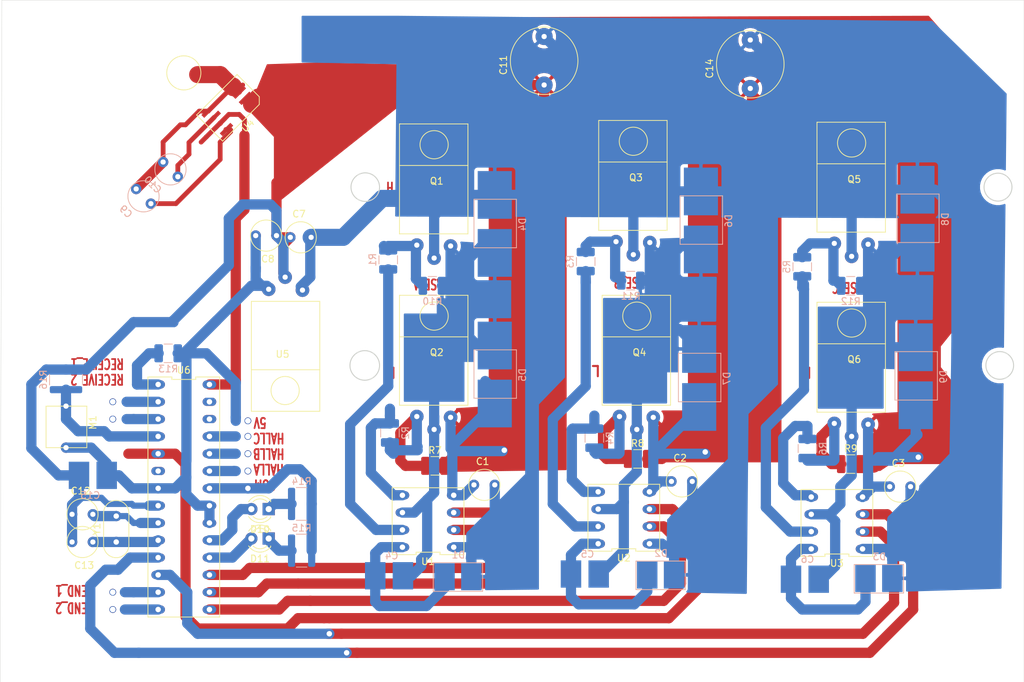
<source format=kicad_pcb>
(kicad_pcb (version 20171130) (host pcbnew "(5.1.6)-1")

  (general
    (thickness 1.6)
    (drawings 27)
    (tracks 564)
    (zones 0)
    (modules 56)
    (nets 50)
  )

  (page A4)
  (layers
    (0 F.Cu signal)
    (31 B.Cu signal)
    (32 B.Adhes user)
    (33 F.Adhes user)
    (34 B.Paste user)
    (35 F.Paste user)
    (36 B.SilkS user)
    (37 F.SilkS user)
    (38 B.Mask user)
    (39 F.Mask user)
    (40 Dwgs.User user)
    (41 Cmts.User user)
    (42 Eco1.User user)
    (43 Eco2.User user)
    (44 Edge.Cuts user)
    (45 Margin user)
    (46 B.CrtYd user)
    (47 F.CrtYd user)
    (48 B.Fab user)
    (49 F.Fab user)
  )

  (setup
    (last_trace_width 1.5)
    (user_trace_width 0.7)
    (user_trace_width 0.9)
    (user_trace_width 1.5)
    (user_trace_width 2.5)
    (trace_clearance 0.2)
    (zone_clearance 0.508)
    (zone_45_only no)
    (trace_min 0.2)
    (via_size 0.8)
    (via_drill 0.4)
    (via_min_size 0.4)
    (via_min_drill 0.3)
    (user_via 1 0.8)
    (uvia_size 0.3)
    (uvia_drill 0.1)
    (uvias_allowed no)
    (uvia_min_size 0.2)
    (uvia_min_drill 0.1)
    (edge_width 0.05)
    (segment_width 0.2)
    (pcb_text_width 0.3)
    (pcb_text_size 1.5 1.5)
    (mod_edge_width 0.12)
    (mod_text_size 1 1)
    (mod_text_width 0.15)
    (pad_size 1.524 1.524)
    (pad_drill 0.762)
    (pad_to_mask_clearance 0.05)
    (aux_axis_origin 0 0)
    (visible_elements 7FFFFFFF)
    (pcbplotparams
      (layerselection 0x010fc_ffffffff)
      (usegerberextensions false)
      (usegerberattributes true)
      (usegerberadvancedattributes true)
      (creategerberjobfile true)
      (excludeedgelayer true)
      (linewidth 0.100000)
      (plotframeref false)
      (viasonmask false)
      (mode 1)
      (useauxorigin false)
      (hpglpennumber 1)
      (hpglpenspeed 20)
      (hpglpendiameter 15.000000)
      (psnegative false)
      (psa4output false)
      (plotreference true)
      (plotvalue true)
      (plotinvisibletext false)
      (padsonsilk false)
      (subtractmaskfromsilk false)
      (outputformat 1)
      (mirror false)
      (drillshape 1)
      (scaleselection 1)
      (outputdirectory ""))
  )

  (net 0 "")
  (net 1 COM)
  (net 2 12V)
  (net 3 PHASEA)
  (net 4 "Net-(C4-Pad1)")
  (net 5 PHASEB)
  (net 6 "Net-(C5-Pad1)")
  (net 7 PHASEC)
  (net 8 "Net-(C6-Pad1)")
  (net 9 "Net-(C9-Pad1)")
  (net 10 "Net-(C10-Pad1)")
  (net 11 "Net-(C12-Pad1)")
  (net 12 "Net-(C13-Pad2)")
  (net 13 5V)
  (net 14 "Net-(Q1-Pad1)")
  (net 15 "Net-(Q2-Pad1)")
  (net 16 "Net-(Q3-Pad1)")
  (net 17 "Net-(Q4-Pad1)")
  (net 18 "Net-(Q5-Pad1)")
  (net 19 "Net-(Q6-Pad1)")
  (net 20 "Net-(R1-Pad2)")
  (net 21 "Net-(R2-Pad2)")
  (net 22 "Net-(R3-Pad2)")
  (net 23 "Net-(R4-Pad2)")
  (net 24 "Net-(R5-Pad2)")
  (net 25 "Net-(R6-Pad2)")
  (net 26 "Net-(R13-Pad1)")
  (net 27 ~LINA)
  (net 28 ~HINA)
  (net 29 ~LINB)
  (net 30 ~HINB)
  (net 31 ~LINC)
  (net 32 ~HINC)
  (net 33 CURRENT)
  (net 34 "Net-(U6-Pad6)")
  (net 35 "Net-(U6-Pad26)")
  (net 36 "Net-(U6-Pad27)")
  (net 37 "Net-(D10-Pad2)")
  (net 38 "Net-(D10-Pad1)")
  (net 39 "Net-(D11-Pad2)")
  (net 40 "Net-(D11-Pad1)")
  (net 41 "Net-(R14-Pad1)")
  (net 42 SEND2)
  (net 43 SEND1)
  (net 44 HALLA)
  (net 45 HALLB)
  (net 46 HALLC)
  (net 47 RECEIVE2)
  (net 48 RECEIVE1)
  (net 49 BUTTON)

  (net_class Default "This is the default net class."
    (clearance 0.2)
    (trace_width 0.25)
    (via_dia 0.8)
    (via_drill 0.4)
    (uvia_dia 0.3)
    (uvia_drill 0.1)
    (add_net 12V)
    (add_net 5V)
    (add_net BUTTON)
    (add_net COM)
    (add_net CURRENT)
    (add_net HALLA)
    (add_net HALLB)
    (add_net HALLC)
    (add_net "Net-(C10-Pad1)")
    (add_net "Net-(C12-Pad1)")
    (add_net "Net-(C13-Pad2)")
    (add_net "Net-(C4-Pad1)")
    (add_net "Net-(C5-Pad1)")
    (add_net "Net-(C6-Pad1)")
    (add_net "Net-(C9-Pad1)")
    (add_net "Net-(D10-Pad1)")
    (add_net "Net-(D10-Pad2)")
    (add_net "Net-(D11-Pad1)")
    (add_net "Net-(D11-Pad2)")
    (add_net "Net-(Q1-Pad1)")
    (add_net "Net-(Q2-Pad1)")
    (add_net "Net-(Q3-Pad1)")
    (add_net "Net-(Q4-Pad1)")
    (add_net "Net-(Q5-Pad1)")
    (add_net "Net-(Q6-Pad1)")
    (add_net "Net-(R1-Pad2)")
    (add_net "Net-(R13-Pad1)")
    (add_net "Net-(R14-Pad1)")
    (add_net "Net-(R2-Pad2)")
    (add_net "Net-(R3-Pad2)")
    (add_net "Net-(R4-Pad2)")
    (add_net "Net-(R5-Pad2)")
    (add_net "Net-(R6-Pad2)")
    (add_net "Net-(U6-Pad26)")
    (add_net "Net-(U6-Pad27)")
    (add_net "Net-(U6-Pad6)")
    (add_net PHASEA)
    (add_net PHASEB)
    (add_net PHASEC)
    (add_net RECEIVE1)
    (add_net RECEIVE2)
    (add_net SEND1)
    (add_net SEND2)
    (add_net ~HINA)
    (add_net ~HINB)
    (add_net ~HINC)
    (add_net ~LINA)
    (add_net ~LINB)
    (add_net ~LINC)
  )

  (module Resistor_SMD:R_1218_3246Metric (layer B.Cu) (tedit 5B341556) (tstamp 5FCB8371)
    (at 92.202 68.883 270)
    (descr "Resistor SMD 1218 (3246 Metric), square (rectangular) end terminal, IPC_7351 nominal, (Body size source: https://www.vishay.com/docs/20035/dcrcwe3.pdf), generated with kicad-footprint-generator")
    (tags resistor)
    (path /5FD600E9)
    (attr smd)
    (fp_text reference R16 (at 0 3.32 90) (layer B.SilkS)
      (effects (font (size 1 1) (thickness 0.15)) (justify mirror))
    )
    (fp_text value 10k (at 0 -3.32 90) (layer B.Fab)
      (effects (font (size 1 1) (thickness 0.15)) (justify mirror))
    )
    (fp_text user %R (at 0 0 90) (layer B.Fab)
      (effects (font (size 0.8 0.8) (thickness 0.12)) (justify mirror))
    )
    (fp_line (start -1.6 -2.3) (end -1.6 2.3) (layer B.Fab) (width 0.1))
    (fp_line (start -1.6 2.3) (end 1.6 2.3) (layer B.Fab) (width 0.1))
    (fp_line (start 1.6 2.3) (end 1.6 -2.3) (layer B.Fab) (width 0.1))
    (fp_line (start 1.6 -2.3) (end -1.6 -2.3) (layer B.Fab) (width 0.1))
    (fp_line (start -0.777064 2.41) (end 0.777064 2.41) (layer B.SilkS) (width 0.12))
    (fp_line (start -0.777064 -2.41) (end 0.777064 -2.41) (layer B.SilkS) (width 0.12))
    (fp_line (start -2.25 -2.62) (end -2.25 2.62) (layer B.CrtYd) (width 0.05))
    (fp_line (start -2.25 2.62) (end 2.25 2.62) (layer B.CrtYd) (width 0.05))
    (fp_line (start 2.25 2.62) (end 2.25 -2.62) (layer B.CrtYd) (width 0.05))
    (fp_line (start 2.25 -2.62) (end -2.25 -2.62) (layer B.CrtYd) (width 0.05))
    (pad 2 smd roundrect (at 1.475 0 270) (size 1.05 4.75) (layers B.Cu B.Paste B.Mask) (roundrect_rratio 0.238095)
      (net 49 BUTTON))
    (pad 1 smd roundrect (at -1.475 0 270) (size 1.05 4.75) (layers B.Cu B.Paste B.Mask) (roundrect_rratio 0.238095)
      (net 1 COM))
    (model ${KISYS3DMOD}/Resistor_SMD.3dshapes/R_1218_3246Metric.wrl
      (at (xyz 0 0 0))
      (scale (xyz 1 1 1))
      (rotate (xyz 0 0 0))
    )
  )

  (module phase1:button (layer F.Cu) (tedit 5FCAAD48) (tstamp 5FCB75DB)
    (at 92.202 75.692 90)
    (path /5FD4927F)
    (fp_text reference M1 (at 0.508 3.937 90) (layer F.SilkS)
      (effects (font (size 1 1) (thickness 0.15)))
    )
    (fp_text value button (at 0 -3.81 90) (layer F.Fab)
      (effects (font (size 1 1) (thickness 0.15)))
    )
    (fp_line (start -3.175 3.048) (end 2.921 3.048) (layer F.SilkS) (width 0.12))
    (fp_line (start 2.921 3.048) (end 2.921 -2.921) (layer F.SilkS) (width 0.12))
    (fp_line (start 2.921 -2.921) (end -3.175 -2.921) (layer F.SilkS) (width 0.12))
    (fp_line (start -3.175 -2.921) (end -3.175 3.048) (layer F.SilkS) (width 0.12))
    (pad 1 thru_hole circle (at -3.175 0 90) (size 1.524 1.524) (drill 0.762) (layers *.Cu *.Mask)
      (net 13 5V))
    (pad 2 thru_hole circle (at 2.921 0 90) (size 1.524 1.524) (drill 0.762) (layers *.Cu *.Mask)
      (net 49 BUTTON))
  )

  (module Resistor_SMD:R_1218_3246Metric (layer B.Cu) (tedit 5B341556) (tstamp 5FCB0AE1)
    (at 126.746 93.98 180)
    (descr "Resistor SMD 1218 (3246 Metric), square (rectangular) end terminal, IPC_7351 nominal, (Body size source: https://www.vishay.com/docs/20035/dcrcwe3.pdf), generated with kicad-footprint-generator")
    (tags resistor)
    (path /5FCFBFFB)
    (attr smd)
    (fp_text reference R15 (at 0 3.32) (layer B.SilkS)
      (effects (font (size 1 1) (thickness 0.15)) (justify mirror))
    )
    (fp_text value 400 (at 0 -3.32) (layer B.Fab)
      (effects (font (size 1 1) (thickness 0.15)) (justify mirror))
    )
    (fp_text user %R (at 0 0) (layer B.Fab)
      (effects (font (size 0.8 0.8) (thickness 0.12)) (justify mirror))
    )
    (fp_line (start -1.6 -2.3) (end -1.6 2.3) (layer B.Fab) (width 0.1))
    (fp_line (start -1.6 2.3) (end 1.6 2.3) (layer B.Fab) (width 0.1))
    (fp_line (start 1.6 2.3) (end 1.6 -2.3) (layer B.Fab) (width 0.1))
    (fp_line (start 1.6 -2.3) (end -1.6 -2.3) (layer B.Fab) (width 0.1))
    (fp_line (start -0.777064 2.41) (end 0.777064 2.41) (layer B.SilkS) (width 0.12))
    (fp_line (start -0.777064 -2.41) (end 0.777064 -2.41) (layer B.SilkS) (width 0.12))
    (fp_line (start -2.25 -2.62) (end -2.25 2.62) (layer B.CrtYd) (width 0.05))
    (fp_line (start -2.25 2.62) (end 2.25 2.62) (layer B.CrtYd) (width 0.05))
    (fp_line (start 2.25 2.62) (end 2.25 -2.62) (layer B.CrtYd) (width 0.05))
    (fp_line (start 2.25 -2.62) (end -2.25 -2.62) (layer B.CrtYd) (width 0.05))
    (pad 2 smd roundrect (at 1.475 0 180) (size 1.05 4.75) (layers B.Cu B.Paste B.Mask) (roundrect_rratio 0.238095)
      (net 40 "Net-(D11-Pad1)"))
    (pad 1 smd roundrect (at -1.475 0 180) (size 1.05 4.75) (layers B.Cu B.Paste B.Mask) (roundrect_rratio 0.238095)
      (net 41 "Net-(R14-Pad1)"))
    (model ${KISYS3DMOD}/Resistor_SMD.3dshapes/R_1218_3246Metric.wrl
      (at (xyz 0 0 0))
      (scale (xyz 1 1 1))
      (rotate (xyz 0 0 0))
    )
  )

  (module Resistor_SMD:R_1218_3246Metric (layer B.Cu) (tedit 5B341556) (tstamp 5FCB0DB1)
    (at 126.746 87.122 180)
    (descr "Resistor SMD 1218 (3246 Metric), square (rectangular) end terminal, IPC_7351 nominal, (Body size source: https://www.vishay.com/docs/20035/dcrcwe3.pdf), generated with kicad-footprint-generator")
    (tags resistor)
    (path /5FD28729)
    (attr smd)
    (fp_text reference R14 (at 0 3.32) (layer B.SilkS)
      (effects (font (size 1 1) (thickness 0.15)) (justify mirror))
    )
    (fp_text value 400 (at 0 -3.32) (layer B.Fab)
      (effects (font (size 1 1) (thickness 0.15)) (justify mirror))
    )
    (fp_text user %R (at 0 0) (layer B.Fab)
      (effects (font (size 0.8 0.8) (thickness 0.12)) (justify mirror))
    )
    (fp_line (start -1.6 -2.3) (end -1.6 2.3) (layer B.Fab) (width 0.1))
    (fp_line (start -1.6 2.3) (end 1.6 2.3) (layer B.Fab) (width 0.1))
    (fp_line (start 1.6 2.3) (end 1.6 -2.3) (layer B.Fab) (width 0.1))
    (fp_line (start 1.6 -2.3) (end -1.6 -2.3) (layer B.Fab) (width 0.1))
    (fp_line (start -0.777064 2.41) (end 0.777064 2.41) (layer B.SilkS) (width 0.12))
    (fp_line (start -0.777064 -2.41) (end 0.777064 -2.41) (layer B.SilkS) (width 0.12))
    (fp_line (start -2.25 -2.62) (end -2.25 2.62) (layer B.CrtYd) (width 0.05))
    (fp_line (start -2.25 2.62) (end 2.25 2.62) (layer B.CrtYd) (width 0.05))
    (fp_line (start 2.25 2.62) (end 2.25 -2.62) (layer B.CrtYd) (width 0.05))
    (fp_line (start 2.25 -2.62) (end -2.25 -2.62) (layer B.CrtYd) (width 0.05))
    (pad 2 smd roundrect (at 1.475 0 180) (size 1.05 4.75) (layers B.Cu B.Paste B.Mask) (roundrect_rratio 0.238095)
      (net 38 "Net-(D10-Pad1)"))
    (pad 1 smd roundrect (at -1.475 0 180) (size 1.05 4.75) (layers B.Cu B.Paste B.Mask) (roundrect_rratio 0.238095)
      (net 41 "Net-(R14-Pad1)"))
    (model ${KISYS3DMOD}/Resistor_SMD.3dshapes/R_1218_3246Metric.wrl
      (at (xyz 0 0 0))
      (scale (xyz 1 1 1))
      (rotate (xyz 0 0 0))
    )
  )

  (module LED_THT:LED_D3.0mm (layer F.Cu) (tedit 587A3A7B) (tstamp 5FCB0883)
    (at 121.92 92.202 180)
    (descr "LED, diameter 3.0mm, 2 pins")
    (tags "LED diameter 3.0mm 2 pins")
    (path /5FCFCDAE)
    (fp_text reference D11 (at 1.27 -2.96) (layer F.SilkS)
      (effects (font (size 1 1) (thickness 0.15)))
    )
    (fp_text value LED (at 1.27 2.96) (layer F.Fab)
      (effects (font (size 1 1) (thickness 0.15)))
    )
    (fp_arc (start 1.27 0) (end 0.229039 1.08) (angle -87.9) (layer F.SilkS) (width 0.12))
    (fp_arc (start 1.27 0) (end 0.229039 -1.08) (angle 87.9) (layer F.SilkS) (width 0.12))
    (fp_arc (start 1.27 0) (end -0.29 1.235516) (angle -108.8) (layer F.SilkS) (width 0.12))
    (fp_arc (start 1.27 0) (end -0.29 -1.235516) (angle 108.8) (layer F.SilkS) (width 0.12))
    (fp_arc (start 1.27 0) (end -0.23 -1.16619) (angle 284.3) (layer F.Fab) (width 0.1))
    (fp_circle (center 1.27 0) (end 2.77 0) (layer F.Fab) (width 0.1))
    (fp_line (start -0.23 -1.16619) (end -0.23 1.16619) (layer F.Fab) (width 0.1))
    (fp_line (start -0.29 -1.236) (end -0.29 -1.08) (layer F.SilkS) (width 0.12))
    (fp_line (start -0.29 1.08) (end -0.29 1.236) (layer F.SilkS) (width 0.12))
    (fp_line (start -1.15 -2.25) (end -1.15 2.25) (layer F.CrtYd) (width 0.05))
    (fp_line (start -1.15 2.25) (end 3.7 2.25) (layer F.CrtYd) (width 0.05))
    (fp_line (start 3.7 2.25) (end 3.7 -2.25) (layer F.CrtYd) (width 0.05))
    (fp_line (start 3.7 -2.25) (end -1.15 -2.25) (layer F.CrtYd) (width 0.05))
    (pad 2 thru_hole circle (at 2.54 0 180) (size 1.8 1.8) (drill 0.9) (layers *.Cu *.Mask)
      (net 39 "Net-(D11-Pad2)"))
    (pad 1 thru_hole rect (at 0 0 180) (size 1.8 1.8) (drill 0.9) (layers *.Cu *.Mask)
      (net 40 "Net-(D11-Pad1)"))
    (model ${KISYS3DMOD}/LED_THT.3dshapes/LED_D3.0mm.wrl
      (at (xyz 0 0 0))
      (scale (xyz 1 1 1))
      (rotate (xyz 0 0 0))
    )
  )

  (module LED_THT:LED_D3.0mm (layer F.Cu) (tedit 587A3A7B) (tstamp 5FCB0870)
    (at 121.92 87.884 180)
    (descr "LED, diameter 3.0mm, 2 pins")
    (tags "LED diameter 3.0mm 2 pins")
    (path /5FD1DDC1)
    (fp_text reference D10 (at 1.27 -2.96) (layer F.SilkS)
      (effects (font (size 1 1) (thickness 0.15)))
    )
    (fp_text value LED (at 1.27 2.96) (layer F.Fab)
      (effects (font (size 1 1) (thickness 0.15)))
    )
    (fp_arc (start 1.27 0) (end 0.229039 1.08) (angle -87.9) (layer F.SilkS) (width 0.12))
    (fp_arc (start 1.27 0) (end 0.229039 -1.08) (angle 87.9) (layer F.SilkS) (width 0.12))
    (fp_arc (start 1.27 0) (end -0.29 1.235516) (angle -108.8) (layer F.SilkS) (width 0.12))
    (fp_arc (start 1.27 0) (end -0.29 -1.235516) (angle 108.8) (layer F.SilkS) (width 0.12))
    (fp_arc (start 1.27 0) (end -0.23 -1.16619) (angle 284.3) (layer F.Fab) (width 0.1))
    (fp_circle (center 1.27 0) (end 2.77 0) (layer F.Fab) (width 0.1))
    (fp_line (start -0.23 -1.16619) (end -0.23 1.16619) (layer F.Fab) (width 0.1))
    (fp_line (start -0.29 -1.236) (end -0.29 -1.08) (layer F.SilkS) (width 0.12))
    (fp_line (start -0.29 1.08) (end -0.29 1.236) (layer F.SilkS) (width 0.12))
    (fp_line (start -1.15 -2.25) (end -1.15 2.25) (layer F.CrtYd) (width 0.05))
    (fp_line (start -1.15 2.25) (end 3.7 2.25) (layer F.CrtYd) (width 0.05))
    (fp_line (start 3.7 2.25) (end 3.7 -2.25) (layer F.CrtYd) (width 0.05))
    (fp_line (start 3.7 -2.25) (end -1.15 -2.25) (layer F.CrtYd) (width 0.05))
    (pad 2 thru_hole circle (at 2.54 0 180) (size 1.8 1.8) (drill 0.9) (layers *.Cu *.Mask)
      (net 37 "Net-(D10-Pad2)"))
    (pad 1 thru_hole rect (at 0 0 180) (size 1.8 1.8) (drill 0.9) (layers *.Cu *.Mask)
      (net 38 "Net-(D10-Pad1)"))
    (model ${KISYS3DMOD}/LED_THT.3dshapes/LED_D3.0mm.wrl
      (at (xyz 0 0 0))
      (scale (xyz 1 1 1))
      (rotate (xyz 0 0 0))
    )
  )

  (module phase1:SOIC-8 (layer F.Cu) (tedit 0) (tstamp 5FCB420D)
    (at 116.224815 29.000203 135)
    (path /5FCBE8B5)
    (attr smd)
    (fp_text reference U4 (at -3.705 0 45) (layer F.SilkS)
      (effects (font (size 1 1) (thickness 0.15)))
    )
    (fp_text value ACS712 (at 0 0 135) (layer F.Fab)
      (effects (font (size 1 1) (thickness 0.15)))
    )
    (fp_line (start -1.905 4.2) (end -2.705 3.4) (layer F.SilkS) (width 0.12))
    (fp_line (start -2.705 3.4) (end -2.705 -4.2) (layer F.SilkS) (width 0.12))
    (fp_line (start -2.705 -4.2) (end 2.705 -4.2) (layer F.SilkS) (width 0.12))
    (fp_line (start 2.705 -4.2) (end 2.705 4.2) (layer F.SilkS) (width 0.12))
    (fp_line (start 2.705 4.2) (end -1.905 4.2) (layer F.SilkS) (width 0.12))
    (fp_line (start -2.46 -3.95) (end 2.46 -3.95) (layer F.CrtYd) (width 0.05))
    (fp_line (start 2.46 -3.95) (end 2.46 3.95) (layer F.CrtYd) (width 0.05))
    (fp_line (start 2.46 3.95) (end -2.46 3.95) (layer F.CrtYd) (width 0.05))
    (fp_line (start -2.46 3.95) (end -2.46 -3.95) (layer F.CrtYd) (width 0.05))
    (pad 4 smd rect (at 1.905 2.6 135) (size 0.6 2.2) (layers F.Cu F.Paste F.Mask)
      (net 1 COM))
    (pad 5 smd rect (at 1.905 -2.6 135) (size 0.6 2.2) (layers F.Cu F.Paste F.Mask)
      (net 1 COM))
    (pad 3 smd rect (at 0.635 2.6 135) (size 0.6 2.2) (layers F.Cu F.Paste F.Mask)
      (net 1 COM))
    (pad 6 smd rect (at 0.635 -2.6 135) (size 0.6 2.2) (layers F.Cu F.Paste F.Mask)
      (net 10 "Net-(C10-Pad1)"))
    (pad 2 smd rect (at -0.635 2.6 135) (size 0.6 2.2) (layers F.Cu F.Paste F.Mask)
      (net 1 COM))
    (pad 7 smd rect (at -0.635 -2.6 135) (size 0.6 2.2) (layers F.Cu F.Paste F.Mask)
      (net 33 CURRENT))
    (pad 1 smd rect (at -1.905 2.6 135) (size 0.6 2.2) (layers F.Cu F.Paste F.Mask)
      (net 1 COM))
    (pad 8 smd rect (at -1.905 -2.6 135) (size 0.6 2.2) (layers F.Cu F.Paste F.Mask)
      (net 9 "Net-(C9-Pad1)"))
  )

  (module Resistor_SMD:R_1210_3225Metric (layer B.Cu) (tedit 5B301BBD) (tstamp 5FCB3ED9)
    (at 107.188 65.024)
    (descr "Resistor SMD 1210 (3225 Metric), square (rectangular) end terminal, IPC_7351 nominal, (Body size source: http://www.tortai-tech.com/upload/download/2011102023233369053.pdf), generated with kicad-footprint-generator")
    (tags resistor)
    (path /5FCB225F)
    (attr smd)
    (fp_text reference R13 (at 0 2.28) (layer B.SilkS)
      (effects (font (size 1 1) (thickness 0.15)) (justify mirror))
    )
    (fp_text value 10k (at 0 -2.28) (layer B.Fab)
      (effects (font (size 1 1) (thickness 0.15)) (justify mirror))
    )
    (fp_line (start 2.28 -1.58) (end -2.28 -1.58) (layer B.CrtYd) (width 0.05))
    (fp_line (start 2.28 1.58) (end 2.28 -1.58) (layer B.CrtYd) (width 0.05))
    (fp_line (start -2.28 1.58) (end 2.28 1.58) (layer B.CrtYd) (width 0.05))
    (fp_line (start -2.28 -1.58) (end -2.28 1.58) (layer B.CrtYd) (width 0.05))
    (fp_line (start -0.602064 -1.36) (end 0.602064 -1.36) (layer B.SilkS) (width 0.12))
    (fp_line (start -0.602064 1.36) (end 0.602064 1.36) (layer B.SilkS) (width 0.12))
    (fp_line (start 1.6 -1.25) (end -1.6 -1.25) (layer B.Fab) (width 0.1))
    (fp_line (start 1.6 1.25) (end 1.6 -1.25) (layer B.Fab) (width 0.1))
    (fp_line (start -1.6 1.25) (end 1.6 1.25) (layer B.Fab) (width 0.1))
    (fp_line (start -1.6 -1.25) (end -1.6 1.25) (layer B.Fab) (width 0.1))
    (fp_text user %R (at 0 0) (layer B.Fab)
      (effects (font (size 0.8 0.8) (thickness 0.12)) (justify mirror))
    )
    (pad 2 smd roundrect (at 1.4 0) (size 1.25 2.65) (layers B.Cu B.Paste B.Mask) (roundrect_rratio 0.2)
      (net 13 5V))
    (pad 1 smd roundrect (at -1.4 0) (size 1.25 2.65) (layers B.Cu B.Paste B.Mask) (roundrect_rratio 0.2)
      (net 26 "Net-(R13-Pad1)"))
    (model ${KISYS3DMOD}/Resistor_SMD.3dshapes/R_1210_3225Metric.wrl
      (at (xyz 0 0 0))
      (scale (xyz 1 1 1))
      (rotate (xyz 0 0 0))
    )
  )

  (module Resistor_SMD:R_1210_3225Metric (layer F.Cu) (tedit 5B301BBD) (tstamp 5FCB42F6)
    (at 207.264 81.28)
    (descr "Resistor SMD 1210 (3225 Metric), square (rectangular) end terminal, IPC_7351 nominal, (Body size source: http://www.tortai-tech.com/upload/download/2011102023233369053.pdf), generated with kicad-footprint-generator")
    (tags resistor)
    (path /5FC9336E)
    (attr smd)
    (fp_text reference R9 (at 0 -2.28) (layer F.SilkS)
      (effects (font (size 1 1) (thickness 0.15)))
    )
    (fp_text value 100k (at 0 2.28) (layer F.Fab)
      (effects (font (size 1 1) (thickness 0.15)))
    )
    (fp_line (start 2.28 1.58) (end -2.28 1.58) (layer F.CrtYd) (width 0.05))
    (fp_line (start 2.28 -1.58) (end 2.28 1.58) (layer F.CrtYd) (width 0.05))
    (fp_line (start -2.28 -1.58) (end 2.28 -1.58) (layer F.CrtYd) (width 0.05))
    (fp_line (start -2.28 1.58) (end -2.28 -1.58) (layer F.CrtYd) (width 0.05))
    (fp_line (start -0.602064 1.36) (end 0.602064 1.36) (layer F.SilkS) (width 0.12))
    (fp_line (start -0.602064 -1.36) (end 0.602064 -1.36) (layer F.SilkS) (width 0.12))
    (fp_line (start 1.6 1.25) (end -1.6 1.25) (layer F.Fab) (width 0.1))
    (fp_line (start 1.6 -1.25) (end 1.6 1.25) (layer F.Fab) (width 0.1))
    (fp_line (start -1.6 -1.25) (end 1.6 -1.25) (layer F.Fab) (width 0.1))
    (fp_line (start -1.6 1.25) (end -1.6 -1.25) (layer F.Fab) (width 0.1))
    (fp_text user %R (at 0 0) (layer F.Fab)
      (effects (font (size 0.8 0.8) (thickness 0.12)))
    )
    (pad 2 smd roundrect (at 1.4 0) (size 1.25 2.65) (layers F.Cu F.Paste F.Mask) (roundrect_rratio 0.2)
      (net 1 COM))
    (pad 1 smd roundrect (at -1.4 0) (size 1.25 2.65) (layers F.Cu F.Paste F.Mask) (roundrect_rratio 0.2)
      (net 19 "Net-(Q6-Pad1)"))
    (model ${KISYS3DMOD}/Resistor_SMD.3dshapes/R_1210_3225Metric.wrl
      (at (xyz 0 0 0))
      (scale (xyz 1 1 1))
      (rotate (xyz 0 0 0))
    )
  )

  (module Resistor_SMD:R_1210_3225Metric (layer F.Cu) (tedit 5B301BBD) (tstamp 5FCB3F09)
    (at 176.022 80.518)
    (descr "Resistor SMD 1210 (3225 Metric), square (rectangular) end terminal, IPC_7351 nominal, (Body size source: http://www.tortai-tech.com/upload/download/2011102023233369053.pdf), generated with kicad-footprint-generator")
    (tags resistor)
    (path /5FC8BF23)
    (attr smd)
    (fp_text reference R8 (at 0 -2.28) (layer F.SilkS)
      (effects (font (size 1 1) (thickness 0.15)))
    )
    (fp_text value 100k (at 0 2.28) (layer F.Fab)
      (effects (font (size 1 1) (thickness 0.15)))
    )
    (fp_line (start 2.28 1.58) (end -2.28 1.58) (layer F.CrtYd) (width 0.05))
    (fp_line (start 2.28 -1.58) (end 2.28 1.58) (layer F.CrtYd) (width 0.05))
    (fp_line (start -2.28 -1.58) (end 2.28 -1.58) (layer F.CrtYd) (width 0.05))
    (fp_line (start -2.28 1.58) (end -2.28 -1.58) (layer F.CrtYd) (width 0.05))
    (fp_line (start -0.602064 1.36) (end 0.602064 1.36) (layer F.SilkS) (width 0.12))
    (fp_line (start -0.602064 -1.36) (end 0.602064 -1.36) (layer F.SilkS) (width 0.12))
    (fp_line (start 1.6 1.25) (end -1.6 1.25) (layer F.Fab) (width 0.1))
    (fp_line (start 1.6 -1.25) (end 1.6 1.25) (layer F.Fab) (width 0.1))
    (fp_line (start -1.6 -1.25) (end 1.6 -1.25) (layer F.Fab) (width 0.1))
    (fp_line (start -1.6 1.25) (end -1.6 -1.25) (layer F.Fab) (width 0.1))
    (fp_text user %R (at 0 0) (layer F.Fab)
      (effects (font (size 0.8 0.8) (thickness 0.12)))
    )
    (pad 2 smd roundrect (at 1.4 0) (size 1.25 2.65) (layers F.Cu F.Paste F.Mask) (roundrect_rratio 0.2)
      (net 1 COM))
    (pad 1 smd roundrect (at -1.4 0) (size 1.25 2.65) (layers F.Cu F.Paste F.Mask) (roundrect_rratio 0.2)
      (net 17 "Net-(Q4-Pad1)"))
    (model ${KISYS3DMOD}/Resistor_SMD.3dshapes/R_1210_3225Metric.wrl
      (at (xyz 0 0 0))
      (scale (xyz 1 1 1))
      (rotate (xyz 0 0 0))
    )
  )

  (module Resistor_SMD:R_1210_3225Metric (layer F.Cu) (tedit 5B301BBD) (tstamp 5FCB4356)
    (at 146.304 81.534)
    (descr "Resistor SMD 1210 (3225 Metric), square (rectangular) end terminal, IPC_7351 nominal, (Body size source: http://www.tortai-tech.com/upload/download/2011102023233369053.pdf), generated with kicad-footprint-generator")
    (tags resistor)
    (path /5FC79A2F)
    (attr smd)
    (fp_text reference R7 (at 0 -2.28) (layer F.SilkS)
      (effects (font (size 1 1) (thickness 0.15)))
    )
    (fp_text value 100k (at 0 2.28) (layer F.Fab)
      (effects (font (size 1 1) (thickness 0.15)))
    )
    (fp_line (start 2.28 1.58) (end -2.28 1.58) (layer F.CrtYd) (width 0.05))
    (fp_line (start 2.28 -1.58) (end 2.28 1.58) (layer F.CrtYd) (width 0.05))
    (fp_line (start -2.28 -1.58) (end 2.28 -1.58) (layer F.CrtYd) (width 0.05))
    (fp_line (start -2.28 1.58) (end -2.28 -1.58) (layer F.CrtYd) (width 0.05))
    (fp_line (start -0.602064 1.36) (end 0.602064 1.36) (layer F.SilkS) (width 0.12))
    (fp_line (start -0.602064 -1.36) (end 0.602064 -1.36) (layer F.SilkS) (width 0.12))
    (fp_line (start 1.6 1.25) (end -1.6 1.25) (layer F.Fab) (width 0.1))
    (fp_line (start 1.6 -1.25) (end 1.6 1.25) (layer F.Fab) (width 0.1))
    (fp_line (start -1.6 -1.25) (end 1.6 -1.25) (layer F.Fab) (width 0.1))
    (fp_line (start -1.6 1.25) (end -1.6 -1.25) (layer F.Fab) (width 0.1))
    (fp_text user %R (at 0 0) (layer F.Fab)
      (effects (font (size 0.8 0.8) (thickness 0.12)))
    )
    (pad 2 smd roundrect (at 1.4 0) (size 1.25 2.65) (layers F.Cu F.Paste F.Mask) (roundrect_rratio 0.2)
      (net 1 COM))
    (pad 1 smd roundrect (at -1.4 0) (size 1.25 2.65) (layers F.Cu F.Paste F.Mask) (roundrect_rratio 0.2)
      (net 15 "Net-(Q2-Pad1)"))
    (model ${KISYS3DMOD}/Resistor_SMD.3dshapes/R_1210_3225Metric.wrl
      (at (xyz 0 0 0))
      (scale (xyz 1 1 1))
      (rotate (xyz 0 0 0))
    )
  )

  (module Resistor_SMD:R_1210_3225Metric (layer B.Cu) (tedit 5B301BBD) (tstamp 5FCB3F6C)
    (at 200.914 78.994 90)
    (descr "Resistor SMD 1210 (3225 Metric), square (rectangular) end terminal, IPC_7351 nominal, (Body size source: http://www.tortai-tech.com/upload/download/2011102023233369053.pdf), generated with kicad-footprint-generator")
    (tags resistor)
    (path /5FC93368)
    (attr smd)
    (fp_text reference R6 (at 0 2.28 90) (layer B.SilkS)
      (effects (font (size 1 1) (thickness 0.15)) (justify mirror))
    )
    (fp_text value 5 (at 0 -2.28 90) (layer B.Fab)
      (effects (font (size 1 1) (thickness 0.15)) (justify mirror))
    )
    (fp_line (start 2.28 -1.58) (end -2.28 -1.58) (layer B.CrtYd) (width 0.05))
    (fp_line (start 2.28 1.58) (end 2.28 -1.58) (layer B.CrtYd) (width 0.05))
    (fp_line (start -2.28 1.58) (end 2.28 1.58) (layer B.CrtYd) (width 0.05))
    (fp_line (start -2.28 -1.58) (end -2.28 1.58) (layer B.CrtYd) (width 0.05))
    (fp_line (start -0.602064 -1.36) (end 0.602064 -1.36) (layer B.SilkS) (width 0.12))
    (fp_line (start -0.602064 1.36) (end 0.602064 1.36) (layer B.SilkS) (width 0.12))
    (fp_line (start 1.6 -1.25) (end -1.6 -1.25) (layer B.Fab) (width 0.1))
    (fp_line (start 1.6 1.25) (end 1.6 -1.25) (layer B.Fab) (width 0.1))
    (fp_line (start -1.6 1.25) (end 1.6 1.25) (layer B.Fab) (width 0.1))
    (fp_line (start -1.6 -1.25) (end -1.6 1.25) (layer B.Fab) (width 0.1))
    (fp_text user %R (at 0 0 90) (layer B.Fab)
      (effects (font (size 0.8 0.8) (thickness 0.12)) (justify mirror))
    )
    (pad 2 smd roundrect (at 1.4 0 90) (size 1.25 2.65) (layers B.Cu B.Paste B.Mask) (roundrect_rratio 0.2)
      (net 25 "Net-(R6-Pad2)"))
    (pad 1 smd roundrect (at -1.4 0 90) (size 1.25 2.65) (layers B.Cu B.Paste B.Mask) (roundrect_rratio 0.2)
      (net 19 "Net-(Q6-Pad1)"))
    (model ${KISYS3DMOD}/Resistor_SMD.3dshapes/R_1210_3225Metric.wrl
      (at (xyz 0 0 0))
      (scale (xyz 1 1 1))
      (rotate (xyz 0 0 0))
    )
  )

  (module Resistor_SMD:R_1210_3225Metric (layer B.Cu) (tedit 5B301BBD) (tstamp 5FCB3F39)
    (at 169.672 77.47 90)
    (descr "Resistor SMD 1210 (3225 Metric), square (rectangular) end terminal, IPC_7351 nominal, (Body size source: http://www.tortai-tech.com/upload/download/2011102023233369053.pdf), generated with kicad-footprint-generator")
    (tags resistor)
    (path /5FC8BF1D)
    (attr smd)
    (fp_text reference R4 (at 0 2.28 270) (layer B.SilkS)
      (effects (font (size 1 1) (thickness 0.15)) (justify mirror))
    )
    (fp_text value 5 (at 0 -2.28 270) (layer B.Fab)
      (effects (font (size 1 1) (thickness 0.15)) (justify mirror))
    )
    (fp_line (start 2.28 -1.58) (end -2.28 -1.58) (layer B.CrtYd) (width 0.05))
    (fp_line (start 2.28 1.58) (end 2.28 -1.58) (layer B.CrtYd) (width 0.05))
    (fp_line (start -2.28 1.58) (end 2.28 1.58) (layer B.CrtYd) (width 0.05))
    (fp_line (start -2.28 -1.58) (end -2.28 1.58) (layer B.CrtYd) (width 0.05))
    (fp_line (start -0.602064 -1.36) (end 0.602064 -1.36) (layer B.SilkS) (width 0.12))
    (fp_line (start -0.602064 1.36) (end 0.602064 1.36) (layer B.SilkS) (width 0.12))
    (fp_line (start 1.6 -1.25) (end -1.6 -1.25) (layer B.Fab) (width 0.1))
    (fp_line (start 1.6 1.25) (end 1.6 -1.25) (layer B.Fab) (width 0.1))
    (fp_line (start -1.6 1.25) (end 1.6 1.25) (layer B.Fab) (width 0.1))
    (fp_line (start -1.6 -1.25) (end -1.6 1.25) (layer B.Fab) (width 0.1))
    (fp_text user %R (at 0 0 270) (layer B.Fab)
      (effects (font (size 0.8 0.8) (thickness 0.12)) (justify mirror))
    )
    (pad 2 smd roundrect (at 1.4 0 90) (size 1.25 2.65) (layers B.Cu B.Paste B.Mask) (roundrect_rratio 0.2)
      (net 23 "Net-(R4-Pad2)"))
    (pad 1 smd roundrect (at -1.4 0 90) (size 1.25 2.65) (layers B.Cu B.Paste B.Mask) (roundrect_rratio 0.2)
      (net 17 "Net-(Q4-Pad1)"))
    (model ${KISYS3DMOD}/Resistor_SMD.3dshapes/R_1210_3225Metric.wrl
      (at (xyz 0 0 0))
      (scale (xyz 1 1 1))
      (rotate (xyz 0 0 0))
    )
  )

  (module Resistor_SMD:R_1210_3225Metric (layer B.Cu) (tedit 5B301BBD) (tstamp 5FCB4386)
    (at 139.7 76.708 90)
    (descr "Resistor SMD 1210 (3225 Metric), square (rectangular) end terminal, IPC_7351 nominal, (Body size source: http://www.tortai-tech.com/upload/download/2011102023233369053.pdf), generated with kicad-footprint-generator")
    (tags resistor)
    (path /5FC78D2F)
    (attr smd)
    (fp_text reference R2 (at 0 2.28 270) (layer B.SilkS)
      (effects (font (size 1 1) (thickness 0.15)) (justify mirror))
    )
    (fp_text value 5 (at 0 -2.28 270) (layer B.Fab)
      (effects (font (size 1 1) (thickness 0.15)) (justify mirror))
    )
    (fp_line (start 2.28 -1.58) (end -2.28 -1.58) (layer B.CrtYd) (width 0.05))
    (fp_line (start 2.28 1.58) (end 2.28 -1.58) (layer B.CrtYd) (width 0.05))
    (fp_line (start -2.28 1.58) (end 2.28 1.58) (layer B.CrtYd) (width 0.05))
    (fp_line (start -2.28 -1.58) (end -2.28 1.58) (layer B.CrtYd) (width 0.05))
    (fp_line (start -0.602064 -1.36) (end 0.602064 -1.36) (layer B.SilkS) (width 0.12))
    (fp_line (start -0.602064 1.36) (end 0.602064 1.36) (layer B.SilkS) (width 0.12))
    (fp_line (start 1.6 -1.25) (end -1.6 -1.25) (layer B.Fab) (width 0.1))
    (fp_line (start 1.6 1.25) (end 1.6 -1.25) (layer B.Fab) (width 0.1))
    (fp_line (start -1.6 1.25) (end 1.6 1.25) (layer B.Fab) (width 0.1))
    (fp_line (start -1.6 -1.25) (end -1.6 1.25) (layer B.Fab) (width 0.1))
    (fp_text user %R (at 0 0 270) (layer B.Fab)
      (effects (font (size 0.8 0.8) (thickness 0.12)) (justify mirror))
    )
    (pad 2 smd roundrect (at 1.4 0 90) (size 1.25 2.65) (layers B.Cu B.Paste B.Mask) (roundrect_rratio 0.2)
      (net 21 "Net-(R2-Pad2)"))
    (pad 1 smd roundrect (at -1.4 0 90) (size 1.25 2.65) (layers B.Cu B.Paste B.Mask) (roundrect_rratio 0.2)
      (net 15 "Net-(Q2-Pad1)"))
    (model ${KISYS3DMOD}/Resistor_SMD.3dshapes/R_1210_3225Metric.wrl
      (at (xyz 0 0 0))
      (scale (xyz 1 1 1))
      (rotate (xyz 0 0 0))
    )
  )

  (module Resistor_SMD:R_1210_3225Metric (layer B.Cu) (tedit 5B301BBD) (tstamp 5FCB3C87)
    (at 207.264 55.118)
    (descr "Resistor SMD 1210 (3225 Metric), square (rectangular) end terminal, IPC_7351 nominal, (Body size source: http://www.tortai-tech.com/upload/download/2011102023233369053.pdf), generated with kicad-footprint-generator")
    (tags resistor)
    (path /5FC93338)
    (attr smd)
    (fp_text reference R12 (at 0 2.28) (layer B.SilkS)
      (effects (font (size 1 1) (thickness 0.15)) (justify mirror))
    )
    (fp_text value 100k (at 0 -2.28) (layer B.Fab)
      (effects (font (size 1 1) (thickness 0.15)) (justify mirror))
    )
    (fp_line (start 2.28 -1.58) (end -2.28 -1.58) (layer B.CrtYd) (width 0.05))
    (fp_line (start 2.28 1.58) (end 2.28 -1.58) (layer B.CrtYd) (width 0.05))
    (fp_line (start -2.28 1.58) (end 2.28 1.58) (layer B.CrtYd) (width 0.05))
    (fp_line (start -2.28 -1.58) (end -2.28 1.58) (layer B.CrtYd) (width 0.05))
    (fp_line (start -0.602064 -1.36) (end 0.602064 -1.36) (layer B.SilkS) (width 0.12))
    (fp_line (start -0.602064 1.36) (end 0.602064 1.36) (layer B.SilkS) (width 0.12))
    (fp_line (start 1.6 -1.25) (end -1.6 -1.25) (layer B.Fab) (width 0.1))
    (fp_line (start 1.6 1.25) (end 1.6 -1.25) (layer B.Fab) (width 0.1))
    (fp_line (start -1.6 1.25) (end 1.6 1.25) (layer B.Fab) (width 0.1))
    (fp_line (start -1.6 -1.25) (end -1.6 1.25) (layer B.Fab) (width 0.1))
    (fp_text user %R (at 0 0) (layer B.Fab)
      (effects (font (size 0.8 0.8) (thickness 0.12)) (justify mirror))
    )
    (pad 2 smd roundrect (at 1.4 0) (size 1.25 2.65) (layers B.Cu B.Paste B.Mask) (roundrect_rratio 0.2)
      (net 7 PHASEC))
    (pad 1 smd roundrect (at -1.4 0) (size 1.25 2.65) (layers B.Cu B.Paste B.Mask) (roundrect_rratio 0.2)
      (net 18 "Net-(Q5-Pad1)"))
    (model ${KISYS3DMOD}/Resistor_SMD.3dshapes/R_1210_3225Metric.wrl
      (at (xyz 0 0 0))
      (scale (xyz 1 1 1))
      (rotate (xyz 0 0 0))
    )
  )

  (module Resistor_SMD:R_1210_3225Metric (layer B.Cu) (tedit 5B301BBD) (tstamp 5FCB3CB7)
    (at 200.152 52.324 270)
    (descr "Resistor SMD 1210 (3225 Metric), square (rectangular) end terminal, IPC_7351 nominal, (Body size source: http://www.tortai-tech.com/upload/download/2011102023233369053.pdf), generated with kicad-footprint-generator")
    (tags resistor)
    (path /5FC93332)
    (attr smd)
    (fp_text reference R5 (at 0 2.28 270) (layer B.SilkS)
      (effects (font (size 1 1) (thickness 0.15)) (justify mirror))
    )
    (fp_text value 5 (at 0 -2.28 270) (layer B.Fab)
      (effects (font (size 1 1) (thickness 0.15)) (justify mirror))
    )
    (fp_line (start 2.28 -1.58) (end -2.28 -1.58) (layer B.CrtYd) (width 0.05))
    (fp_line (start 2.28 1.58) (end 2.28 -1.58) (layer B.CrtYd) (width 0.05))
    (fp_line (start -2.28 1.58) (end 2.28 1.58) (layer B.CrtYd) (width 0.05))
    (fp_line (start -2.28 -1.58) (end -2.28 1.58) (layer B.CrtYd) (width 0.05))
    (fp_line (start -0.602064 -1.36) (end 0.602064 -1.36) (layer B.SilkS) (width 0.12))
    (fp_line (start -0.602064 1.36) (end 0.602064 1.36) (layer B.SilkS) (width 0.12))
    (fp_line (start 1.6 -1.25) (end -1.6 -1.25) (layer B.Fab) (width 0.1))
    (fp_line (start 1.6 1.25) (end 1.6 -1.25) (layer B.Fab) (width 0.1))
    (fp_line (start -1.6 1.25) (end 1.6 1.25) (layer B.Fab) (width 0.1))
    (fp_line (start -1.6 -1.25) (end -1.6 1.25) (layer B.Fab) (width 0.1))
    (fp_text user %R (at 0 0 270) (layer B.Fab)
      (effects (font (size 0.8 0.8) (thickness 0.12)) (justify mirror))
    )
    (pad 2 smd roundrect (at 1.4 0 270) (size 1.25 2.65) (layers B.Cu B.Paste B.Mask) (roundrect_rratio 0.2)
      (net 24 "Net-(R5-Pad2)"))
    (pad 1 smd roundrect (at -1.4 0 270) (size 1.25 2.65) (layers B.Cu B.Paste B.Mask) (roundrect_rratio 0.2)
      (net 18 "Net-(Q5-Pad1)"))
    (model ${KISYS3DMOD}/Resistor_SMD.3dshapes/R_1210_3225Metric.wrl
      (at (xyz 0 0 0))
      (scale (xyz 1 1 1))
      (rotate (xyz 0 0 0))
    )
  )

  (module Resistor_SMD:R_1210_3225Metric (layer B.Cu) (tedit 5B301BBD) (tstamp 5FCB3D17)
    (at 175.006 54.356)
    (descr "Resistor SMD 1210 (3225 Metric), square (rectangular) end terminal, IPC_7351 nominal, (Body size source: http://www.tortai-tech.com/upload/download/2011102023233369053.pdf), generated with kicad-footprint-generator")
    (tags resistor)
    (path /5FC8BEED)
    (attr smd)
    (fp_text reference R11 (at 0 2.28) (layer B.SilkS)
      (effects (font (size 1 1) (thickness 0.15)) (justify mirror))
    )
    (fp_text value 100k (at 0 -2.28) (layer B.Fab)
      (effects (font (size 1 1) (thickness 0.15)) (justify mirror))
    )
    (fp_line (start 2.28 -1.58) (end -2.28 -1.58) (layer B.CrtYd) (width 0.05))
    (fp_line (start 2.28 1.58) (end 2.28 -1.58) (layer B.CrtYd) (width 0.05))
    (fp_line (start -2.28 1.58) (end 2.28 1.58) (layer B.CrtYd) (width 0.05))
    (fp_line (start -2.28 -1.58) (end -2.28 1.58) (layer B.CrtYd) (width 0.05))
    (fp_line (start -0.602064 -1.36) (end 0.602064 -1.36) (layer B.SilkS) (width 0.12))
    (fp_line (start -0.602064 1.36) (end 0.602064 1.36) (layer B.SilkS) (width 0.12))
    (fp_line (start 1.6 -1.25) (end -1.6 -1.25) (layer B.Fab) (width 0.1))
    (fp_line (start 1.6 1.25) (end 1.6 -1.25) (layer B.Fab) (width 0.1))
    (fp_line (start -1.6 1.25) (end 1.6 1.25) (layer B.Fab) (width 0.1))
    (fp_line (start -1.6 -1.25) (end -1.6 1.25) (layer B.Fab) (width 0.1))
    (fp_text user %R (at 0 0) (layer B.Fab)
      (effects (font (size 0.8 0.8) (thickness 0.12)) (justify mirror))
    )
    (pad 2 smd roundrect (at 1.4 0) (size 1.25 2.65) (layers B.Cu B.Paste B.Mask) (roundrect_rratio 0.2)
      (net 5 PHASEB))
    (pad 1 smd roundrect (at -1.4 0) (size 1.25 2.65) (layers B.Cu B.Paste B.Mask) (roundrect_rratio 0.2)
      (net 16 "Net-(Q3-Pad1)"))
    (model ${KISYS3DMOD}/Resistor_SMD.3dshapes/R_1210_3225Metric.wrl
      (at (xyz 0 0 0))
      (scale (xyz 1 1 1))
      (rotate (xyz 0 0 0))
    )
  )

  (module Resistor_SMD:R_1210_3225Metric (layer B.Cu) (tedit 5B301BBD) (tstamp 5FCB3CE7)
    (at 168.402 51.562 270)
    (descr "Resistor SMD 1210 (3225 Metric), square (rectangular) end terminal, IPC_7351 nominal, (Body size source: http://www.tortai-tech.com/upload/download/2011102023233369053.pdf), generated with kicad-footprint-generator")
    (tags resistor)
    (path /5FC8BEE7)
    (attr smd)
    (fp_text reference R3 (at 0 2.28 90) (layer B.SilkS)
      (effects (font (size 1 1) (thickness 0.15)) (justify mirror))
    )
    (fp_text value 5 (at 0 -2.28 90) (layer B.Fab)
      (effects (font (size 1 1) (thickness 0.15)) (justify mirror))
    )
    (fp_line (start 2.28 -1.58) (end -2.28 -1.58) (layer B.CrtYd) (width 0.05))
    (fp_line (start 2.28 1.58) (end 2.28 -1.58) (layer B.CrtYd) (width 0.05))
    (fp_line (start -2.28 1.58) (end 2.28 1.58) (layer B.CrtYd) (width 0.05))
    (fp_line (start -2.28 -1.58) (end -2.28 1.58) (layer B.CrtYd) (width 0.05))
    (fp_line (start -0.602064 -1.36) (end 0.602064 -1.36) (layer B.SilkS) (width 0.12))
    (fp_line (start -0.602064 1.36) (end 0.602064 1.36) (layer B.SilkS) (width 0.12))
    (fp_line (start 1.6 -1.25) (end -1.6 -1.25) (layer B.Fab) (width 0.1))
    (fp_line (start 1.6 1.25) (end 1.6 -1.25) (layer B.Fab) (width 0.1))
    (fp_line (start -1.6 1.25) (end 1.6 1.25) (layer B.Fab) (width 0.1))
    (fp_line (start -1.6 -1.25) (end -1.6 1.25) (layer B.Fab) (width 0.1))
    (fp_text user %R (at 0 0 90) (layer F.Fab)
      (effects (font (size 0.8 0.8) (thickness 0.12)))
    )
    (pad 2 smd roundrect (at 1.4 0 270) (size 1.25 2.65) (layers B.Cu B.Paste B.Mask) (roundrect_rratio 0.2)
      (net 22 "Net-(R3-Pad2)"))
    (pad 1 smd roundrect (at -1.4 0 270) (size 1.25 2.65) (layers B.Cu B.Paste B.Mask) (roundrect_rratio 0.2)
      (net 16 "Net-(Q3-Pad1)"))
    (model ${KISYS3DMOD}/Resistor_SMD.3dshapes/R_1210_3225Metric.wrl
      (at (xyz 0 0 0))
      (scale (xyz 1 1 1))
      (rotate (xyz 0 0 0))
    )
  )

  (module Resistor_SMD:R_1210_3225Metric (layer B.Cu) (tedit 5B301BBD) (tstamp 5FCB4326)
    (at 145.926 55.118)
    (descr "Resistor SMD 1210 (3225 Metric), square (rectangular) end terminal, IPC_7351 nominal, (Body size source: http://www.tortai-tech.com/upload/download/2011102023233369053.pdf), generated with kicad-footprint-generator")
    (tags resistor)
    (path /5FC72DD1)
    (attr smd)
    (fp_text reference R10 (at 0 2.28) (layer B.SilkS)
      (effects (font (size 1 1) (thickness 0.15)) (justify mirror))
    )
    (fp_text value 100k (at 0 -2.28) (layer B.Fab)
      (effects (font (size 1 1) (thickness 0.15)) (justify mirror))
    )
    (fp_line (start 2.28 -1.58) (end -2.28 -1.58) (layer B.CrtYd) (width 0.05))
    (fp_line (start 2.28 1.58) (end 2.28 -1.58) (layer B.CrtYd) (width 0.05))
    (fp_line (start -2.28 1.58) (end 2.28 1.58) (layer B.CrtYd) (width 0.05))
    (fp_line (start -2.28 -1.58) (end -2.28 1.58) (layer B.CrtYd) (width 0.05))
    (fp_line (start -0.602064 -1.36) (end 0.602064 -1.36) (layer B.SilkS) (width 0.12))
    (fp_line (start -0.602064 1.36) (end 0.602064 1.36) (layer B.SilkS) (width 0.12))
    (fp_line (start 1.6 -1.25) (end -1.6 -1.25) (layer B.Fab) (width 0.1))
    (fp_line (start 1.6 1.25) (end 1.6 -1.25) (layer B.Fab) (width 0.1))
    (fp_line (start -1.6 1.25) (end 1.6 1.25) (layer B.Fab) (width 0.1))
    (fp_line (start -1.6 -1.25) (end -1.6 1.25) (layer B.Fab) (width 0.1))
    (fp_text user %R (at 0 0) (layer B.Fab)
      (effects (font (size 0.8 0.8) (thickness 0.12)) (justify mirror))
    )
    (pad 2 smd roundrect (at 1.4 0) (size 1.25 2.65) (layers B.Cu B.Paste B.Mask) (roundrect_rratio 0.2)
      (net 3 PHASEA))
    (pad 1 smd roundrect (at -1.4 0) (size 1.25 2.65) (layers B.Cu B.Paste B.Mask) (roundrect_rratio 0.2)
      (net 14 "Net-(Q1-Pad1)"))
    (model ${KISYS3DMOD}/Resistor_SMD.3dshapes/R_1210_3225Metric.wrl
      (at (xyz 0 0 0))
      (scale (xyz 1 1 1))
      (rotate (xyz 0 0 0))
    )
  )

  (module Resistor_SMD:R_1210_3225Metric (layer B.Cu) (tedit 5B301BBD) (tstamp 5FCB43B6)
    (at 139.446 51.308 270)
    (descr "Resistor SMD 1210 (3225 Metric), square (rectangular) end terminal, IPC_7351 nominal, (Body size source: http://www.tortai-tech.com/upload/download/2011102023233369053.pdf), generated with kicad-footprint-generator")
    (tags resistor)
    (path /5FC729E2)
    (attr smd)
    (fp_text reference R1 (at 0 2.28 270) (layer B.SilkS)
      (effects (font (size 1 1) (thickness 0.15)) (justify mirror))
    )
    (fp_text value 5 (at 0 -2.28 270) (layer B.Fab)
      (effects (font (size 1 1) (thickness 0.15)) (justify mirror))
    )
    (fp_line (start 2.28 -1.58) (end -2.28 -1.58) (layer B.CrtYd) (width 0.05))
    (fp_line (start 2.28 1.58) (end 2.28 -1.58) (layer B.CrtYd) (width 0.05))
    (fp_line (start -2.28 1.58) (end 2.28 1.58) (layer B.CrtYd) (width 0.05))
    (fp_line (start -2.28 -1.58) (end -2.28 1.58) (layer B.CrtYd) (width 0.05))
    (fp_line (start -0.602064 -1.36) (end 0.602064 -1.36) (layer B.SilkS) (width 0.12))
    (fp_line (start -0.602064 1.36) (end 0.602064 1.36) (layer B.SilkS) (width 0.12))
    (fp_line (start 1.6 -1.25) (end -1.6 -1.25) (layer B.Fab) (width 0.1))
    (fp_line (start 1.6 1.25) (end 1.6 -1.25) (layer B.Fab) (width 0.1))
    (fp_line (start -1.6 1.25) (end 1.6 1.25) (layer B.Fab) (width 0.1))
    (fp_line (start -1.6 -1.25) (end -1.6 1.25) (layer B.Fab) (width 0.1))
    (fp_text user %R (at 0 0 270) (layer B.Fab)
      (effects (font (size 0.8 0.8) (thickness 0.12)) (justify mirror))
    )
    (pad 2 smd roundrect (at 1.4 0 270) (size 1.25 2.65) (layers B.Cu B.Paste B.Mask) (roundrect_rratio 0.2)
      (net 20 "Net-(R1-Pad2)"))
    (pad 1 smd roundrect (at -1.4 0 270) (size 1.25 2.65) (layers B.Cu B.Paste B.Mask) (roundrect_rratio 0.2)
      (net 14 "Net-(Q1-Pad1)"))
    (model ${KISYS3DMOD}/Resistor_SMD.3dshapes/R_1210_3225Metric.wrl
      (at (xyz 0 0 0))
      (scale (xyz 1 1 1))
      (rotate (xyz 0 0 0))
    )
  )

  (module Crystal:Crystal_HC52-6mm_Vertical (layer F.Cu) (tedit 5A1AD3B8) (tstamp 5FCB43EC)
    (at 99.568 92.71 90)
    (descr "Crystal THT HC-52/6mm, http://www.kvg-gmbh.de/assets/uploads/files/product_pdfs/XS71xx.pdf")
    (tags "THT crystalHC-49/U")
    (path /5FD0DF7E)
    (fp_text reference Y1 (at 1.9 -2.85 90) (layer F.SilkS)
      (effects (font (size 1 1) (thickness 0.15)))
    )
    (fp_text value Crystal (at 1.9 2.85 90) (layer F.Fab)
      (effects (font (size 1 1) (thickness 0.15)))
    )
    (fp_line (start 6.4 -2.1) (end -2.6 -2.1) (layer F.CrtYd) (width 0.05))
    (fp_line (start 6.4 2.1) (end 6.4 -2.1) (layer F.CrtYd) (width 0.05))
    (fp_line (start -2.6 2.1) (end 6.4 2.1) (layer F.CrtYd) (width 0.05))
    (fp_line (start -2.6 -2.1) (end -2.6 2.1) (layer F.CrtYd) (width 0.05))
    (fp_line (start -0.45 1.85) (end 4.25 1.85) (layer F.SilkS) (width 0.12))
    (fp_line (start -0.45 -1.85) (end 4.25 -1.85) (layer F.SilkS) (width 0.12))
    (fp_line (start -0.45 1.15) (end 4.25 1.15) (layer F.Fab) (width 0.1))
    (fp_line (start -0.45 -1.15) (end 4.25 -1.15) (layer F.Fab) (width 0.1))
    (fp_line (start -0.45 1.65) (end 4.25 1.65) (layer F.Fab) (width 0.1))
    (fp_line (start -0.45 -1.65) (end 4.25 -1.65) (layer F.Fab) (width 0.1))
    (fp_arc (start 4.25 0) (end 4.25 -1.85) (angle 180) (layer F.SilkS) (width 0.12))
    (fp_arc (start -0.45 0) (end -0.45 -1.85) (angle -180) (layer F.SilkS) (width 0.12))
    (fp_arc (start 4.25 0) (end 4.25 -1.15) (angle 180) (layer F.Fab) (width 0.1))
    (fp_arc (start -0.45 0) (end -0.45 -1.15) (angle -180) (layer F.Fab) (width 0.1))
    (fp_arc (start 4.25 0) (end 4.25 -1.65) (angle 180) (layer F.Fab) (width 0.1))
    (fp_arc (start -0.45 0) (end -0.45 -1.65) (angle -180) (layer F.Fab) (width 0.1))
    (fp_text user %R (at 1.9 0 90) (layer F.Fab)
      (effects (font (size 1 1) (thickness 0.15)))
    )
    (pad 2 thru_hole circle (at 3.8 0 90) (size 1.5 1.5) (drill 0.8) (layers *.Cu *.Mask)
      (net 11 "Net-(C12-Pad1)"))
    (pad 1 thru_hole circle (at 0 0 90) (size 1.5 1.5) (drill 0.8) (layers *.Cu *.Mask)
      (net 12 "Net-(C13-Pad2)"))
    (model ${KISYS3DMOD}/Crystal.3dshapes/Crystal_HC52-6mm_Vertical.wrl
      (at (xyz 0 0 0))
      (scale (xyz 1 1 1))
      (rotate (xyz 0 0 0))
    )
  )

  (module phase1:DIP-28_296_ELL (layer F.Cu) (tedit 0) (tstamp 5FCB45CC)
    (at 109.474 86.106 270)
    (path /5FCA2204)
    (fp_text reference U6 (at -18.61 0) (layer F.SilkS)
      (effects (font (size 1 1) (thickness 0.15)))
    )
    (fp_text value Atmega328P (at 0 0 90) (layer F.Fab)
      (effects (font (size 1 1) (thickness 0.15)))
    )
    (fp_line (start -17.36 5.01) (end -17.36 -5.01) (layer F.CrtYd) (width 0.05))
    (fp_line (start 17.36 5.01) (end -17.36 5.01) (layer F.CrtYd) (width 0.05))
    (fp_line (start 17.36 -5.01) (end 17.36 5.01) (layer F.CrtYd) (width 0.05))
    (fp_line (start -17.36 -5.01) (end 17.36 -5.01) (layer F.CrtYd) (width 0.05))
    (fp_line (start -17.61 1.753333) (end -17.61 5.259999) (layer F.SilkS) (width 0.12))
    (fp_line (start -17.25 1.753333) (end -17.61 1.753333) (layer F.SilkS) (width 0.12))
    (fp_line (start -17.25 -1.753333) (end -17.25 1.753333) (layer F.SilkS) (width 0.12))
    (fp_line (start -17.61 -1.753333) (end -17.25 -1.753333) (layer F.SilkS) (width 0.12))
    (fp_line (start -17.61 -5.26) (end -17.61 -1.753333) (layer F.SilkS) (width 0.12))
    (fp_line (start 17.61 -5.259999) (end -17.61 -5.26) (layer F.SilkS) (width 0.12))
    (fp_line (start 17.61 5.26) (end 17.61 -5.259999) (layer F.SilkS) (width 0.12))
    (fp_line (start -17.61 5.259999) (end 17.61 5.26) (layer F.SilkS) (width 0.12))
    (pad 14 thru_hole oval (at 16.51 3.76 270) (size 1.2 2) (drill 0.8) (layers *.Cu *.Mask)
      (net 42 SEND2))
    (pad 15 thru_hole oval (at 16.51 -3.76 270) (size 1.2 2) (drill 0.8) (layers *.Cu *.Mask)
      (net 30 ~HINB))
    (pad 13 thru_hole oval (at 13.97 3.76 270) (size 1.2 2) (drill 0.8) (layers *.Cu *.Mask)
      (net 43 SEND1))
    (pad 16 thru_hole oval (at 13.97 -3.76 270) (size 1.2 2) (drill 0.8) (layers *.Cu *.Mask)
      (net 27 ~LINA))
    (pad 12 thru_hole oval (at 11.43 3.76 270) (size 1.2 2) (drill 0.8) (layers *.Cu *.Mask)
      (net 32 ~HINC))
    (pad 17 thru_hole oval (at 11.43 -3.76 270) (size 1.2 2) (drill 0.8) (layers *.Cu *.Mask)
      (net 28 ~HINA))
    (pad 11 thru_hole oval (at 8.89 3.76 270) (size 1.2 2) (drill 0.8) (layers *.Cu *.Mask)
      (net 31 ~LINC))
    (pad 18 thru_hole oval (at 8.89 -3.76 270) (size 1.2 2) (drill 0.8) (layers *.Cu *.Mask)
      (net 39 "Net-(D11-Pad2)"))
    (pad 10 thru_hole oval (at 6.35 3.76 270) (size 1.2 2) (drill 0.8) (layers *.Cu *.Mask)
      (net 12 "Net-(C13-Pad2)"))
    (pad 19 thru_hole oval (at 6.35 -3.76 270) (size 1.2 2) (drill 0.8) (layers *.Cu *.Mask)
      (net 37 "Net-(D10-Pad2)"))
    (pad 9 thru_hole oval (at 3.81 3.76 270) (size 1.2 2) (drill 0.8) (layers *.Cu *.Mask)
      (net 11 "Net-(C12-Pad1)"))
    (pad 20 thru_hole oval (at 3.81 -3.76 270) (size 1.2 2) (drill 0.8) (layers *.Cu *.Mask)
      (net 13 5V))
    (pad 8 thru_hole oval (at 1.27 3.76 270) (size 1.2 2) (drill 0.8) (layers *.Cu *.Mask)
      (net 1 COM))
    (pad 21 thru_hole oval (at 1.27 -3.76 270) (size 1.2 2) (drill 0.8) (layers *.Cu *.Mask)
      (net 13 5V))
    (pad 7 thru_hole oval (at -1.27 3.76 270) (size 1.2 2) (drill 0.8) (layers *.Cu *.Mask)
      (net 13 5V))
    (pad 22 thru_hole oval (at -1.27 -3.76 270) (size 1.2 2) (drill 0.8) (layers *.Cu *.Mask)
      (net 41 "Net-(R14-Pad1)"))
    (pad 6 thru_hole oval (at -3.81 3.76 270) (size 1.2 2) (drill 0.8) (layers *.Cu *.Mask)
      (net 34 "Net-(U6-Pad6)"))
    (pad 23 thru_hole oval (at -3.81 -3.76 270) (size 1.2 2) (drill 0.8) (layers *.Cu *.Mask)
      (net 44 HALLA))
    (pad 5 thru_hole oval (at -6.35 3.76 270) (size 1.2 2) (drill 0.8) (layers *.Cu *.Mask)
      (net 29 ~LINB))
    (pad 24 thru_hole oval (at -6.35 -3.76 270) (size 1.2 2) (drill 0.8) (layers *.Cu *.Mask)
      (net 45 HALLB))
    (pad 4 thru_hole oval (at -8.89 3.76 270) (size 1.2 2) (drill 0.8) (layers *.Cu *.Mask)
      (net 49 BUTTON))
    (pad 25 thru_hole oval (at -8.89 -3.76 270) (size 1.2 2) (drill 0.8) (layers *.Cu *.Mask)
      (net 46 HALLC))
    (pad 3 thru_hole oval (at -11.43 3.76 270) (size 1.2 2) (drill 0.8) (layers *.Cu *.Mask)
      (net 47 RECEIVE2))
    (pad 26 thru_hole oval (at -11.43 -3.76 270) (size 1.2 2) (drill 0.8) (layers *.Cu *.Mask)
      (net 35 "Net-(U6-Pad26)"))
    (pad 2 thru_hole oval (at -13.97 3.76 270) (size 1.2 2) (drill 0.8) (layers *.Cu *.Mask)
      (net 48 RECEIVE1))
    (pad 27 thru_hole oval (at -13.97 -3.76 270) (size 1.2 2) (drill 0.8) (layers *.Cu *.Mask)
      (net 36 "Net-(U6-Pad27)"))
    (pad 1 thru_hole oval (at -16.51 3.76 270) (size 1.2 2) (drill 0.8) (layers *.Cu *.Mask)
      (net 26 "Net-(R13-Pad1)"))
    (pad 28 thru_hole oval (at -16.51 -3.76 270) (size 1.2 2) (drill 0.8) (layers *.Cu *.Mask)
      (net 33 CURRENT))
  )

  (module phase1:YATIK-TO222 (layer F.Cu) (tedit 5FC7E408) (tstamp 5FCAAAB3)
    (at 124.46 62.738 180)
    (path /5FC84880)
    (fp_text reference U5 (at 0.508 -2.413) (layer F.SilkS)
      (effects (font (size 1 1) (thickness 0.15)))
    )
    (fp_text value 7805 (at -0.508 -12.065) (layer F.Fab)
      (effects (font (size 1 1) (thickness 0.15)))
    )
    (fp_circle (center 0.127 -7.747) (end 1.651 -9.144) (layer F.SilkS) (width 0.12))
    (fp_line (start 5.08 -4.699) (end -4.953 -4.699) (layer F.SilkS) (width 0.12))
    (fp_line (start -4.953 -10.795) (end -4.953 5.334) (layer F.SilkS) (width 0.12))
    (fp_line (start -4.826 -10.795) (end -4.953 -10.795) (layer F.SilkS) (width 0.12))
    (fp_line (start 5.08 -10.795) (end -4.826 -10.795) (layer F.SilkS) (width 0.12))
    (fp_line (start 5.08 5.334) (end 5.08 -10.795) (layer F.SilkS) (width 0.12))
    (fp_line (start -4.953 5.334) (end 5.08 5.334) (layer F.SilkS) (width 0.12))
    (pad 2 thru_hole circle (at 0.127 8.89 180) (size 2 2) (drill 0.762) (layers *.Cu *.Mask)
      (net 1 COM))
    (pad 3 thru_hole circle (at 2.54 7.112 180) (size 2 2) (drill 0.762) (layers *.Cu *.Mask)
      (net 13 5V))
    (pad 1 thru_hole circle (at -2.413 6.985 180) (size 2 2) (drill 0.762) (layers *.Cu *.Mask)
      (net 2 12V))
  )

  (module phase1:DIP-8_296_ELL (layer F.Cu) (tedit 0) (tstamp 5FCB44C2)
    (at 205.232 89.916 90)
    (path /5FC9331A)
    (fp_text reference U3 (at -5.91 0) (layer F.SilkS)
      (effects (font (size 1 1) (thickness 0.15)))
    )
    (fp_text value IR2102 (at 0 0 90) (layer F.Fab)
      (effects (font (size 1 1) (thickness 0.15)))
    )
    (fp_line (start -4.66 5.01) (end -4.66 -5.01) (layer F.CrtYd) (width 0.05))
    (fp_line (start 4.66 5.01) (end -4.66 5.01) (layer F.CrtYd) (width 0.05))
    (fp_line (start 4.66 -5.01) (end 4.66 5.01) (layer F.CrtYd) (width 0.05))
    (fp_line (start -4.66 -5.01) (end 4.66 -5.01) (layer F.CrtYd) (width 0.05))
    (fp_line (start -4.91 1.753333) (end -4.91 5.26) (layer F.SilkS) (width 0.12))
    (fp_line (start -4.55 1.753333) (end -4.91 1.753333) (layer F.SilkS) (width 0.12))
    (fp_line (start -4.55 -1.753333) (end -4.55 1.753333) (layer F.SilkS) (width 0.12))
    (fp_line (start -4.91 -1.753333) (end -4.55 -1.753333) (layer F.SilkS) (width 0.12))
    (fp_line (start -4.91 -5.26) (end -4.91 -1.753333) (layer F.SilkS) (width 0.12))
    (fp_line (start 4.91 -5.26) (end -4.91 -5.26) (layer F.SilkS) (width 0.12))
    (fp_line (start 4.91 5.26) (end 4.91 -5.26) (layer F.SilkS) (width 0.12))
    (fp_line (start -4.91 5.26) (end 4.91 5.26) (layer F.SilkS) (width 0.12))
    (pad 4 thru_hole oval (at 3.81 3.76 90) (size 1.2 2) (drill 0.8) (layers *.Cu *.Mask)
      (net 1 COM))
    (pad 5 thru_hole oval (at 3.81 -3.76 90) (size 1.2 2) (drill 0.8) (layers *.Cu *.Mask)
      (net 25 "Net-(R6-Pad2)"))
    (pad 3 thru_hole oval (at 1.27 3.76 90) (size 1.2 2) (drill 0.8) (layers *.Cu *.Mask)
      (net 31 ~LINC))
    (pad 6 thru_hole oval (at 1.27 -3.76 90) (size 1.2 2) (drill 0.8) (layers *.Cu *.Mask)
      (net 7 PHASEC))
    (pad 2 thru_hole oval (at -1.27 3.76 90) (size 1.2 2) (drill 0.8) (layers *.Cu *.Mask)
      (net 32 ~HINC))
    (pad 7 thru_hole oval (at -1.27 -3.76 90) (size 1.2 2) (drill 0.8) (layers *.Cu *.Mask)
      (net 24 "Net-(R5-Pad2)"))
    (pad 1 thru_hole oval (at -3.81 3.76 90) (size 1.2 2) (drill 0.8) (layers *.Cu *.Mask)
      (net 2 12V))
    (pad 8 thru_hole oval (at -3.81 -3.76 90) (size 1.2 2) (drill 0.8) (layers *.Cu *.Mask)
      (net 8 "Net-(C6-Pad1)"))
  )

  (module phase1:YATIK-TO222 (layer F.Cu) (tedit 5FC7E408) (tstamp 5FCB4425)
    (at 207.264 68.326)
    (path /5FC93320)
    (fp_text reference Q6 (at 0.508 -2.413) (layer F.SilkS)
      (effects (font (size 1 1) (thickness 0.15)))
    )
    (fp_text value IRFZ46N (at -0.508 -12.065) (layer F.Fab)
      (effects (font (size 1 1) (thickness 0.15)))
    )
    (fp_circle (center 0.127 -7.747) (end 1.651 -9.144) (layer F.SilkS) (width 0.12))
    (fp_line (start 5.08 -4.699) (end -4.953 -4.699) (layer F.SilkS) (width 0.12))
    (fp_line (start -4.953 -10.795) (end -4.953 5.334) (layer F.SilkS) (width 0.12))
    (fp_line (start -4.826 -10.795) (end -4.953 -10.795) (layer F.SilkS) (width 0.12))
    (fp_line (start 5.08 -10.795) (end -4.826 -10.795) (layer F.SilkS) (width 0.12))
    (fp_line (start 5.08 5.334) (end 5.08 -10.795) (layer F.SilkS) (width 0.12))
    (fp_line (start -4.953 5.334) (end 5.08 5.334) (layer F.SilkS) (width 0.12))
    (pad 2 thru_hole circle (at 0.127 8.89) (size 2 2) (drill 0.762) (layers *.Cu *.Mask)
      (net 7 PHASEC))
    (pad 3 thru_hole circle (at 2.54 7.112) (size 2 2) (drill 0.762) (layers *.Cu *.Mask)
      (net 1 COM))
    (pad 1 thru_hole circle (at -2.413 6.985) (size 2 2) (drill 0.762) (layers *.Cu *.Mask)
      (net 19 "Net-(Q6-Pad1)"))
  )

  (module phase1:YATIK-TO222 (layer F.Cu) (tedit 5FC7E408) (tstamp 5FCB455D)
    (at 207.264 41.91)
    (path /5FC93314)
    (fp_text reference Q5 (at 0.508 -2.413) (layer F.SilkS)
      (effects (font (size 1 1) (thickness 0.15)))
    )
    (fp_text value IRFZ46N (at -0.508 -12.065) (layer F.Fab)
      (effects (font (size 1 1) (thickness 0.15)))
    )
    (fp_circle (center 0.127 -7.747) (end 1.651 -9.144) (layer F.SilkS) (width 0.12))
    (fp_line (start 5.08 -4.699) (end -4.953 -4.699) (layer F.SilkS) (width 0.12))
    (fp_line (start -4.953 -10.795) (end -4.953 5.334) (layer F.SilkS) (width 0.12))
    (fp_line (start -4.826 -10.795) (end -4.953 -10.795) (layer F.SilkS) (width 0.12))
    (fp_line (start 5.08 -10.795) (end -4.826 -10.795) (layer F.SilkS) (width 0.12))
    (fp_line (start 5.08 5.334) (end 5.08 -10.795) (layer F.SilkS) (width 0.12))
    (fp_line (start -4.953 5.334) (end 5.08 5.334) (layer F.SilkS) (width 0.12))
    (pad 2 thru_hole circle (at 0.127 8.89) (size 2 2) (drill 0.762) (layers *.Cu *.Mask)
      (net 2 12V))
    (pad 3 thru_hole circle (at 2.54 7.112) (size 2 2) (drill 0.762) (layers *.Cu *.Mask)
      (net 7 PHASEC))
    (pad 1 thru_hole circle (at -2.413 6.985) (size 2 2) (drill 0.762) (layers *.Cu *.Mask)
      (net 18 "Net-(Q5-Pad1)"))
  )

  (module phase1:SK52-510 (layer B.Cu) (tedit 5FCA0B82) (tstamp 5FCB4499)
    (at 216.662 68.326 270)
    (path /5FD6B66F)
    (fp_text reference D9 (at 0.127 -4.191 90) (layer B.SilkS)
      (effects (font (size 1 1) (thickness 0.15)) (justify mirror))
    )
    (fp_text value D (at -0.127 3.81 90) (layer B.Fab)
      (effects (font (size 1 1) (thickness 0.15)) (justify mirror))
    )
    (fp_line (start -3.556 2.921) (end -3.556 -3.302) (layer B.SilkS) (width 0.12))
    (fp_line (start 3.556 2.921) (end -3.556 2.921) (layer B.SilkS) (width 0.12))
    (fp_line (start 3.556 -3.302) (end 3.556 2.921) (layer B.SilkS) (width 0.12))
    (fp_line (start -3.556 -3.302) (end 3.556 -3.302) (layer B.SilkS) (width 0.12))
    (pad 2 smd rect (at 4.318 -0.127 270) (size 7 5) (layers B.Cu B.Paste B.Mask)
      (net 1 COM))
    (pad 1 smd rect (at -4.191 -0.127 270) (size 7 5) (layers B.Cu B.Paste B.Mask)
      (net 7 PHASEC))
  )

  (module phase1:SK52-510 (layer B.Cu) (tedit 5FCA0B82) (tstamp 5FCB4463)
    (at 216.916 45.212 270)
    (path /5FD6AB74)
    (fp_text reference D8 (at 0.127 -4.191 270) (layer B.SilkS)
      (effects (font (size 1 1) (thickness 0.15)) (justify mirror))
    )
    (fp_text value D (at -0.127 3.81 270) (layer B.Fab)
      (effects (font (size 1 1) (thickness 0.15)) (justify mirror))
    )
    (fp_line (start -3.556 2.921) (end -3.556 -3.302) (layer B.SilkS) (width 0.12))
    (fp_line (start 3.556 2.921) (end -3.556 2.921) (layer B.SilkS) (width 0.12))
    (fp_line (start 3.556 -3.302) (end 3.556 2.921) (layer B.SilkS) (width 0.12))
    (fp_line (start -3.556 -3.302) (end 3.556 -3.302) (layer B.SilkS) (width 0.12))
    (pad 2 smd rect (at 4.318 -0.127 270) (size 7 5) (layers B.Cu B.Paste B.Mask)
      (net 7 PHASEC))
    (pad 1 smd rect (at -4.191 -0.127 270) (size 7 5) (layers B.Cu B.Paste B.Mask)
      (net 2 12V))
  )

  (module phase1:SK52-510 (layer B.Cu) (tedit 5FCA0B82) (tstamp 5FCB453E)
    (at 184.912 68.58 270)
    (path /5FD3B7C9)
    (fp_text reference D7 (at 0.127 -4.191 270) (layer B.SilkS)
      (effects (font (size 1 1) (thickness 0.15)) (justify mirror))
    )
    (fp_text value D (at -0.127 3.81 270) (layer B.Fab)
      (effects (font (size 1 1) (thickness 0.15)) (justify mirror))
    )
    (fp_line (start -3.556 2.921) (end -3.556 -3.302) (layer B.SilkS) (width 0.12))
    (fp_line (start 3.556 2.921) (end -3.556 2.921) (layer B.SilkS) (width 0.12))
    (fp_line (start 3.556 -3.302) (end 3.556 2.921) (layer B.SilkS) (width 0.12))
    (fp_line (start -3.556 -3.302) (end 3.556 -3.302) (layer B.SilkS) (width 0.12))
    (pad 2 smd rect (at 4.318 -0.127 270) (size 7 5) (layers B.Cu B.Paste B.Mask)
      (net 1 COM))
    (pad 1 smd rect (at -4.191 -0.127 270) (size 7 5) (layers B.Cu B.Paste B.Mask)
      (net 5 PHASEB))
  )

  (module phase1:SK52-510 (layer B.Cu) (tedit 5FCA0B82) (tstamp 5FCB447E)
    (at 185.166 45.466 270)
    (path /5FD3AACF)
    (fp_text reference D6 (at 0.127 -4.191 90) (layer B.SilkS)
      (effects (font (size 1 1) (thickness 0.15)) (justify mirror))
    )
    (fp_text value D (at -0.127 3.81 90) (layer B.Fab)
      (effects (font (size 1 1) (thickness 0.15)) (justify mirror))
    )
    (fp_line (start -3.556 2.921) (end -3.556 -3.302) (layer B.SilkS) (width 0.12))
    (fp_line (start 3.556 2.921) (end -3.556 2.921) (layer B.SilkS) (width 0.12))
    (fp_line (start 3.556 -3.302) (end 3.556 2.921) (layer B.SilkS) (width 0.12))
    (fp_line (start -3.556 -3.302) (end 3.556 -3.302) (layer B.SilkS) (width 0.12))
    (pad 2 smd rect (at 4.318 -0.127 270) (size 7 5) (layers B.Cu B.Paste B.Mask)
      (net 5 PHASEB))
    (pad 1 smd rect (at -4.191 -0.127 270) (size 7 5) (layers B.Cu B.Paste B.Mask)
      (net 2 12V))
  )

  (module phase1:SK52-510 (layer B.Cu) (tedit 5FCA0B82) (tstamp 5FCB4448)
    (at 154.94 68.072 270)
    (path /5FD0927A)
    (fp_text reference D5 (at 0.127 -4.191 270) (layer B.SilkS)
      (effects (font (size 1 1) (thickness 0.15)) (justify mirror))
    )
    (fp_text value D (at -0.127 3.81 270) (layer B.Fab)
      (effects (font (size 1 1) (thickness 0.15)) (justify mirror))
    )
    (fp_line (start -3.556 2.921) (end -3.556 -3.302) (layer B.SilkS) (width 0.12))
    (fp_line (start 3.556 2.921) (end -3.556 2.921) (layer B.SilkS) (width 0.12))
    (fp_line (start 3.556 -3.302) (end 3.556 2.921) (layer B.SilkS) (width 0.12))
    (fp_line (start -3.556 -3.302) (end 3.556 -3.302) (layer B.SilkS) (width 0.12))
    (pad 2 smd rect (at 4.318 -0.127 270) (size 7 5) (layers B.Cu B.Paste B.Mask)
      (net 1 COM))
    (pad 1 smd rect (at -4.191 -0.127 270) (size 7 5) (layers B.Cu B.Paste B.Mask)
      (net 3 PHASEA))
  )

  (module phase1:SK52-510 (layer B.Cu) (tedit 5FCA0B82) (tstamp 5FCB4580)
    (at 154.94 45.974 270)
    (path /5FD089C0)
    (fp_text reference D4 (at 0.127 -4.191 270) (layer B.SilkS)
      (effects (font (size 1 1) (thickness 0.15)) (justify mirror))
    )
    (fp_text value D (at -0.127 3.81 270) (layer B.Fab)
      (effects (font (size 1 1) (thickness 0.15)) (justify mirror))
    )
    (fp_line (start -3.556 2.921) (end -3.556 -3.302) (layer B.SilkS) (width 0.12))
    (fp_line (start 3.556 2.921) (end -3.556 2.921) (layer B.SilkS) (width 0.12))
    (fp_line (start 3.556 -3.302) (end 3.556 2.921) (layer B.SilkS) (width 0.12))
    (fp_line (start -3.556 -3.302) (end 3.556 -3.302) (layer B.SilkS) (width 0.12))
    (pad 2 smd rect (at 4.318 -0.127 270) (size 7 5) (layers B.Cu B.Paste B.Mask)
      (net 3 PHASEA))
    (pad 1 smd rect (at -4.191 -0.127 270) (size 7 5) (layers B.Cu B.Paste B.Mask)
      (net 2 12V))
  )

  (module phase1:M7 (layer B.Cu) (tedit 5FC7DDD2) (tstamp 5FCB4521)
    (at 211.328 98.044)
    (path /5FC93326)
    (fp_text reference D3 (at 0.127 -3.175) (layer B.SilkS)
      (effects (font (size 1 1) (thickness 0.15)) (justify mirror))
    )
    (fp_text value D (at -0.127 3.175) (layer B.Fab)
      (effects (font (size 1 1) (thickness 0.15)) (justify mirror))
    )
    (fp_line (start -3.556 2.159) (end -3.556 -2.032) (layer B.SilkS) (width 0.12))
    (fp_line (start -3.429 2.159) (end -3.556 2.159) (layer B.SilkS) (width 0.12))
    (fp_line (start 3.683 2.159) (end -3.429 2.159) (layer B.SilkS) (width 0.12))
    (fp_line (start 3.683 -2.032) (end 3.683 2.159) (layer B.SilkS) (width 0.12))
    (fp_line (start -3.556 -2.032) (end 3.683 -2.032) (layer B.SilkS) (width 0.12))
    (pad 2 smd rect (at 2.032 0) (size 3 4) (layers B.Cu B.Paste B.Mask)
      (net 2 12V))
    (pad 1 smd rect (at -1.905 0) (size 3 4) (layers B.Cu B.Paste B.Mask)
      (net 8 "Net-(C6-Pad1)"))
  )

  (module phase1:SMD-1210 (layer B.Cu) (tedit 5FC7DF64) (tstamp 5FCB4597)
    (at 96.012 83.058 180)
    (path /5FD2B9D7)
    (fp_text reference C15 (at 0.254 -2.794 180) (layer B.SilkS)
      (effects (font (size 1 1) (thickness 0.15)) (justify mirror))
    )
    (fp_text value 10uF (at -0.254 3.048 180) (layer B.Fab)
      (effects (font (size 1 1) (thickness 0.15)) (justify mirror))
    )
    (pad 2 smd rect (at 1.905 0.127 180) (size 3 4) (layers B.Cu B.Paste B.Mask)
      (net 1 COM))
    (pad 1 smd rect (at -2.159 0.127 180) (size 3 4) (layers B.Cu B.Paste B.Mask)
      (net 13 5V))
  )

  (module "phase1:3mm- circle" (layer F.Cu) (tedit 5FC7E4DA) (tstamp 5FCB3FFE)
    (at 93.218 92.71)
    (path /5FD1A623)
    (fp_text reference C13 (at 1.651 3.429) (layer F.SilkS)
      (effects (font (size 1 1) (thickness 0.15)))
    )
    (fp_text value 22pF (at 1.778 -3.175) (layer F.Fab)
      (effects (font (size 1 1) (thickness 0.15)))
    )
    (fp_circle (center 1.397 0) (end 3.683 0.127) (layer F.SilkS) (width 0.12))
    (pad 2 thru_hole circle (at 2.921 0) (size 1.524 1.524) (drill 0.762) (layers *.Cu *.Mask)
      (net 12 "Net-(C13-Pad2)"))
    (pad 1 thru_hole circle (at -0.127 0) (size 1.524 1.524) (drill 0.762) (layers *.Cu *.Mask)
      (net 1 COM))
  )

  (module "phase1:3mm- circle" (layer F.Cu) (tedit 5FC7E4DA) (tstamp 5FCB4010)
    (at 96.012 88.646 180)
    (path /5FD19A5C)
    (fp_text reference C12 (at 1.651 3.429) (layer F.SilkS)
      (effects (font (size 1 1) (thickness 0.15)))
    )
    (fp_text value 22pF (at 1.778 -3.175) (layer F.Fab)
      (effects (font (size 1 1) (thickness 0.15)))
    )
    (fp_circle (center 1.397 0) (end 3.683 0.127) (layer F.SilkS) (width 0.12))
    (pad 2 thru_hole circle (at 2.921 0 180) (size 1.524 1.524) (drill 0.762) (layers *.Cu *.Mask)
      (net 1 COM))
    (pad 1 thru_hole circle (at -0.127 0 180) (size 1.524 1.524) (drill 0.762) (layers *.Cu *.Mask)
      (net 11 "Net-(C12-Pad1)"))
  )

  (module "phase1:3mm- circle" (layer B.Cu) (tedit 5FC7E4DA) (tstamp 5FCAA65D)
    (at 108.507081 39.021987 135)
    (path /5FCBFC09)
    (fp_text reference C10 (at 1.651 -3.429 315) (layer B.SilkS)
      (effects (font (size 1 1) (thickness 0.15)) (justify mirror))
    )
    (fp_text value 1nF (at 1.778 3.175 315) (layer B.Fab)
      (effects (font (size 1 1) (thickness 0.15)) (justify mirror))
    )
    (fp_circle (center 1.397 0) (end 3.683 -0.127) (layer B.SilkS) (width 0.12))
    (pad 2 thru_hole circle (at 2.921 0 135) (size 1.524 1.524) (drill 0.762) (layers *.Cu *.Mask)
      (net 1 COM))
    (pad 1 thru_hole circle (at -0.127 0 135) (size 1.524 1.524) (drill 0.762) (layers *.Cu *.Mask)
      (net 10 "Net-(C10-Pad1)"))
  )

  (module "phase1:3mm- circle" (layer B.Cu) (tedit 5FC7E4DA) (tstamp 5FCAA64B)
    (at 104.555769 42.9733 135)
    (path /5FCBF4CB)
    (fp_text reference C9 (at 1.651 -3.429 315) (layer B.SilkS)
      (effects (font (size 1 1) (thickness 0.15)) (justify mirror))
    )
    (fp_text value 0.1uF (at 1.778 3.175 315) (layer B.Fab)
      (effects (font (size 1 1) (thickness 0.15)) (justify mirror))
    )
    (fp_circle (center 1.397 0) (end 3.683 -0.127) (layer B.SilkS) (width 0.12))
    (pad 2 thru_hole circle (at 2.921 0 135) (size 1.524 1.524) (drill 0.762) (layers *.Cu *.Mask)
      (net 1 COM))
    (pad 1 thru_hole circle (at -0.127 0 135) (size 1.524 1.524) (drill 0.762) (layers *.Cu *.Mask)
      (net 9 "Net-(C9-Pad1)"))
  )

  (module "phase1:3mm- circle" (layer F.Cu) (tedit 5FC7E4DA) (tstamp 5FCAAB03)
    (at 120.142 47.752)
    (path /5FC86299)
    (fp_text reference C8 (at 1.651 3.429) (layer F.SilkS)
      (effects (font (size 1 1) (thickness 0.15)))
    )
    (fp_text value 0.1uF (at 1.778 -3.175) (layer F.Fab)
      (effects (font (size 1 1) (thickness 0.15)))
    )
    (fp_circle (center 1.397 0) (end 3.683 0.127) (layer F.SilkS) (width 0.12))
    (pad 2 thru_hole circle (at 2.921 0) (size 1.524 1.524) (drill 0.762) (layers *.Cu *.Mask)
      (net 1 COM))
    (pad 1 thru_hole circle (at -0.127 0) (size 1.524 1.524) (drill 0.762) (layers *.Cu *.Mask)
      (net 13 5V))
  )

  (module "phase1:3mm- circle" (layer F.Cu) (tedit 5FC7E4DA) (tstamp 5FCAAAF1)
    (at 128.016 48.006 180)
    (path /5FC87231)
    (fp_text reference C7 (at 1.651 3.429) (layer F.SilkS)
      (effects (font (size 1 1) (thickness 0.15)))
    )
    (fp_text value 0.33uF (at 1.778 -3.175) (layer F.Fab)
      (effects (font (size 1 1) (thickness 0.15)))
    )
    (fp_circle (center 1.397 0) (end 3.683 0.127) (layer F.SilkS) (width 0.12))
    (pad 2 thru_hole circle (at 2.921 0 180) (size 1.524 1.524) (drill 0.762) (layers *.Cu *.Mask)
      (net 1 COM))
    (pad 1 thru_hole circle (at -0.127 0 180) (size 1.524 1.524) (drill 0.762) (layers *.Cu *.Mask)
      (net 2 12V))
  )

  (module phase1:SMD-1210 (layer B.Cu) (tedit 5FC7DF64) (tstamp 5FCB3FDC)
    (at 200.66 98.044)
    (path /5FC9332C)
    (fp_text reference C6 (at 0.254 -2.794) (layer B.SilkS)
      (effects (font (size 1 1) (thickness 0.15)) (justify mirror))
    )
    (fp_text value 10uF (at -0.254 3.048) (layer B.Fab)
      (effects (font (size 1 1) (thickness 0.15)) (justify mirror))
    )
    (pad 2 smd rect (at 1.905 0.127) (size 3 4) (layers B.Cu B.Paste B.Mask)
      (net 7 PHASEC))
    (pad 1 smd rect (at -2.159 0.127) (size 3 4) (layers B.Cu B.Paste B.Mask)
      (net 8 "Net-(C6-Pad1)"))
  )

  (module "phase1:3mm- circle" (layer F.Cu) (tedit 5FC7E4DA) (tstamp 5FCB3FB9)
    (at 215.9 84.582 180)
    (path /5FC93353)
    (fp_text reference C3 (at 1.651 3.429) (layer F.SilkS)
      (effects (font (size 1 1) (thickness 0.15)))
    )
    (fp_text value 220nF (at 1.778 -3.175) (layer F.Fab)
      (effects (font (size 1 1) (thickness 0.15)))
    )
    (fp_circle (center 1.397 0) (end 3.683 0.127) (layer F.SilkS) (width 0.12))
    (pad 2 thru_hole circle (at 2.921 0 180) (size 1.524 1.524) (drill 0.762) (layers *.Cu *.Mask)
      (net 1 COM))
    (pad 1 thru_hole circle (at -0.127 0 180) (size 1.524 1.524) (drill 0.762) (layers *.Cu *.Mask)
      (net 2 12V))
  )

  (module phase1:YATIK-TO222 (layer F.Cu) (tedit 5FC7E408) (tstamp 5FCB4242)
    (at 175.26 41.656)
    (path /5FC8BEC9)
    (fp_text reference Q3 (at 0.508 -2.413 180) (layer F.SilkS)
      (effects (font (size 1 1) (thickness 0.15)))
    )
    (fp_text value IRFZ46N (at -0.508 -12.065 180) (layer F.Fab)
      (effects (font (size 1 1) (thickness 0.15)))
    )
    (fp_line (start -4.953 5.334) (end 5.08 5.334) (layer F.SilkS) (width 0.12))
    (fp_line (start 5.08 5.334) (end 5.08 -10.795) (layer F.SilkS) (width 0.12))
    (fp_line (start 5.08 -10.795) (end -4.826 -10.795) (layer F.SilkS) (width 0.12))
    (fp_line (start -4.826 -10.795) (end -4.953 -10.795) (layer F.SilkS) (width 0.12))
    (fp_line (start -4.953 -10.795) (end -4.953 5.334) (layer F.SilkS) (width 0.12))
    (fp_line (start 5.08 -4.699) (end -4.953 -4.699) (layer F.SilkS) (width 0.12))
    (fp_circle (center 0.127 -7.747) (end 1.651 -9.144) (layer F.SilkS) (width 0.12))
    (pad 2 thru_hole circle (at 0.127 8.89) (size 2 2) (drill 0.762) (layers *.Cu *.Mask)
      (net 2 12V))
    (pad 3 thru_hole circle (at 2.54 7.112) (size 2 2) (drill 0.762) (layers *.Cu *.Mask)
      (net 5 PHASEB))
    (pad 1 thru_hole circle (at -2.413 6.985) (size 2 2) (drill 0.762) (layers *.Cu *.Mask)
      (net 16 "Net-(Q3-Pad1)"))
  )

  (module phase1:DIP-8_296_ELL (layer F.Cu) (tedit 0) (tstamp 5FCB42B8)
    (at 173.99 89.154 90)
    (path /5FC8BECF)
    (fp_text reference U2 (at -5.91 0) (layer F.SilkS)
      (effects (font (size 1 1) (thickness 0.15)))
    )
    (fp_text value IR2102 (at 0 0 90) (layer F.Fab)
      (effects (font (size 1 1) (thickness 0.15)))
    )
    (fp_line (start -4.91 5.26) (end 4.91 5.26) (layer F.SilkS) (width 0.12))
    (fp_line (start 4.91 5.26) (end 4.91 -5.26) (layer F.SilkS) (width 0.12))
    (fp_line (start 4.91 -5.26) (end -4.91 -5.26) (layer F.SilkS) (width 0.12))
    (fp_line (start -4.91 -5.26) (end -4.91 -1.753333) (layer F.SilkS) (width 0.12))
    (fp_line (start -4.91 -1.753333) (end -4.55 -1.753333) (layer F.SilkS) (width 0.12))
    (fp_line (start -4.55 -1.753333) (end -4.55 1.753333) (layer F.SilkS) (width 0.12))
    (fp_line (start -4.55 1.753333) (end -4.91 1.753333) (layer F.SilkS) (width 0.12))
    (fp_line (start -4.91 1.753333) (end -4.91 5.26) (layer F.SilkS) (width 0.12))
    (fp_line (start -4.66 -5.01) (end 4.66 -5.01) (layer F.CrtYd) (width 0.05))
    (fp_line (start 4.66 -5.01) (end 4.66 5.01) (layer F.CrtYd) (width 0.05))
    (fp_line (start 4.66 5.01) (end -4.66 5.01) (layer F.CrtYd) (width 0.05))
    (fp_line (start -4.66 5.01) (end -4.66 -5.01) (layer F.CrtYd) (width 0.05))
    (pad 4 thru_hole oval (at 3.81 3.76 90) (size 1.2 2) (drill 0.8) (layers *.Cu *.Mask)
      (net 1 COM))
    (pad 5 thru_hole oval (at 3.81 -3.76 90) (size 1.2 2) (drill 0.8) (layers *.Cu *.Mask)
      (net 23 "Net-(R4-Pad2)"))
    (pad 3 thru_hole oval (at 1.27 3.76 90) (size 1.2 2) (drill 0.8) (layers *.Cu *.Mask)
      (net 29 ~LINB))
    (pad 6 thru_hole oval (at 1.27 -3.76 90) (size 1.2 2) (drill 0.8) (layers *.Cu *.Mask)
      (net 5 PHASEB))
    (pad 2 thru_hole oval (at -1.27 3.76 90) (size 1.2 2) (drill 0.8) (layers *.Cu *.Mask)
      (net 30 ~HINB))
    (pad 7 thru_hole oval (at -1.27 -3.76 90) (size 1.2 2) (drill 0.8) (layers *.Cu *.Mask)
      (net 22 "Net-(R3-Pad2)"))
    (pad 1 thru_hole oval (at -3.81 3.76 90) (size 1.2 2) (drill 0.8) (layers *.Cu *.Mask)
      (net 2 12V))
    (pad 8 thru_hole oval (at -3.81 -3.76 90) (size 1.2 2) (drill 0.8) (layers *.Cu *.Mask)
      (net 6 "Net-(C5-Pad1)"))
  )

  (module phase1:DIP-8_296_ELL (layer F.Cu) (tedit 0) (tstamp 5FCB4273)
    (at 145.288 89.662 90)
    (path /5FC6D2D0)
    (fp_text reference U1 (at -5.91 0) (layer F.SilkS)
      (effects (font (size 1 1) (thickness 0.15)))
    )
    (fp_text value IR2102 (at 0 0 90) (layer F.Fab)
      (effects (font (size 1 1) (thickness 0.15)))
    )
    (fp_line (start -4.91 5.26) (end 4.91 5.26) (layer F.SilkS) (width 0.12))
    (fp_line (start 4.91 5.26) (end 4.91 -5.26) (layer F.SilkS) (width 0.12))
    (fp_line (start 4.91 -5.26) (end -4.91 -5.26) (layer F.SilkS) (width 0.12))
    (fp_line (start -4.91 -5.26) (end -4.91 -1.753333) (layer F.SilkS) (width 0.12))
    (fp_line (start -4.91 -1.753333) (end -4.55 -1.753333) (layer F.SilkS) (width 0.12))
    (fp_line (start -4.55 -1.753333) (end -4.55 1.753333) (layer F.SilkS) (width 0.12))
    (fp_line (start -4.55 1.753333) (end -4.91 1.753333) (layer F.SilkS) (width 0.12))
    (fp_line (start -4.91 1.753333) (end -4.91 5.26) (layer F.SilkS) (width 0.12))
    (fp_line (start -4.66 -5.01) (end 4.66 -5.01) (layer F.CrtYd) (width 0.05))
    (fp_line (start 4.66 -5.01) (end 4.66 5.01) (layer F.CrtYd) (width 0.05))
    (fp_line (start 4.66 5.01) (end -4.66 5.01) (layer F.CrtYd) (width 0.05))
    (fp_line (start -4.66 5.01) (end -4.66 -5.01) (layer F.CrtYd) (width 0.05))
    (pad 4 thru_hole oval (at 3.81 3.76 90) (size 1.2 2) (drill 0.8) (layers *.Cu *.Mask)
      (net 1 COM))
    (pad 5 thru_hole oval (at 3.81 -3.76 90) (size 1.2 2) (drill 0.8) (layers *.Cu *.Mask)
      (net 21 "Net-(R2-Pad2)"))
    (pad 3 thru_hole oval (at 1.27 3.76 90) (size 1.2 2) (drill 0.8) (layers *.Cu *.Mask)
      (net 27 ~LINA))
    (pad 6 thru_hole oval (at 1.27 -3.76 90) (size 1.2 2) (drill 0.8) (layers *.Cu *.Mask)
      (net 3 PHASEA))
    (pad 2 thru_hole oval (at -1.27 3.76 90) (size 1.2 2) (drill 0.8) (layers *.Cu *.Mask)
      (net 28 ~HINA))
    (pad 7 thru_hole oval (at -1.27 -3.76 90) (size 1.2 2) (drill 0.8) (layers *.Cu *.Mask)
      (net 20 "Net-(R1-Pad2)"))
    (pad 1 thru_hole oval (at -3.81 3.76 90) (size 1.2 2) (drill 0.8) (layers *.Cu *.Mask)
      (net 2 12V))
    (pad 8 thru_hole oval (at -3.81 -3.76 90) (size 1.2 2) (drill 0.8) (layers *.Cu *.Mask)
      (net 4 "Net-(C4-Pad1)"))
  )

  (module phase1:YATIK-TO222 (layer F.Cu) (tedit 5FC7E408) (tstamp 5FCB3E16)
    (at 175.768 67.31)
    (path /5FC8BED5)
    (fp_text reference Q4 (at 0.508 -2.413) (layer F.SilkS)
      (effects (font (size 1 1) (thickness 0.15)))
    )
    (fp_text value IRFZ46N (at -0.508 -12.065) (layer F.Fab)
      (effects (font (size 1 1) (thickness 0.15)))
    )
    (fp_line (start -4.953 5.334) (end 5.08 5.334) (layer F.SilkS) (width 0.12))
    (fp_line (start 5.08 5.334) (end 5.08 -10.795) (layer F.SilkS) (width 0.12))
    (fp_line (start 5.08 -10.795) (end -4.826 -10.795) (layer F.SilkS) (width 0.12))
    (fp_line (start -4.826 -10.795) (end -4.953 -10.795) (layer F.SilkS) (width 0.12))
    (fp_line (start -4.953 -10.795) (end -4.953 5.334) (layer F.SilkS) (width 0.12))
    (fp_line (start 5.08 -4.699) (end -4.953 -4.699) (layer F.SilkS) (width 0.12))
    (fp_circle (center 0.127 -7.747) (end 1.651 -9.144) (layer F.SilkS) (width 0.12))
    (pad 2 thru_hole circle (at 0.127 8.89) (size 2 2) (drill 0.762) (layers *.Cu *.Mask)
      (net 5 PHASEB))
    (pad 3 thru_hole circle (at 2.54 7.112) (size 2 2) (drill 0.762) (layers *.Cu *.Mask)
      (net 1 COM))
    (pad 1 thru_hole circle (at -2.413 6.985) (size 2 2) (drill 0.762) (layers *.Cu *.Mask)
      (net 17 "Net-(Q4-Pad1)"))
  )

  (module phase1:YATIK-TO222 (layer F.Cu) (tedit 5FC7E408) (tstamp 5FCB3D7D)
    (at 146.05 67.31)
    (path /5FC6F17A)
    (fp_text reference Q2 (at 0.508 -2.413) (layer F.SilkS)
      (effects (font (size 1 1) (thickness 0.15)))
    )
    (fp_text value IRFZ46N (at -0.508 -12.065) (layer F.Fab)
      (effects (font (size 1 1) (thickness 0.15)))
    )
    (fp_line (start -4.953 5.334) (end 5.08 5.334) (layer F.SilkS) (width 0.12))
    (fp_line (start 5.08 5.334) (end 5.08 -10.795) (layer F.SilkS) (width 0.12))
    (fp_line (start 5.08 -10.795) (end -4.826 -10.795) (layer F.SilkS) (width 0.12))
    (fp_line (start -4.826 -10.795) (end -4.953 -10.795) (layer F.SilkS) (width 0.12))
    (fp_line (start -4.953 -10.795) (end -4.953 5.334) (layer F.SilkS) (width 0.12))
    (fp_line (start 5.08 -4.699) (end -4.953 -4.699) (layer F.SilkS) (width 0.12))
    (fp_circle (center 0.127 -7.747) (end 1.651 -9.144) (layer F.SilkS) (width 0.12))
    (pad 2 thru_hole circle (at 0.127 8.89) (size 2 2) (drill 0.762) (layers *.Cu *.Mask)
      (net 3 PHASEA))
    (pad 3 thru_hole circle (at 2.54 7.112) (size 2 2) (drill 0.762) (layers *.Cu *.Mask)
      (net 1 COM))
    (pad 1 thru_hole circle (at -2.413 6.985) (size 2 2) (drill 0.762) (layers *.Cu *.Mask)
      (net 15 "Net-(Q2-Pad1)"))
  )

  (module phase1:YATIK-TO222 (layer F.Cu) (tedit 5FC7E408) (tstamp 5FCB3D44)
    (at 146.05 42.164)
    (path /5FC6C33A)
    (fp_text reference Q1 (at 0.508 -2.413) (layer F.SilkS)
      (effects (font (size 1 1) (thickness 0.15)))
    )
    (fp_text value IRFZ46N (at -0.508 -12.065) (layer F.Fab)
      (effects (font (size 1 1) (thickness 0.15)))
    )
    (fp_line (start -4.953 5.334) (end 5.08 5.334) (layer F.SilkS) (width 0.12))
    (fp_line (start 5.08 5.334) (end 5.08 -10.795) (layer F.SilkS) (width 0.12))
    (fp_line (start 5.08 -10.795) (end -4.826 -10.795) (layer F.SilkS) (width 0.12))
    (fp_line (start -4.826 -10.795) (end -4.953 -10.795) (layer F.SilkS) (width 0.12))
    (fp_line (start -4.953 -10.795) (end -4.953 5.334) (layer F.SilkS) (width 0.12))
    (fp_line (start 5.08 -4.699) (end -4.953 -4.699) (layer F.SilkS) (width 0.12))
    (fp_circle (center 0.127 -7.747) (end 1.651 -9.144) (layer F.SilkS) (width 0.12))
    (pad 2 thru_hole circle (at 0.127 8.89) (size 2 2) (drill 0.762) (layers *.Cu *.Mask)
      (net 2 12V))
    (pad 3 thru_hole circle (at 2.54 7.112) (size 2 2) (drill 0.762) (layers *.Cu *.Mask)
      (net 3 PHASEA))
    (pad 1 thru_hole circle (at -2.413 6.985) (size 2 2) (drill 0.762) (layers *.Cu *.Mask)
      (net 14 "Net-(Q1-Pad1)"))
  )

  (module phase1:M7 (layer B.Cu) (tedit 5FC7DDD2) (tstamp 5FCB3DA1)
    (at 179.324 97.536)
    (path /5FC8BEDB)
    (fp_text reference D2 (at 0.127 -3.175) (layer B.SilkS)
      (effects (font (size 1 1) (thickness 0.15)) (justify mirror))
    )
    (fp_text value D (at -0.127 3.175) (layer B.Fab)
      (effects (font (size 1 1) (thickness 0.15)) (justify mirror))
    )
    (fp_line (start -3.556 -2.032) (end 3.683 -2.032) (layer B.SilkS) (width 0.12))
    (fp_line (start 3.683 -2.032) (end 3.683 2.159) (layer B.SilkS) (width 0.12))
    (fp_line (start 3.683 2.159) (end -3.429 2.159) (layer B.SilkS) (width 0.12))
    (fp_line (start -3.429 2.159) (end -3.556 2.159) (layer B.SilkS) (width 0.12))
    (fp_line (start -3.556 2.159) (end -3.556 -2.032) (layer B.SilkS) (width 0.12))
    (pad 2 smd rect (at 2.032 0) (size 3 4) (layers B.Cu B.Paste B.Mask)
      (net 2 12V))
    (pad 1 smd rect (at -1.905 0) (size 3 4) (layers B.Cu B.Paste B.Mask)
      (net 6 "Net-(C5-Pad1)"))
  )

  (module phase1:M7 (layer B.Cu) (tedit 5FC7DDD2) (tstamp 5FCB3E3A)
    (at 149.606 97.79)
    (path /5FC7012C)
    (fp_text reference D1 (at 0.127 -3.175) (layer B.SilkS)
      (effects (font (size 1 1) (thickness 0.15)) (justify mirror))
    )
    (fp_text value D (at -0.127 3.175) (layer B.Fab)
      (effects (font (size 1 1) (thickness 0.15)) (justify mirror))
    )
    (fp_line (start -3.556 -2.032) (end 3.683 -2.032) (layer B.SilkS) (width 0.12))
    (fp_line (start 3.683 -2.032) (end 3.683 2.159) (layer B.SilkS) (width 0.12))
    (fp_line (start 3.683 2.159) (end -3.429 2.159) (layer B.SilkS) (width 0.12))
    (fp_line (start -3.429 2.159) (end -3.556 2.159) (layer B.SilkS) (width 0.12))
    (fp_line (start -3.556 2.159) (end -3.556 -2.032) (layer B.SilkS) (width 0.12))
    (pad 2 smd rect (at 2.032 0) (size 3 4) (layers B.Cu B.Paste B.Mask)
      (net 2 12V))
    (pad 1 smd rect (at -1.905 0) (size 3 4) (layers B.Cu B.Paste B.Mask)
      (net 4 "Net-(C4-Pad1)"))
  )

  (module "phase1:10mm circle" (layer F.Cu) (tedit 5FC7E6A5) (tstamp 5FCB3DFD)
    (at 192.532 22.86 270)
    (path /5FDBB621)
    (fp_text reference C14 (at 0.381 5.969 90) (layer F.SilkS)
      (effects (font (size 1 1) (thickness 0.15)))
    )
    (fp_text value 1000uF (at -0.254 -3.937 90) (layer F.Fab)
      (effects (font (size 1 1) (thickness 0.15)))
    )
    (fp_circle (center -0.254 0) (end 4.699 0) (layer F.SilkS) (width 0.12))
    (pad 2 thru_hole circle (at 3.302 0 270) (size 2.5 2.5) (drill 0.762) (layers *.Cu *.Mask)
      (net 1 COM))
    (pad 1 thru_hole circle (at -3.81 0 270) (size 2.5 2.5) (drill 0.762) (layers *.Cu *.Mask)
      (net 2 12V))
  )

  (module "phase1:10mm circle" (layer F.Cu) (tedit 5FC7E6A5) (tstamp 5FCB3DCD)
    (at 162.306 22.352 270)
    (path /5FD3FDF7)
    (fp_text reference C11 (at 0.381 5.969 90) (layer F.SilkS)
      (effects (font (size 1 1) (thickness 0.15)))
    )
    (fp_text value 1000uF (at -0.254 -3.937 90) (layer F.Fab)
      (effects (font (size 1 1) (thickness 0.15)))
    )
    (fp_circle (center -0.254 0) (end 4.699 0) (layer F.SilkS) (width 0.12))
    (pad 2 thru_hole circle (at 3.302 0 270) (size 2.5 2.5) (drill 0.762) (layers *.Cu *.Mask)
      (net 1 COM))
    (pad 1 thru_hole circle (at -3.81 0 270) (size 2.5 2.5) (drill 0.762) (layers *.Cu *.Mask)
      (net 2 12V))
  )

  (module phase1:SMD-1210 (layer B.Cu) (tedit 5FC7DF64) (tstamp 5FCB3DED)
    (at 168.402 97.282)
    (path /5FC8BEE1)
    (fp_text reference C5 (at 0.254 -2.794) (layer B.SilkS)
      (effects (font (size 1 1) (thickness 0.15)) (justify mirror))
    )
    (fp_text value 10uF (at -0.254 3.048) (layer B.Fab)
      (effects (font (size 1 1) (thickness 0.15)) (justify mirror))
    )
    (pad 2 smd rect (at 1.905 0.127) (size 3 4) (layers B.Cu B.Paste B.Mask)
      (net 5 PHASEB))
    (pad 1 smd rect (at -2.159 0.127) (size 3 4) (layers B.Cu B.Paste B.Mask)
      (net 6 "Net-(C5-Pad1)"))
  )

  (module phase1:SMD-1210 (layer B.Cu) (tedit 5FC7DF64) (tstamp 5FCB3DDE)
    (at 139.7 97.536)
    (path /5FC70EF4)
    (fp_text reference C4 (at 0.254 -2.794) (layer B.SilkS)
      (effects (font (size 1 1) (thickness 0.15)) (justify mirror))
    )
    (fp_text value 10uF (at -0.254 3.048) (layer B.Fab)
      (effects (font (size 1 1) (thickness 0.15)) (justify mirror))
    )
    (pad 2 smd rect (at 1.905 0.127) (size 3 4) (layers B.Cu B.Paste B.Mask)
      (net 3 PHASEA))
    (pad 1 smd rect (at -2.159 0.127) (size 3 4) (layers B.Cu B.Paste B.Mask)
      (net 4 "Net-(C4-Pad1)"))
  )

  (module "phase1:3mm- circle" (layer F.Cu) (tedit 5FC7E4DA) (tstamp 5FCB3DBB)
    (at 183.896 83.82 180)
    (path /5FC8BF08)
    (fp_text reference C2 (at 1.651 3.429) (layer F.SilkS)
      (effects (font (size 1 1) (thickness 0.15)))
    )
    (fp_text value 220nF (at 1.778 -3.175) (layer F.Fab)
      (effects (font (size 1 1) (thickness 0.15)))
    )
    (fp_circle (center 1.397 0) (end 3.683 0.127) (layer F.SilkS) (width 0.12))
    (pad 2 thru_hole circle (at 2.921 0 180) (size 1.524 1.524) (drill 0.762) (layers *.Cu *.Mask)
      (net 1 COM))
    (pad 1 thru_hole circle (at -0.127 0 180) (size 1.524 1.524) (drill 0.762) (layers *.Cu *.Mask)
      (net 2 12V))
  )

  (module "phase1:3mm- circle" (layer F.Cu) (tedit 5FC7E4DA) (tstamp 5FCB3D64)
    (at 154.94 84.328 180)
    (path /5FC75965)
    (fp_text reference C1 (at 1.651 3.429) (layer F.SilkS)
      (effects (font (size 1 1) (thickness 0.15)))
    )
    (fp_text value 220nF (at 1.778 -3.175) (layer F.Fab)
      (effects (font (size 1 1) (thickness 0.15)))
    )
    (fp_circle (center 1.397 0) (end 3.683 0.127) (layer F.SilkS) (width 0.12))
    (pad 2 thru_hole circle (at 2.921 0 180) (size 1.524 1.524) (drill 0.762) (layers *.Cu *.Mask)
      (net 1 COM))
    (pad 1 thru_hole circle (at -0.127 0 180) (size 1.524 1.524) (drill 0.762) (layers *.Cu *.Mask)
      (net 2 12V))
  )

  (gr_text H (at 139.7 40.64 180) (layer F.Cu) (tstamp 5FCB95CA)
    (effects (font (size 1.5 1) (thickness 0.25)))
  )
  (gr_text H (at 169.164 40.64 180) (layer F.Cu) (tstamp 5FCB95C7)
    (effects (font (size 1.5 1) (thickness 0.25)))
  )
  (gr_text L (at 139.954 67.818 180) (layer F.Cu) (tstamp 5FCB95C4)
    (effects (font (size 1.5 1.5) (thickness 0.3)))
  )
  (gr_text L (at 169.926 67.564 180) (layer F.Cu) (tstamp 5FCB95C2)
    (effects (font (size 1.5 1.5) (thickness 0.3)))
  )
  (gr_text H (at 200.914 40.386 180) (layer F.Cu)
    (effects (font (size 1.5 1) (thickness 0.25)))
  )
  (gr_text L (at 200.914 67.818 180) (layer F.Cu)
    (effects (font (size 1.5 1.5) (thickness 0.3)))
  )
  (gr_text PHASE_C (at 207.772 55.372 180) (layer F.Cu)
    (effects (font (size 1.5 1) (thickness 0.25)))
  )
  (gr_text PHASE_B (at 175.768 54.61 180) (layer F.Cu)
    (effects (font (size 1.5 1) (thickness 0.25)))
  )
  (gr_text PHASE_A (at 146.304 54.864 180) (layer F.Cu)
    (effects (font (size 1.5 1) (thickness 0.25)))
  )
  (gr_text "SEND_2\n" (at 93.472 102.362 180) (layer F.Cu)
    (effects (font (size 1.5 1) (thickness 0.25)))
  )
  (gr_text SEND_1 (at 93.472 99.822 180) (layer F.Cu)
    (effects (font (size 1.5 1) (thickness 0.25)))
  )
  (gr_text RECEIVE_2 (at 96.774 68.834 180) (layer F.Cu)
    (effects (font (size 1.5 1) (thickness 0.25)))
  )
  (gr_text RECEIVE_1 (at 96.774 66.548 180) (layer F.Cu)
    (effects (font (size 1.5 1) (thickness 0.25)))
  )
  (gr_text HALLA (at 121.92 82.042 180) (layer F.Cu)
    (effects (font (size 1.5 1) (thickness 0.25)))
  )
  (gr_text HALLB (at 121.92 79.756 180) (layer F.Cu)
    (effects (font (size 1.5 1) (thickness 0.25)))
  )
  (gr_text HALLC (at 121.92 77.47 180) (layer F.Cu)
    (effects (font (size 1.5 1) (thickness 0.25)))
  )
  (gr_text "COM\n" (at 121.412 84.328 180) (layer F.Cu)
    (effects (font (size 1.5 1) (thickness 0.25)))
  )
  (gr_text 5V (at 120.65 75.184 180) (layer F.Cu)
    (effects (font (size 1.5 1) (thickness 0.25)))
  )
  (gr_circle (center 109.474 23.876) (end 111.76 22.86) (layer F.SilkS) (width 0.12))
  (gr_circle (center 136.081462 40.64) (end 138.176 40.64) (layer Edge.Cuts) (width 0.15))
  (gr_circle (center 228.854 40.64) (end 230.901813 40.64) (layer Edge.Cuts) (width 0.15))
  (gr_circle (center 136.005823 66.802) (end 138.176 66.802) (layer Edge.Cuts) (width 0.15))
  (gr_circle (center 229.108 66.802) (end 231.14 66.802) (layer Edge.Cuts) (width 0.15))
  (gr_line (start 82.55 113.284) (end 82.804 13.208) (layer Edge.Cuts) (width 0.05) (tstamp 5FCA89C2))
  (gr_line (start 232.664 113.284) (end 82.55 113.284) (layer Edge.Cuts) (width 0.05))
  (gr_line (start 232.664 13.208) (end 232.664 113.284) (layer Edge.Cuts) (width 0.05))
  (gr_line (start 82.804 13.208) (end 232.664 13.208) (layer Edge.Cuts) (width 0.05))

  (via (at 118.872 77.216) (size 1) (drill 0.8) (layers F.Cu B.Cu) (net 0))
  (via (at 118.872 79.756) (size 1) (drill 0.8) (layers F.Cu B.Cu) (net 0))
  (via (at 118.872 82.296) (size 1) (drill 0.8) (layers F.Cu B.Cu) (net 0))
  (via (at 118.872 74.93) (size 1) (drill 0.8) (layers F.Cu B.Cu) (net 0))
  (via (at 99.06 72.136) (size 1) (drill 0.8) (layers F.Cu B.Cu) (net 0))
  (via (at 99.06 74.676) (size 1) (drill 0.8) (layers F.Cu B.Cu) (net 0))
  (via (at 99.06 100.076) (size 1) (drill 0.8) (layers F.Cu B.Cu) (net 0))
  (via (at 99.06 102.616) (size 1) (drill 0.8) (layers F.Cu B.Cu) (net 0))
  (segment (start 148.971 79.375) (end 148.844 79.248) (width 1.5) (layer B.Cu) (net 1) (tstamp 5FCB4128))
  (segment (start 156.21 79.375) (end 148.971 79.375) (width 1.5) (layer B.Cu) (net 1) (tstamp 5FCB4167))
  (segment (start 148.844 85.648) (end 149.048 85.852) (width 1.5) (layer B.Cu) (net 1) (tstamp 5FCB413A))
  (segment (start 148.844 79.248) (end 148.844 85.648) (width 1.5) (layer B.Cu) (net 1) (tstamp 5FCB416A))
  (segment (start 178.308 79.756) (end 178.308 74.422) (width 1.5) (layer B.Cu) (net 1) (tstamp 5FCB4143))
  (segment (start 150.495 85.852) (end 152.019 84.328) (width 1.5) (layer B.Cu) (net 1) (tstamp 5FCB4149))
  (segment (start 149.048 85.852) (end 150.495 85.852) (width 1.5) (layer B.Cu) (net 1) (tstamp 5FCB414F))
  (segment (start 179.274 83.82) (end 177.75 85.344) (width 1.5) (layer B.Cu) (net 1) (tstamp 5FCB414C))
  (segment (start 180.975 83.82) (end 179.274 83.82) (width 1.5) (layer B.Cu) (net 1) (tstamp 5FCB4161))
  (segment (start 178.308 84.786) (end 177.75 85.344) (width 1.5) (layer B.Cu) (net 1) (tstamp 5FCB4164))
  (segment (start 178.308 79.756) (end 178.308 84.786) (width 1.5) (layer B.Cu) (net 1) (tstamp 5FCB415B))
  (segment (start 162.306 32.512) (end 160.02 32.512) (width 1.5) (layer F.Cu) (net 1) (tstamp 5FCB415E))
  (segment (start 160.02 32.512) (end 154.686 27.178) (width 1.5) (layer F.Cu) (net 1) (tstamp 5FCB4125))
  (segment (start 148.971 79.375) (end 148.844 79.248) (width 0.25) (layer F.Cu) (net 1) (tstamp 5FCB3E91))
  (segment (start 148.59 78.994) (end 148.844 79.248) (width 0.25) (layer F.Cu) (net 1) (tstamp 5FCB3E8B))
  (segment (start 178.435 79.629) (end 178.308 79.756) (width 0.25) (layer F.Cu) (net 1) (tstamp 5FCB3AB3))
  (segment (start 209.804 75.438) (end 209.804 80.772) (width 1.5) (layer B.Cu) (net 1) (tstamp 5FCB3AAA))
  (segment (start 209.804 85.294) (end 208.992 86.106) (width 1.5) (layer B.Cu) (net 1) (tstamp 5FCB3A9B))
  (segment (start 209.804 80.772) (end 209.804 85.294) (width 1.5) (layer B.Cu) (net 1) (tstamp 5FCB3A92))
  (segment (start 210.516 84.582) (end 208.992 86.106) (width 1.5) (layer B.Cu) (net 1) (tstamp 5FCB3A4A))
  (segment (start 212.979 84.582) (end 210.516 84.582) (width 1.5) (layer B.Cu) (net 1) (tstamp 5FCB3A4D))
  (segment (start 213.233 80.772) (end 217.043 76.962) (width 1.5) (layer B.Cu) (net 1) (tstamp 5FCB3A3E))
  (segment (start 93.091 92.71) (end 93.091 88.646) (width 1.5) (layer B.Cu) (net 1) (tstamp 5FCB3C18))
  (segment (start 93.091 88.646) (end 93.091 87.249) (width 1.5) (layer B.Cu) (net 1) (tstamp 5FCB3C3F))
  (segment (start 104.394 87.376) (end 105.714 87.376) (width 1.5) (layer B.Cu) (net 1) (tstamp 5FCB3C42))
  (segment (start 93.091 87.249) (end 93.726 86.614) (width 0.9) (layer B.Cu) (net 1) (tstamp 5FCB3C1B))
  (segment (start 102.108 87.376) (end 104.394 87.376) (width 0.9) (layer B.Cu) (net 1) (tstamp 5FCB3C21))
  (segment (start 94.107 86.233) (end 93.091 87.249) (width 1.5) (layer B.Cu) (net 1) (tstamp 5FCB3C06))
  (segment (start 94.107 82.931) (end 94.107 86.233) (width 1.5) (layer B.Cu) (net 1) (tstamp 5FCB3C72))
  (segment (start 94.107 86.233) (end 97.409 86.233) (width 0.9) (layer B.Cu) (net 1) (tstamp 5FCB3C54))
  (segment (start 97.409 86.233) (end 98.298 87.122) (width 0.9) (layer B.Cu) (net 1) (tstamp 5FCB3C69))
  (segment (start 101.854 87.122) (end 102.108 87.376) (width 0.9) (layer B.Cu) (net 1) (tstamp 5FCB3C4E))
  (segment (start 98.298 87.122) (end 101.854 87.122) (width 0.9) (layer B.Cu) (net 1) (tstamp 5FCB3C6C))
  (segment (start 156.337 71.755) (end 153.67 69.088) (width 1.5) (layer B.Cu) (net 1) (tstamp 5FCB40F2))
  (segment (start 162.306 35.56) (end 162.306 32.512) (width 0.9) (layer F.Cu) (net 1) (tstamp 5FCB3A2C))
  (segment (start 162.306 73.406) (end 156.464 79.248) (width 2.5) (layer F.Cu) (net 1) (tstamp 5FCB3ABC))
  (segment (start 156.464 79.248) (end 156.464 79.248) (width 2.5) (layer F.Cu) (net 1) (tstamp 5FCB3E55))
  (segment (start 148.59 78.994) (end 148.844 79.248) (width 1.5) (layer B.Cu) (net 1) (tstamp 5FCB3EA9))
  (segment (start 148.59 74.422) (end 148.59 78.994) (width 1.5) (layer B.Cu) (net 1) (tstamp 5FCB3EA6))
  (segment (start 148.844 78.613) (end 155.067 72.39) (width 1.5) (layer B.Cu) (net 1) (tstamp 5FCB3E9D))
  (segment (start 148.844 79.248) (end 148.844 78.613) (width 1.5) (layer B.Cu) (net 1) (tstamp 5FCB3EA0))
  (segment (start 185.039 73.025) (end 178.308 79.756) (width 1.5) (layer B.Cu) (net 1) (tstamp 5FCB3E5B))
  (segment (start 185.039 72.898) (end 185.039 73.025) (width 1.5) (layer B.Cu) (net 1) (tstamp 5FCB3E61))
  (segment (start 178.308 79.756) (end 185.928 79.756) (width 1.5) (layer B.Cu) (net 1) (tstamp 5FCB3E52))
  (segment (start 185.928 79.756) (end 185.928 79.756) (width 1.5) (layer B.Cu) (net 1) (tstamp 5FCB3E4F))
  (segment (start 192.786 35.56) (end 192.278 36.068) (width 1.5) (layer F.Cu) (net 1) (tstamp 5FCB3EA3))
  (segment (start 192.278 36.068) (end 192.278 64.77) (width 1.5) (layer F.Cu) (net 1) (tstamp 5FCB3E97))
  (segment (start 192.278 64.77) (end 185.928 71.12) (width 1.5) (layer F.Cu) (net 1) (tstamp 5FCB3E9A))
  (segment (start 216.789 76.708) (end 217.043 76.962) (width 1.5) (layer B.Cu) (net 1) (tstamp 5FCB3BEE))
  (segment (start 216.789 72.644) (end 216.789 76.708) (width 1.5) (layer B.Cu) (net 1) (tstamp 5FCB3BEB))
  (segment (start 215.9 30.734) (end 216.408 31.242) (width 1.5) (layer F.Cu) (net 1) (tstamp 5FCB3BBB))
  (segment (start 215.9 30.734) (end 217.932 32.766) (width 1.5) (layer F.Cu) (net 1) (tstamp 5FCB3BC4))
  (segment (start 217.932 32.766) (end 217.17 33.528) (width 1.5) (layer F.Cu) (net 1) (tstamp 5FCB3BC1))
  (segment (start 217.17 80.264) (end 217.17 80.264) (width 1.5) (layer F.Cu) (net 1) (tstamp 5FCB3BBE))
  (segment (start 217.17 80.264) (end 211.328 80.264) (width 1.5) (layer B.Cu) (net 1) (tstamp 5FCB3B8E))
  (segment (start 209.804 80.772) (end 210.82 80.772) (width 1.5) (layer B.Cu) (net 1) (tstamp 5FCB3B9D))
  (segment (start 211.328 80.264) (end 210.82 80.772) (width 1.5) (layer B.Cu) (net 1) (tstamp 5FCB3B97))
  (segment (start 210.82 80.772) (end 213.233 80.772) (width 1.5) (layer B.Cu) (net 1) (tstamp 5FCB3BA0))
  (segment (start 156.464 79.248) (end 156.464 80.772) (width 1.5) (layer F.Cu) (net 1) (tstamp 5FCB3B67))
  (segment (start 155.702 81.534) (end 147.704 81.534) (width 1.5) (layer F.Cu) (net 1) (tstamp 5FCB3B64))
  (segment (start 156.464 80.772) (end 155.702 81.534) (width 1.5) (layer F.Cu) (net 1) (tstamp 5FCB3B61))
  (segment (start 185.928 74.676) (end 185.42 74.676) (width 1.5) (layer F.Cu) (net 1) (tstamp 5FCB3B9A))
  (segment (start 185.928 74.676) (end 185.928 79.502) (width 1.5) (layer F.Cu) (net 1) (tstamp 5FCB3B88))
  (segment (start 185.928 71.12) (end 185.928 74.676) (width 1.5) (layer F.Cu) (net 1) (tstamp 5FCB3B91))
  (segment (start 179.578 80.518) (end 177.422 80.518) (width 1.5) (layer F.Cu) (net 1) (tstamp 5FCB3B8B))
  (segment (start 185.42 74.676) (end 179.578 80.518) (width 1.5) (layer F.Cu) (net 1) (tstamp 5FCB3B94))
  (segment (start 147.704 81.534) (end 148.336 81.534) (width 2.5) (layer F.Cu) (net 1) (tstamp 5FCB3B76))
  (segment (start 148.336 81.534) (end 160.528 69.342) (width 2.5) (layer F.Cu) (net 1) (tstamp 5FCB3B70))
  (segment (start 160.528 69.342) (end 162.306 69.342) (width 2.5) (layer F.Cu) (net 1) (tstamp 5FCB3B6D))
  (segment (start 162.306 35.56) (end 162.306 69.342) (width 2.5) (layer F.Cu) (net 1) (tstamp 5FCB3B6A))
  (segment (start 162.306 69.342) (end 162.306 73.406) (width 2.5) (layer F.Cu) (net 1) (tstamp 5FCB3B73))
  (segment (start 217.17 76.454) (end 215.392 76.454) (width 2.5) (layer F.Cu) (net 1) (tstamp 5FCB3EC7))
  (segment (start 217.17 76.454) (end 217.17 80.264) (width 1.5) (layer F.Cu) (net 1) (tstamp 5FCB3EB5))
  (segment (start 217.17 33.528) (end 217.17 76.454) (width 1.5) (layer F.Cu) (net 1) (tstamp 5FCB3EBB))
  (segment (start 210.566 81.28) (end 208.664 81.28) (width 2.5) (layer F.Cu) (net 1) (tstamp 5FCB3EB2))
  (segment (start 215.392 76.454) (end 210.566 81.28) (width 2.5) (layer F.Cu) (net 1) (tstamp 5FCB3EC1))
  (segment (start 186.182 29.972) (end 186.182 32.512) (width 1.5) (layer F.Cu) (net 1) (tstamp 5FCB3BA6))
  (segment (start 186.182 32.512) (end 192.786 32.512) (width 1.5) (layer F.Cu) (net 1) (tstamp 5FCB3BB2))
  (segment (start 185.166 32.512) (end 186.182 32.512) (width 1.5) (layer F.Cu) (net 1) (tstamp 5FCB3BB5))
  (segment (start 183.388 27.178) (end 186.182 29.972) (width 1.5) (layer F.Cu) (net 1) (tstamp 5FCB3BA9))
  (segment (start 162.306 32.512) (end 165.354 32.512) (width 1.5) (layer F.Cu) (net 1) (tstamp 5FCB3BB8))
  (segment (start 165.354 32.512) (end 170.688 27.178) (width 1.5) (layer F.Cu) (net 1) (tstamp 5FCB3BAC))
  (segment (start 170.688 27.178) (end 183.388 27.178) (width 1.5) (layer F.Cu) (net 1) (tstamp 5FCB3BAF))
  (segment (start 192.786 26.416) (end 192.532 26.162) (width 1.5) (layer F.Cu) (net 1) (tstamp 5FCB3B4F))
  (segment (start 192.786 32.512) (end 192.786 26.416) (width 1.5) (layer F.Cu) (net 1) (tstamp 5FCB3B4C))
  (segment (start 162.306 32.512) (end 162.306 25.654) (width 1.5) (layer F.Cu) (net 1) (tstamp 5FCB3B1F))
  (segment (start 194.818 33.274) (end 192.786 33.274) (width 1.5) (layer F.Cu) (net 1) (tstamp 5FCB3E76))
  (segment (start 192.786 33.274) (end 192.786 35.56) (width 1.5) (layer F.Cu) (net 1) (tstamp 5FCB3E82))
  (segment (start 215.9 30.734) (end 213.106 27.94) (width 1.5) (layer F.Cu) (net 1) (tstamp 5FCB3E79))
  (segment (start 192.786 32.512) (end 192.786 33.274) (width 1.5) (layer F.Cu) (net 1) (tstamp 5FCB3E7C))
  (segment (start 213.106 27.94) (end 201.676 27.94) (width 1.5) (layer F.Cu) (net 1) (tstamp 5FCB3E7F))
  (segment (start 195.58 34.036) (end 194.818 33.274) (width 1.5) (layer F.Cu) (net 1) (tstamp 5FCB3E85))
  (segment (start 201.676 27.94) (end 195.58 34.036) (width 1.5) (layer F.Cu) (net 1) (tstamp 5FCB3E88))
  (segment (start 156.464 79.248) (end 156.464 79.248) (width 2.5) (layer F.Cu) (net 1) (tstamp 5FCAA157))
  (via (at 156.464 79.248) (size 1) (drill 0.8) (layers F.Cu B.Cu) (net 1))
  (segment (start 185.928 79.502) (end 185.928 79.756) (width 1.5) (layer F.Cu) (net 1) (tstamp 5FCAA15A))
  (via (at 185.928 79.502) (size 1) (drill 0.8) (layers F.Cu B.Cu) (net 1))
  (segment (start 217.17 80.264) (end 217.17 80.264) (width 1.5) (layer F.Cu) (net 1) (tstamp 5FCAA15C))
  (via (at 217.17 80.264) (size 1) (drill 0.8) (layers F.Cu B.Cu) (net 1))
  (segment (start 162.306 25.654) (end 137.414 25.654) (width 1.5) (layer F.Cu) (net 1))
  (segment (start 123.063 40.005) (end 123.063 47.752) (width 1.5) (layer F.Cu) (net 1))
  (segment (start 124.079 49.022) (end 125.095 48.006) (width 1.5) (layer F.Cu) (net 1))
  (segment (start 124.079 53.34) (end 124.079 49.022) (width 1.5) (layer F.Cu) (net 1))
  (segment (start 123.317 48.006) (end 123.063 47.752) (width 1.5) (layer F.Cu) (net 1))
  (segment (start 125.095 48.006) (end 123.317 48.006) (width 1.5) (layer F.Cu) (net 1))
  (segment (start 119.410331 28.508764) (end 119.410331 28.417669) (width 2.5) (layer F.Cu) (net 1))
  (segment (start 119.410331 28.417669) (end 120.396 27.432) (width 2.5) (layer F.Cu) (net 1))
  (segment (start 120.396 27.432) (end 127.254 27.432) (width 2.5) (layer F.Cu) (net 1))
  (segment (start 127.254 27.432) (end 131.445 31.623) (width 2.5) (layer F.Cu) (net 1))
  (segment (start 137.414 25.654) (end 131.445 31.623) (width 1.5) (layer F.Cu) (net 1))
  (segment (start 131.445 31.623) (end 123.063 40.005) (width 1.5) (layer F.Cu) (net 1))
  (segment (start 116.716254 25.814687) (end 116.716254 26.038254) (width 2.5) (layer F.Cu) (net 1))
  (segment (start 116.716254 26.038254) (end 114.808 24.13) (width 2.5) (layer F.Cu) (net 1))
  (segment (start 114.808 24.13) (end 111.506 24.13) (width 2.5) (layer F.Cu) (net 1))
  (segment (start 124.079 48.768) (end 123.063 47.752) (width 1.5) (layer B.Cu) (net 1))
  (segment (start 124.079 53.34) (end 124.079 48.768) (width 1.5) (layer B.Cu) (net 1))
  (segment (start 102.49031 40.907841) (end 102.49031 40.90784) (width 1.5) (layer B.Cu) (net 1))
  (segment (start 102.49031 40.90784) (end 106.441622 36.956528) (width 1.5) (layer F.Cu) (net 1))
  (segment (start 102.49031 40.907841) (end 102.49031 40.90784) (width 1.5) (layer F.Cu) (net 1))
  (segment (start 113.039299 29.491642) (end 113.002358 29.491642) (width 0.7) (layer F.Cu) (net 1))
  (segment (start 106.441622 34.020378) (end 106.441622 36.956528) (width 0.7) (layer F.Cu) (net 1))
  (segment (start 108.966 31.496) (end 106.441622 34.020378) (width 0.7) (layer F.Cu) (net 1))
  (segment (start 113.039299 29.491642) (end 116.716254 25.814687) (width 0.7) (layer F.Cu) (net 1))
  (segment (start 116.939821 26.038254) (end 116.716254 26.038254) (width 0.7) (layer F.Cu) (net 1))
  (segment (start 117.61428 26.712713) (end 116.939821 26.038254) (width 0.7) (layer F.Cu) (net 1))
  (segment (start 117.61428 26.712713) (end 117.61428 26.14972) (width 0.7) (layer F.Cu) (net 1))
  (segment (start 117.61428 26.14972) (end 118.11 25.654) (width 0.7) (layer F.Cu) (net 1))
  (segment (start 113.039299 29.491642) (end 111.732358 29.491642) (width 0.7) (layer F.Cu) (net 1))
  (segment (start 109.728 31.496) (end 108.966 31.496) (width 0.7) (layer F.Cu) (net 1))
  (segment (start 111.732358 29.491642) (end 109.728 31.496) (width 0.7) (layer F.Cu) (net 1))
  (segment (start 122.174 43.18) (end 123.063 44.069) (width 1.5) (layer B.Cu) (net 1))
  (segment (start 116.078 45.212) (end 118.11 43.18) (width 1.5) (layer B.Cu) (net 1))
  (segment (start 118.11 43.18) (end 122.174 43.18) (width 1.5) (layer B.Cu) (net 1))
  (segment (start 116.078 52.07) (end 116.078 45.212) (width 1.5) (layer B.Cu) (net 1))
  (segment (start 95.152 67.408) (end 102.108 60.452) (width 1.5) (layer B.Cu) (net 1))
  (segment (start 107.95 60.452) (end 107.95 60.198) (width 1.5) (layer B.Cu) (net 1))
  (segment (start 123.063 44.069) (end 123.063 47.752) (width 1.5) (layer B.Cu) (net 1))
  (segment (start 92.202 67.408) (end 95.152 67.408) (width 1.5) (layer B.Cu) (net 1))
  (segment (start 102.108 60.452) (end 107.95 60.452) (width 1.5) (layer B.Cu) (net 1))
  (segment (start 107.95 60.198) (end 116.078 52.07) (width 1.5) (layer B.Cu) (net 1))
  (segment (start 92.202 67.408) (end 89.31 67.408) (width 1.5) (layer B.Cu) (net 1))
  (segment (start 89.31 67.408) (end 87.122 69.596) (width 1.5) (layer B.Cu) (net 1))
  (segment (start 91.107 82.931) (end 94.107 82.931) (width 1.5) (layer B.Cu) (net 1))
  (segment (start 87.122 78.946) (end 91.107 82.931) (width 1.5) (layer B.Cu) (net 1))
  (segment (start 87.122 69.596) (end 87.122 78.946) (width 1.5) (layer B.Cu) (net 1))
  (segment (start 149.048 93.472) (end 151.384 93.472) (width 1.5) (layer B.Cu) (net 2) (tstamp 5FCB4155))
  (segment (start 151.384 93.472) (end 151.638 93.726) (width 1.5) (layer B.Cu) (net 2) (tstamp 5FCB4140))
  (segment (start 149.225 41.783) (end 146.177 44.831) (width 1.5) (layer B.Cu) (net 2) (tstamp 5FCB4152))
  (segment (start 156.337 41.783) (end 149.225 41.783) (width 1.5) (layer B.Cu) (net 2) (tstamp 5FCB4131))
  (segment (start 146.177 51.054) (end 146.177 44.831) (width 1.5) (layer B.Cu) (net 2) (tstamp 5FCB412B))
  (segment (start 177.927 41.275) (end 175.387 43.815) (width 1.5) (layer B.Cu) (net 2) (tstamp 5FCB4170))
  (segment (start 185.801 41.275) (end 177.927 41.275) (width 1.5) (layer B.Cu) (net 2) (tstamp 5FCB416D))
  (segment (start 175.387 50.546) (end 175.387 43.815) (width 1.5) (layer B.Cu) (net 2) (tstamp 5FCB4110))
  (segment (start 175.387 43.815) (end 175.387 31.623) (width 1.5) (layer B.Cu) (net 2) (tstamp 5FCB40F5))
  (segment (start 151.638 93.726) (end 151.638 95.25) (width 1.5) (layer B.Cu) (net 2) (tstamp 5FCB409E))
  (segment (start 151.638 95.25) (end 151.638 97.79) (width 1.5) (layer B.Cu) (net 2) (tstamp 5FCB40C2))
  (segment (start 155.067 84.328) (end 155.067 88.265) (width 1.5) (layer B.Cu) (net 2) (tstamp 5FCB4074))
  (segment (start 151.638 91.694) (end 151.638 95.25) (width 1.5) (layer B.Cu) (net 2) (tstamp 5FCB4098))
  (segment (start 155.067 88.265) (end 151.638 91.694) (width 1.5) (layer B.Cu) (net 2) (tstamp 5FCB40BF))
  (segment (start 179.578 92.964) (end 181.356 94.742) (width 1.5) (layer B.Cu) (net 2) (tstamp 5FCB4071))
  (segment (start 177.75 92.964) (end 179.578 92.964) (width 1.5) (layer B.Cu) (net 2) (tstamp 5FCB40A4))
  (segment (start 181.356 94.742) (end 181.356 97.536) (width 1.5) (layer B.Cu) (net 2) (tstamp 5FCB4095))
  (segment (start 156.337 41.783) (end 159.639 41.783) (width 1.5) (layer B.Cu) (net 2) (tstamp 5FCB40BC))
  (segment (start 159.639 41.783) (end 160.274 42.418) (width 1.5) (layer B.Cu) (net 2) (tstamp 5FCB408C))
  (segment (start 160.274 83.058) (end 155.067 88.265) (width 1.5) (layer B.Cu) (net 2) (tstamp 5FCB40E9))
  (segment (start 160.274 42.418) (end 160.274 83.058) (width 1.5) (layer B.Cu) (net 2) (tstamp 5FCB40C5))
  (segment (start 185.801 41.275) (end 188.849 41.275) (width 1.5) (layer B.Cu) (net 2) (tstamp 5FCB40B3))
  (segment (start 188.849 41.275) (end 189.992 42.418) (width 1.5) (layer B.Cu) (net 2) (tstamp 5FCB407A))
  (segment (start 189.992 42.418) (end 189.992 81.026) (width 1.5) (layer B.Cu) (net 2) (tstamp 5FCB40FE))
  (segment (start 181.61 89.408) (end 181.356 89.408) (width 1.5) (layer B.Cu) (net 2) (tstamp 5FCB40A1))
  (segment (start 181.356 89.408) (end 181.356 94.742) (width 1.5) (layer B.Cu) (net 2) (tstamp 5FCB40B9))
  (segment (start 184.023 83.82) (end 184.023 86.995) (width 1.5) (layer B.Cu) (net 2) (tstamp 5FCB40B6))
  (segment (start 184.023 86.995) (end 183.388 87.63) (width 1.5) (layer B.Cu) (net 2) (tstamp 5FCB410D))
  (segment (start 189.992 81.026) (end 183.388 87.63) (width 1.5) (layer B.Cu) (net 2) (tstamp 5FCB40D1))
  (segment (start 183.388 87.63) (end 181.61 89.408) (width 1.5) (layer B.Cu) (net 2) (tstamp 5FCB4092))
  (segment (start 146.685 31.623) (end 146.177 32.131) (width 1.5) (layer B.Cu) (net 2) (tstamp 5FCB408F))
  (segment (start 175.387 31.623) (end 146.685 31.623) (width 1.5) (layer B.Cu) (net 2) (tstamp 5FCB40D4))
  (segment (start 207.391 36.703) (end 199.644 28.956) (width 1.5) (layer B.Cu) (net 2) (tstamp 5FCB3A8F))
  (segment (start 178.308 28.702) (end 175.387 31.623) (width 1.5) (layer B.Cu) (net 2) (tstamp 5FCB3A56))
  (segment (start 192.786 28.702) (end 178.308 28.702) (width 1.5) (layer B.Cu) (net 2) (tstamp 5FCB3A53))
  (segment (start 208.992 93.726) (end 212.344 93.726) (width 1.5) (layer B.Cu) (net 2) (tstamp 5FCB3AB0))
  (segment (start 213.36 94.742) (end 213.36 98.044) (width 1.5) (layer B.Cu) (net 2) (tstamp 5FCB3AA1))
  (segment (start 212.344 93.726) (end 213.36 94.742) (width 1.5) (layer B.Cu) (net 2) (tstamp 5FCB3AAD))
  (segment (start 213.36 94.742) (end 213.36 89.408) (width 1.5) (layer B.Cu) (net 2) (tstamp 5FCB3A2F))
  (segment (start 216.027 86.741) (end 216.027 84.582) (width 1.5) (layer B.Cu) (net 2) (tstamp 5FCB3A35))
  (segment (start 213.36 89.408) (end 216.027 86.741) (width 1.5) (layer B.Cu) (net 2) (tstamp 5FCB3A29))
  (segment (start 216.027 86.741) (end 216.789 86.741) (width 1.5) (layer B.Cu) (net 2) (tstamp 5FCB3A95))
  (segment (start 216.789 86.741) (end 222.758 80.772) (width 1.5) (layer B.Cu) (net 2) (tstamp 5FCB3A98))
  (segment (start 222.758 80.772) (end 222.758 44.196) (width 1.5) (layer B.Cu) (net 2) (tstamp 5FCB3A86))
  (segment (start 219.583 41.021) (end 217.043 41.021) (width 1.5) (layer B.Cu) (net 2) (tstamp 5FCB3A83))
  (segment (start 222.758 44.196) (end 219.583 41.021) (width 1.5) (layer B.Cu) (net 2) (tstamp 5FCB3A80))
  (segment (start 209.169 41.021) (end 207.391 42.799) (width 1.5) (layer B.Cu) (net 2) (tstamp 5FCB3A50))
  (segment (start 217.043 41.021) (end 209.169 41.021) (width 1.5) (layer B.Cu) (net 2) (tstamp 5FCB3A47))
  (segment (start 207.391 50.8) (end 207.391 42.799) (width 1.5) (layer B.Cu) (net 2) (tstamp 5FCB3A38))
  (segment (start 207.391 42.799) (end 207.391 36.703) (width 1.5) (layer B.Cu) (net 2) (tstamp 5FCB3A44))
  (segment (start 126.619 55.245) (end 128.016 53.848) (width 1.5) (layer B.Cu) (net 2) (tstamp 5FCAAADA))
  (segment (start 128.016 48.133) (end 128.143 48.006) (width 1.5) (layer B.Cu) (net 2) (tstamp 5FCAAADD))
  (segment (start 128.016 53.848) (end 128.016 48.133) (width 1.5) (layer B.Cu) (net 2) (tstamp 5FCAAAD7))
  (segment (start 199.644 28.956) (end 192.278 28.956) (width 1.5) (layer B.Cu) (net 2) (tstamp 5FCB3EAC))
  (segment (start 175.387 31.623) (end 175.387 31.369) (width 1.5) (layer B.Cu) (net 2) (tstamp 5FCB4194))
  (segment (start 175.387 31.369) (end 172.466 28.448) (width 1.5) (layer B.Cu) (net 2) (tstamp 5FCB4191))
  (segment (start 169.926 26.162) (end 162.306 18.542) (width 1.5) (layer B.Cu) (net 2) (tstamp 5FCB3B5B))
  (segment (start 169.926 28.448) (end 169.926 26.162) (width 1.5) (layer B.Cu) (net 2) (tstamp 5FCB3B5E))
  (segment (start 169.926 28.448) (end 162.306 28.448) (width 1.5) (layer B.Cu) (net 2) (tstamp 5FCB3B58))
  (segment (start 172.466 28.448) (end 169.926 28.448) (width 1.5) (layer B.Cu) (net 2) (tstamp 5FCB3B52))
  (segment (start 199.644 26.162) (end 192.532 19.05) (width 1.5) (layer B.Cu) (net 2) (tstamp 5FCB3B25))
  (segment (start 199.644 28.956) (end 199.644 26.162) (width 1.5) (layer B.Cu) (net 2) (tstamp 5FCB3B22))
  (segment (start 128.143 48.006) (end 132.842 48.006) (width 2.5) (layer B.Cu) (net 2))
  (segment (start 132.842 48.006) (end 138.557 42.291) (width 2.5) (layer B.Cu) (net 2))
  (segment (start 138.557 42.291) (end 146.177 42.291) (width 2.5) (layer B.Cu) (net 2))
  (segment (start 146.177 44.831) (end 146.177 42.291) (width 1.5) (layer B.Cu) (net 2))
  (segment (start 146.177 42.291) (end 146.177 32.131) (width 1.5) (layer B.Cu) (net 2))
  (segment (start 153.035 49.403) (end 148.59 53.848) (width 1.5) (layer B.Cu) (net 3) (tstamp 5FCB4137))
  (segment (start 156.21 49.403) (end 153.035 49.403) (width 1.5) (layer B.Cu) (net 3) (tstamp 5FCB412E))
  (segment (start 146.177 75.184) (end 146.177 74.295) (width 1.5) (layer B.Cu) (net 3) (tstamp 5FCB4146))
  (segment (start 146.177 76.2) (end 146.177 74.295) (width 1.5) (layer B.Cu) (net 3) (tstamp 5FCB411F))
  (segment (start 141.528 88.392) (end 143.256 88.392) (width 1.5) (layer B.Cu) (net 3) (tstamp 5FCB4122))
  (segment (start 146.177 85.471) (end 146.177 76.2) (width 1.5) (layer B.Cu) (net 3) (tstamp 5FCB4134))
  (segment (start 141.605 97.663) (end 141.859 97.663) (width 1.5) (layer B.Cu) (net 3) (tstamp 5FCB409B))
  (segment (start 145.161 94.361) (end 144.272 95.25) (width 1.5) (layer B.Cu) (net 3) (tstamp 5FCB40EC))
  (segment (start 145.161 86.487) (end 145.161 94.361) (width 1.5) (layer B.Cu) (net 3) (tstamp 5FCB40B0))
  (segment (start 145.161 86.487) (end 146.177 85.471) (width 1.5) (layer B.Cu) (net 3) (tstamp 5FCB407D))
  (segment (start 143.256 88.392) (end 145.161 86.487) (width 1.5) (layer B.Cu) (net 3) (tstamp 5FCB40D7))
  (segment (start 144.272 95.25) (end 144.272 96.266) (width 1.5) (layer B.Cu) (net 3) (tstamp 5FCB40FB))
  (segment (start 142.875 97.663) (end 141.605 97.663) (width 1.5) (layer B.Cu) (net 3) (tstamp 5FCB40CB))
  (segment (start 144.272 96.266) (end 142.875 97.663) (width 1.5) (layer B.Cu) (net 3) (tstamp 5FCB40E6))
  (segment (start 146.812 69.088) (end 146.177 69.723) (width 1.5) (layer B.Cu) (net 3) (tstamp 5FCB406E))
  (segment (start 146.177 74.295) (end 146.177 69.723) (width 1.5) (layer B.Cu) (net 3) (tstamp 5FCB4119))
  (segment (start 146.177 62.357) (end 148.59 59.944) (width 1.5) (layer B.Cu) (net 3) (tstamp 5FCB4089))
  (segment (start 146.177 69.723) (end 146.177 62.357) (width 1.5) (layer B.Cu) (net 3) (tstamp 5FCB4086))
  (segment (start 152.527 63.881) (end 148.59 59.944) (width 1.5) (layer B.Cu) (net 3) (tstamp 5FCB3E94))
  (segment (start 155.067 63.881) (end 152.527 63.881) (width 1.5) (layer B.Cu) (net 3) (tstamp 5FCB3E8E))
  (segment (start 148.082 55.118) (end 148.59 54.61) (width 1.5) (layer B.Cu) (net 3) (tstamp 5FCB4185))
  (segment (start 147.326 55.118) (end 148.082 55.118) (width 1.5) (layer B.Cu) (net 3) (tstamp 5FCB418B))
  (segment (start 148.59 59.944) (end 148.59 54.61) (width 1.5) (layer B.Cu) (net 3) (tstamp 5FCB4173))
  (segment (start 148.59 54.61) (end 148.59 49.276) (width 1.5) (layer B.Cu) (net 3) (tstamp 5FCB4182))
  (segment (start 137.541 97.663) (end 137.541 94.361) (width 1.5) (layer B.Cu) (net 4) (tstamp 5FCB40E3))
  (segment (start 138.43 93.472) (end 141.528 93.472) (width 1.5) (layer B.Cu) (net 4) (tstamp 5FCB40AD))
  (segment (start 137.541 94.361) (end 138.43 93.472) (width 1.5) (layer B.Cu) (net 4) (tstamp 5FCB4077))
  (segment (start 147.701 97.79) (end 147.701 99.441) (width 1.5) (layer B.Cu) (net 4) (tstamp 5FCB40CE))
  (segment (start 147.701 99.441) (end 145.034 102.108) (width 1.5) (layer B.Cu) (net 4) (tstamp 5FCB40F8))
  (segment (start 145.034 102.108) (end 138.176 102.108) (width 1.5) (layer B.Cu) (net 4) (tstamp 5FCB40C8))
  (segment (start 137.541 101.473) (end 137.541 97.663) (width 1.5) (layer B.Cu) (net 4) (tstamp 5FCB4080))
  (segment (start 138.176 102.108) (end 137.541 101.473) (width 1.5) (layer B.Cu) (net 4) (tstamp 5FCB410A))
  (segment (start 177.8 48.768) (end 177.8 53.848) (width 1.5) (layer B.Cu) (net 5) (tstamp 5FCB406B))
  (segment (start 182.753 48.895) (end 177.8 53.848) (width 1.5) (layer B.Cu) (net 5) (tstamp 5FCB4083))
  (segment (start 185.674 48.895) (end 182.753 48.895) (width 1.5) (layer B.Cu) (net 5) (tstamp 5FCB4101))
  (segment (start 177.8 53.848) (end 177.8 61.468) (width 1.5) (layer B.Cu) (net 5) (tstamp 5FCB40AA))
  (segment (start 177.8 61.468) (end 175.895 63.373) (width 1.5) (layer B.Cu) (net 5) (tstamp 5FCB40A7))
  (segment (start 175.895 63.373) (end 175.895 70.231) (width 1.5) (layer B.Cu) (net 5) (tstamp 5FCB4116))
  (segment (start 175.895 70.231) (end 175.895 76.2) (width 1.5) (layer B.Cu) (net 5) (tstamp 5FCB4113))
  (segment (start 170.307 97.409) (end 170.561 97.409) (width 1.5) (layer B.Cu) (net 5) (tstamp 5FCB4107))
  (segment (start 170.561 97.409) (end 173.99 93.98) (width 1.5) (layer B.Cu) (net 5) (tstamp 5FCB4104))
  (segment (start 175.895 82.423) (end 175.895 76.2) (width 1.5) (layer B.Cu) (net 5) (tstamp 5FCB40EF))
  (segment (start 173.99 84.328) (end 175.895 82.423) (width 1.5) (layer B.Cu) (net 5) (tstamp 5FCB40E0))
  (segment (start 172.974 87.884) (end 173.99 86.868) (width 1.5) (layer B.Cu) (net 5) (tstamp 5FCB40DD))
  (segment (start 170.23 87.884) (end 172.974 87.884) (width 1.5) (layer B.Cu) (net 5) (tstamp 5FCB40DA))
  (segment (start 173.99 93.98) (end 173.99 86.868) (width 1.5) (layer B.Cu) (net 5) (tstamp 5FCB4041))
  (segment (start 173.99 86.868) (end 173.99 84.328) (width 1.5) (layer B.Cu) (net 5) (tstamp 5FCB4044))
  (segment (start 182.118 61.468) (end 185.039 64.389) (width 1.5) (layer B.Cu) (net 5) (tstamp 5FCB3E5E))
  (segment (start 177.8 61.468) (end 182.118 61.468) (width 1.5) (layer B.Cu) (net 5) (tstamp 5FCB3E64))
  (segment (start 177.292 54.356) (end 177.8 53.848) (width 1.5) (layer B.Cu) (net 5) (tstamp 5FCB41A9))
  (segment (start 176.406 54.356) (end 177.292 54.356) (width 1.5) (layer B.Cu) (net 5) (tstamp 5FCB41A6))
  (segment (start 170.23 92.964) (end 167.894 92.964) (width 1.5) (layer B.Cu) (net 6) (tstamp 5FCB4029))
  (segment (start 166.243 94.615) (end 166.243 97.409) (width 1.5) (layer B.Cu) (net 6) (tstamp 5FCB402F))
  (segment (start 167.894 92.964) (end 166.243 94.615) (width 1.5) (layer B.Cu) (net 6) (tstamp 5FCB4062))
  (segment (start 177.419 99.949) (end 177.419 97.536) (width 1.5) (layer B.Cu) (net 6) (tstamp 5FCB4056))
  (segment (start 167.386 101.854) (end 175.514 101.854) (width 1.5) (layer B.Cu) (net 6) (tstamp 5FCB4065))
  (segment (start 175.514 101.854) (end 177.419 99.949) (width 1.5) (layer B.Cu) (net 6) (tstamp 5FCB4038))
  (segment (start 166.243 97.409) (end 166.243 100.711) (width 1.5) (layer B.Cu) (net 6) (tstamp 5FCB405C))
  (segment (start 166.243 100.711) (end 167.386 101.854) (width 1.5) (layer B.Cu) (net 6) (tstamp 5FCB401D))
  (segment (start 209.804 54.356) (end 209.804 49.022) (width 1.5) (layer B.Cu) (net 7) (tstamp 5FCB3A7D))
  (segment (start 214.63 49.53) (end 217.043 49.53) (width 1.5) (layer B.Cu) (net 7) (tstamp 5FCB3A77))
  (segment (start 209.804 54.356) (end 214.63 49.53) (width 1.5) (layer B.Cu) (net 7) (tstamp 5FCB3A68))
  (segment (start 207.391 71.247) (end 207.391 77.216) (width 1.5) (layer B.Cu) (net 7) (tstamp 5FCB3AE6))
  (segment (start 210.185 68.453) (end 207.391 71.247) (width 1.5) (layer B.Cu) (net 7) (tstamp 5FCB3AD7))
  (segment (start 209.804 68.072) (end 210.185 68.453) (width 1.5) (layer B.Cu) (net 7) (tstamp 5FCB3A8C))
  (segment (start 209.804 54.356) (end 209.804 68.072) (width 1.5) (layer B.Cu) (net 7) (tstamp 5FCB3A89))
  (segment (start 202.565 98.171) (end 203.073 98.171) (width 1.5) (layer B.Cu) (net 7) (tstamp 5FCB3A3B))
  (segment (start 203.073 98.171) (end 204.978 96.266) (width 1.5) (layer B.Cu) (net 7) (tstamp 5FCB3A26))
  (segment (start 203.972 88.646) (end 201.472 88.646) (width 1.5) (layer B.Cu) (net 7) (tstamp 5FCB3A32))
  (segment (start 204.978 89.652) (end 203.972 88.646) (width 1.5) (layer B.Cu) (net 7) (tstamp 5FCB3A41))
  (segment (start 204.978 96.266) (end 204.978 89.652) (width 1.5) (layer B.Cu) (net 7) (tstamp 5FCB3A23))
  (segment (start 203.972 88.646) (end 204.216 88.646) (width 1.5) (layer B.Cu) (net 7) (tstamp 5FCB3AD1))
  (segment (start 204.216 88.646) (end 205.74 87.122) (width 1.5) (layer B.Cu) (net 7) (tstamp 5FCB3ACE))
  (segment (start 205.74 87.122) (end 205.74 84.582) (width 1.5) (layer B.Cu) (net 7) (tstamp 5FCB3AB9))
  (segment (start 207.391 82.931) (end 207.391 77.216) (width 1.5) (layer B.Cu) (net 7) (tstamp 5FCB3AC8))
  (segment (start 205.74 84.582) (end 207.391 82.931) (width 1.5) (layer B.Cu) (net 7) (tstamp 5FCB3AC5))
  (segment (start 209.426 54.356) (end 209.804 54.356) (width 1.5) (layer B.Cu) (net 7) (tstamp 5FCB3C00))
  (segment (start 208.664 55.118) (end 209.426 54.356) (width 1.5) (layer B.Cu) (net 7) (tstamp 5FCB3BFD))
  (segment (start 209.804 68.072) (end 209.804 67.31) (width 1.5) (layer B.Cu) (net 7) (tstamp 5FCB3B10))
  (segment (start 212.979 64.135) (end 216.789 64.135) (width 1.5) (layer B.Cu) (net 7) (tstamp 5FCB3B0A))
  (segment (start 209.804 67.31) (end 212.979 64.135) (width 1.5) (layer B.Cu) (net 7) (tstamp 5FCB3B0D))
  (segment (start 201.472 93.726) (end 199.898 93.726) (width 1.5) (layer B.Cu) (net 8) (tstamp 5FCB3A9E))
  (segment (start 198.501 95.123) (end 198.501 98.171) (width 1.5) (layer B.Cu) (net 8) (tstamp 5FCB3AA7))
  (segment (start 199.898 93.726) (end 198.501 95.123) (width 1.5) (layer B.Cu) (net 8) (tstamp 5FCB3AA4))
  (segment (start 198.501 98.171) (end 198.501 100.965) (width 1.5) (layer B.Cu) (net 8) (tstamp 5FCB3A65))
  (segment (start 198.501 100.965) (end 200.152 102.616) (width 1.5) (layer B.Cu) (net 8) (tstamp 5FCB3A62))
  (segment (start 200.152 102.616) (end 208.28 102.616) (width 1.5) (layer B.Cu) (net 8) (tstamp 5FCB3A59))
  (segment (start 209.423 101.473) (end 209.423 98.044) (width 1.5) (layer B.Cu) (net 8) (tstamp 5FCB3A6E))
  (segment (start 208.28 102.616) (end 209.423 101.473) (width 1.5) (layer B.Cu) (net 8) (tstamp 5FCB3A6B))
  (segment (start 108.320897 43.063103) (end 104.645572 43.063103) (width 0.7) (layer F.Cu) (net 9))
  (segment (start 114.808 36.576) (end 108.320897 43.063103) (width 0.7) (layer F.Cu) (net 9))
  (segment (start 115.733376 32.185719) (end 115.642281 32.185719) (width 0.7) (layer F.Cu) (net 9))
  (segment (start 115.733376 32.185719) (end 116.259719 32.185719) (width 0.7) (layer F.Cu) (net 9))
  (segment (start 116.259719 32.185719) (end 116.332 32.258) (width 0.7) (layer F.Cu) (net 9))
  (segment (start 116.332 32.258) (end 116.332 32.512) (width 0.7) (layer F.Cu) (net 9))
  (segment (start 114.808 34.036) (end 114.808 36.576) (width 0.7) (layer F.Cu) (net 9))
  (segment (start 116.332 32.512) (end 114.808 34.036) (width 0.7) (layer F.Cu) (net 9))
  (segment (start 108.596884 39.11179) (end 108.596884 37.453116) (width 0.7) (layer F.Cu) (net 10))
  (segment (start 108.596884 37.453116) (end 110.236 35.814) (width 0.7) (layer F.Cu) (net 10))
  (segment (start 110.236 34.090993) (end 113.937325 30.389668) (width 0.7) (layer F.Cu) (net 10))
  (segment (start 110.236 35.814) (end 110.236 34.090993) (width 0.7) (layer F.Cu) (net 10))
  (segment (start 121.666 55.118) (end 120.904 55.118) (width 1.5) (layer B.Cu) (net 13) (tstamp 5FCAAAD4))
  (segment (start 120.904 55.118) (end 120.015 54.229) (width 1.5) (layer B.Cu) (net 13) (tstamp 5FCAAACE))
  (segment (start 103.124 89.916) (end 105.714 89.916) (width 1.5) (layer B.Cu) (net 11) (tstamp 5FCB3C57))
  (segment (start 96.403 88.91) (end 96.139 88.646) (width 1.5) (layer B.Cu) (net 11) (tstamp 5FCB3C36))
  (segment (start 99.568 88.91) (end 96.403 88.91) (width 1.5) (layer B.Cu) (net 11) (tstamp 5FCB3C39))
  (segment (start 99.568 88.91) (end 101.102 88.91) (width 0.9) (layer B.Cu) (net 11) (tstamp 5FCB3C15))
  (segment (start 102.108 89.916) (end 103.124 89.916) (width 0.9) (layer B.Cu) (net 11) (tstamp 5FCB3C0F))
  (segment (start 101.102 88.91) (end 102.108 89.916) (width 0.9) (layer B.Cu) (net 11) (tstamp 5FCB3C09))
  (segment (start 105.46 92.71) (end 105.714 92.456) (width 1.5) (layer B.Cu) (net 12) (tstamp 5FCB3C1E))
  (segment (start 99.568 92.71) (end 105.46 92.71) (width 1.5) (layer B.Cu) (net 12) (tstamp 5FCB3C24))
  (segment (start 96.139 92.71) (end 99.568 92.71) (width 1.5) (layer B.Cu) (net 12) (tstamp 5FCB3C3C))
  (segment (start 98.171 82.931) (end 99.949 82.931) (width 1.5) (layer B.Cu) (net 13) (tstamp 5FCB3C51))
  (segment (start 101.854 84.836) (end 105.714 84.836) (width 1.5) (layer B.Cu) (net 13) (tstamp 5FCB3C60))
  (segment (start 99.949 82.931) (end 101.854 84.836) (width 1.5) (layer B.Cu) (net 13) (tstamp 5FCB3C66))
  (segment (start 108.204 84.836) (end 105.714 84.836) (width 1.5) (layer B.Cu) (net 13) (tstamp 5FCB41E8))
  (segment (start 109.830045 83.209955) (end 108.204 84.836) (width 1.5) (layer B.Cu) (net 13) (tstamp 5FCB41F7))
  (segment (start 109.830045 83.209955) (end 109.830045 85.700045) (width 1.5) (layer B.Cu) (net 13) (tstamp 5FCB3B3A))
  (segment (start 111.506 87.376) (end 113.234 87.376) (width 1.5) (layer B.Cu) (net 13) (tstamp 5FCB3B46))
  (segment (start 109.830045 85.700045) (end 111.506 87.376) (width 1.5) (layer B.Cu) (net 13) (tstamp 5FCB3B3D))
  (segment (start 113.234 87.376) (end 113.234 89.916) (width 1.5) (layer B.Cu) (net 13) (tstamp 5FCB3BD3))
  (segment (start 109.830045 80.772) (end 109.830045 83.209955) (width 1.5) (layer B.Cu) (net 13))
  (segment (start 109.858 65.408) (end 109.858 80.744045) (width 1.5) (layer B.Cu) (net 13))
  (segment (start 108.588 65.024) (end 109.474 65.024) (width 1.5) (layer B.Cu) (net 13))
  (segment (start 109.858 80.744045) (end 109.830045 80.772) (width 1.5) (layer B.Cu) (net 13))
  (segment (start 109.474 65.024) (end 109.858 65.408) (width 1.5) (layer B.Cu) (net 13))
  (segment (start 120.015 54.229) (end 120.015 52.451) (width 1.5) (layer B.Cu) (net 13))
  (segment (start 120.015 52.451) (end 120.015 47.752) (width 1.5) (layer B.Cu) (net 13))
  (segment (start 120.015 52.959) (end 120.015 52.451) (width 1.5) (layer B.Cu) (net 13))
  (segment (start 109.474 65.024) (end 114.3 60.198) (width 1.5) (layer B.Cu) (net 13))
  (segment (start 119.38 55.118) (end 109.474 65.024) (width 1.5) (layer B.Cu) (net 13))
  (segment (start 120.904 55.118) (end 119.38 55.118) (width 1.5) (layer B.Cu) (net 13))
  (segment (start 117.094 74.422) (end 117.094 74.422) (width 1.5) (layer B.Cu) (net 13) (tstamp 5FCB10EC))
  (segment (start 112.776 65.024) (end 108.588 65.024) (width 1.5) (layer B.Cu) (net 13))
  (segment (start 117.094 74.93) (end 117.094 69.342) (width 1.5) (layer B.Cu) (net 13))
  (segment (start 117.094 69.342) (end 112.776 65.024) (width 1.5) (layer B.Cu) (net 13))
  (segment (start 92.202 78.867) (end 95.885 78.867) (width 1.5) (layer B.Cu) (net 13))
  (segment (start 98.171 81.153) (end 98.171 82.931) (width 1.5) (layer B.Cu) (net 13))
  (segment (start 95.885 78.867) (end 98.171 81.153) (width 1.5) (layer B.Cu) (net 13))
  (segment (start 143.51 49.276) (end 143.637 49.149) (width 1.5) (layer B.Cu) (net 14) (tstamp 5FCB4050))
  (segment (start 139.446 49.276) (end 143.51 49.276) (width 1.5) (layer B.Cu) (net 14) (tstamp 5FCB403E))
  (segment (start 138.814 49.276) (end 139.446 49.908) (width 1.5) (layer B.Cu) (net 14) (tstamp 5FCB3B19))
  (segment (start 143.51 54.102) (end 144.526 55.118) (width 1.5) (layer B.Cu) (net 14) (tstamp 5FCB3B01))
  (segment (start 143.51 49.276) (end 143.51 54.102) (width 1.5) (layer B.Cu) (net 14) (tstamp 5FCB3AFE))
  (segment (start 143.637 78.613) (end 143.764 78.74) (width 1.5) (layer B.Cu) (net 15) (tstamp 5FCB4035))
  (segment (start 143.637 74.295) (end 143.637 78.613) (width 1.5) (layer B.Cu) (net 15) (tstamp 5FCB402C))
  (segment (start 143.764 79.248) (end 139.7 79.248) (width 1.5) (layer B.Cu) (net 15) (tstamp 5FCB4059))
  (segment (start 139.7 78.108) (end 139.7 79.248) (width 1.5) (layer B.Cu) (net 15) (tstamp 5FCB3B85))
  (segment (start 140.208 79.756) (end 139.7 79.248) (width 1.5) (layer B.Cu) (net 15) (tstamp 5FCB3B1C))
  (segment (start 143.637 74.295) (end 141.224 76.708) (width 1.5) (layer F.Cu) (net 15) (tstamp 5FCB3BD0))
  (segment (start 141.224 76.708) (end 141.224 80.772) (width 1.5) (layer F.Cu) (net 15) (tstamp 5FCB3BC7))
  (segment (start 141.986 81.534) (end 144.904 81.534) (width 1.5) (layer F.Cu) (net 15) (tstamp 5FCB3BCA))
  (segment (start 141.224 80.772) (end 141.986 81.534) (width 1.5) (layer F.Cu) (net 15) (tstamp 5FCB3BCD))
  (segment (start 172.847 48.641) (end 169.037 48.641) (width 1.5) (layer B.Cu) (net 16) (tstamp 5FCB403B))
  (segment (start 172.72 48.768) (end 172.847 48.641) (width 1.5) (layer B.Cu) (net 16) (tstamp 5FCB4032))
  (segment (start 172.72 53.848) (end 172.72 48.768) (width 1.5) (layer B.Cu) (net 16) (tstamp 5FCB4023))
  (segment (start 168.402 49.276) (end 169.037 48.641) (width 1.5) (layer B.Cu) (net 16) (tstamp 5FCB41BE))
  (segment (start 168.402 50.162) (end 168.402 49.276) (width 1.5) (layer B.Cu) (net 16) (tstamp 5FCB41C4))
  (segment (start 173.098 53.848) (end 173.606 54.356) (width 1.5) (layer B.Cu) (net 16) (tstamp 5FCB41E2))
  (segment (start 172.72 53.848) (end 173.098 53.848) (width 1.5) (layer B.Cu) (net 16) (tstamp 5FCB41E5))
  (segment (start 173.355 79.629) (end 173.228 79.756) (width 1.5) (layer B.Cu) (net 17) (tstamp 5FCB4047))
  (segment (start 173.355 74.295) (end 173.355 79.629) (width 1.5) (layer B.Cu) (net 17) (tstamp 5FCB404A))
  (segment (start 169.926 79.756) (end 169.672 79.502) (width 1.5) (layer B.Cu) (net 17) (tstamp 5FCB4053))
  (segment (start 173.228 79.756) (end 169.926 79.756) (width 1.5) (layer B.Cu) (net 17) (tstamp 5FCB4026))
  (segment (start 174.622 80.518) (end 171.45 80.518) (width 1.5) (layer F.Cu) (net 17) (tstamp 5FCB3B7F))
  (segment (start 171.45 80.518) (end 170.942 80.01) (width 1.5) (layer F.Cu) (net 17) (tstamp 5FCB3B7C))
  (segment (start 170.942 76.708) (end 173.355 74.295) (width 1.5) (layer F.Cu) (net 17) (tstamp 5FCB3B79))
  (segment (start 170.942 80.01) (end 170.942 76.708) (width 1.5) (layer F.Cu) (net 17) (tstamp 5FCB3B82))
  (segment (start 204.724 49.022) (end 204.851 48.895) (width 1.5) (layer B.Cu) (net 18) (tstamp 5FCB3A7A))
  (segment (start 204.724 54.356) (end 204.724 49.022) (width 1.5) (layer B.Cu) (net 18) (tstamp 5FCB3A5C))
  (segment (start 201.295 48.895) (end 204.851 48.895) (width 1.5) (layer B.Cu) (net 18) (tstamp 5FCB3B28))
  (segment (start 200.152 50.924) (end 200.152 50.038) (width 1.5) (layer B.Cu) (net 18) (tstamp 5FCB3B2E))
  (segment (start 200.152 50.038) (end 201.295 48.895) (width 1.5) (layer B.Cu) (net 18) (tstamp 5FCB3B2B))
  (segment (start 205.102 54.356) (end 205.864 55.118) (width 1.5) (layer B.Cu) (net 18) (tstamp 5FCB3B16))
  (segment (start 204.724 54.356) (end 205.102 54.356) (width 1.5) (layer B.Cu) (net 18) (tstamp 5FCB3B13))
  (segment (start 204.851 80.645) (end 204.724 80.772) (width 1.5) (layer B.Cu) (net 19) (tstamp 5FCB3A71))
  (segment (start 204.851 75.311) (end 204.851 80.645) (width 1.5) (layer B.Cu) (net 19) (tstamp 5FCB3A74))
  (segment (start 204.724 80.772) (end 200.914 80.772) (width 1.5) (layer B.Cu) (net 19) (tstamp 5FCB3A5F))
  (segment (start 204.851 75.311) (end 202.946 77.216) (width 1.5) (layer F.Cu) (net 19) (tstamp 5FCB3EAF))
  (segment (start 202.946 77.216) (end 202.946 79.756) (width 1.5) (layer F.Cu) (net 19) (tstamp 5FCB3EB8))
  (segment (start 204.47 81.28) (end 205.864 81.28) (width 1.5) (layer F.Cu) (net 19) (tstamp 5FCB3EC4))
  (segment (start 202.946 79.756) (end 204.47 81.28) (width 1.5) (layer F.Cu) (net 19) (tstamp 5FCB3EBE))
  (segment (start 137.668 90.932) (end 141.528 90.932) (width 1.5) (layer B.Cu) (net 20) (tstamp 5FCB3B31))
  (segment (start 133.858 75.438) (end 133.858 87.122) (width 1.5) (layer B.Cu) (net 20) (tstamp 5FCB3B37))
  (segment (start 139.446 52.708) (end 139.446 69.85) (width 1.5) (layer B.Cu) (net 20) (tstamp 5FCB3B43))
  (segment (start 133.858 87.122) (end 137.668 90.932) (width 1.5) (layer B.Cu) (net 20) (tstamp 5FCB3B34))
  (segment (start 139.446 69.85) (end 133.858 75.438) (width 1.5) (layer B.Cu) (net 20) (tstamp 5FCB3B40))
  (segment (start 139.7 75.308) (end 139.7 74.168) (width 1.5) (layer B.Cu) (net 21) (tstamp 5FCB3BA3))
  (segment (start 139.7 74.168) (end 139.7 73.152) (width 1.5) (layer B.Cu) (net 21) (tstamp 5FCB3B55))
  (segment (start 136.906 82.55) (end 140.208 85.852) (width 1.5) (layer B.Cu) (net 21) (tstamp 5FCB3C12))
  (segment (start 136.906 75.946) (end 136.906 82.55) (width 1.5) (layer B.Cu) (net 21) (tstamp 5FCB3C0C))
  (segment (start 140.208 85.852) (end 141.528 85.852) (width 1.5) (layer B.Cu) (net 21) (tstamp 5FCB3C75))
  (segment (start 139.7 75.308) (end 137.544 75.308) (width 1.5) (layer B.Cu) (net 21) (tstamp 5FCB3C45))
  (segment (start 137.544 75.308) (end 136.906 75.946) (width 1.5) (layer B.Cu) (net 21) (tstamp 5FCB3C6F))
  (segment (start 168.402 69.85) (end 163.576 74.676) (width 1.5) (layer B.Cu) (net 22) (tstamp 5FCB4068))
  (segment (start 163.576 74.676) (end 163.576 87.122) (width 1.5) (layer B.Cu) (net 22) (tstamp 5FCB404D))
  (segment (start 166.878 90.424) (end 170.23 90.424) (width 1.5) (layer B.Cu) (net 22) (tstamp 5FCB4020))
  (segment (start 163.576 87.122) (end 166.878 90.424) (width 1.5) (layer B.Cu) (net 22) (tstamp 5FCB405F))
  (segment (start 168.402 52.962) (end 168.402 54.61) (width 1.5) (layer B.Cu) (net 22) (tstamp 5FCB419A))
  (segment (start 168.402 54.102) (end 168.402 54.61) (width 1.5) (layer B.Cu) (net 22) (tstamp 5FCB4197))
  (segment (start 168.402 54.61) (end 168.402 69.85) (width 1.5) (layer B.Cu) (net 22) (tstamp 5FCB419D))
  (segment (start 166.5 76.07) (end 169.672 76.07) (width 1.5) (layer B.Cu) (net 23) (tstamp 5FCB3E70))
  (segment (start 166.37 76.2) (end 166.5 76.07) (width 1.5) (layer B.Cu) (net 23) (tstamp 5FCB3E6D))
  (segment (start 166.37 83.566) (end 166.37 76.2) (width 1.5) (layer B.Cu) (net 23) (tstamp 5FCB3E6A))
  (segment (start 170.23 85.344) (end 168.148 85.344) (width 1.5) (layer B.Cu) (net 23) (tstamp 5FCB3E73))
  (segment (start 168.148 85.344) (end 166.37 83.566) (width 1.5) (layer B.Cu) (net 23) (tstamp 5FCB3E67))
  (segment (start 169.672 76.07) (end 169.672 74.168) (width 1.5) (layer B.Cu) (net 23) (tstamp 5FCB3E58))
  (segment (start 200.406 70.358) (end 194.818 75.946) (width 1.5) (layer B.Cu) (net 24) (tstamp 5FCB3ACB))
  (segment (start 194.818 75.946) (end 194.818 87.63) (width 1.5) (layer B.Cu) (net 24) (tstamp 5FCB3ABF))
  (segment (start 198.374 91.186) (end 201.472 91.186) (width 1.5) (layer B.Cu) (net 24) (tstamp 5FCB3AC2))
  (segment (start 194.818 87.63) (end 198.374 91.186) (width 1.5) (layer B.Cu) (net 24) (tstamp 5FCB3AB6))
  (segment (start 200.152 55.372) (end 200.406 55.626) (width 1.5) (layer B.Cu) (net 24) (tstamp 5FCB3BDC))
  (segment (start 200.152 53.724) (end 200.152 55.372) (width 1.5) (layer B.Cu) (net 24) (tstamp 5FCB3BD9))
  (segment (start 200.406 54.864) (end 200.406 55.626) (width 1.5) (layer B.Cu) (net 24) (tstamp 5FCB3BD6))
  (segment (start 200.406 55.626) (end 200.406 70.358) (width 1.5) (layer B.Cu) (net 24) (tstamp 5FCB3BDF))
  (segment (start 200.914 75.692) (end 199.136 75.692) (width 1.5) (layer B.Cu) (net 25) (tstamp 5FCB3AD4))
  (segment (start 199.136 75.692) (end 197.358 77.47) (width 1.5) (layer B.Cu) (net 25) (tstamp 5FCB3AE0))
  (segment (start 197.358 77.47) (end 197.358 84.074) (width 1.5) (layer B.Cu) (net 25) (tstamp 5FCB3ADA))
  (segment (start 197.358 84.074) (end 199.136 85.852) (width 1.5) (layer B.Cu) (net 25) (tstamp 5FCB3ADD))
  (segment (start 201.218 85.852) (end 201.472 86.106) (width 1.5) (layer B.Cu) (net 25) (tstamp 5FCB3AE3))
  (segment (start 199.136 85.852) (end 201.218 85.852) (width 1.5) (layer B.Cu) (net 25) (tstamp 5FCB3AE9))
  (segment (start 200.914 75.692) (end 200.914 77.594) (width 1.5) (layer B.Cu) (net 25) (tstamp 5FCB3B49))
  (segment (start 102.616 69.596) (end 105.714 69.596) (width 1.5) (layer B.Cu) (net 26))
  (segment (start 102.616 66.802) (end 102.616 69.596) (width 1.5) (layer B.Cu) (net 26))
  (segment (start 105.788 65.024) (end 104.394 65.024) (width 1.5) (layer B.Cu) (net 26))
  (segment (start 104.394 65.024) (end 102.616 66.802) (width 1.5) (layer B.Cu) (net 26))
  (segment (start 154.432 88.392) (end 158.496 92.456) (width 1.5) (layer F.Cu) (net 27))
  (segment (start 149.048 88.392) (end 154.432 88.392) (width 1.5) (layer F.Cu) (net 27))
  (segment (start 155.194 98.806) (end 126.238 98.806) (width 1.5) (layer F.Cu) (net 27))
  (segment (start 158.496 92.456) (end 158.496 95.504) (width 1.5) (layer F.Cu) (net 27))
  (segment (start 158.496 95.504) (end 155.194 98.806) (width 1.5) (layer F.Cu) (net 27))
  (segment (start 120.396 100.076) (end 113.234 100.076) (width 1.5) (layer F.Cu) (net 27))
  (segment (start 126.238 98.806) (end 121.666 98.806) (width 1.5) (layer F.Cu) (net 27) (tstamp 5FCAEC15))
  (segment (start 121.666 98.806) (end 120.396 100.076) (width 1.5) (layer F.Cu) (net 27))
  (segment (start 153.416 90.932) (end 155.956 93.472) (width 1.5) (layer F.Cu) (net 28))
  (segment (start 154.432 96.52) (end 124.46 96.52) (width 1.5) (layer F.Cu) (net 28))
  (segment (start 149.048 90.932) (end 153.416 90.932) (width 1.5) (layer F.Cu) (net 28))
  (segment (start 155.956 93.472) (end 155.956 94.996) (width 1.5) (layer F.Cu) (net 28))
  (segment (start 155.956 94.996) (end 154.432 96.52) (width 1.5) (layer F.Cu) (net 28))
  (segment (start 124.46 96.52) (end 119.126 96.52) (width 1.5) (layer F.Cu) (net 28) (tstamp 5FCAEC17))
  (segment (start 118.11 97.536) (end 113.234 97.536) (width 1.5) (layer F.Cu) (net 28))
  (segment (start 119.126 96.52) (end 118.11 97.536) (width 1.5) (layer F.Cu) (net 28))
  (segment (start 130.81 103.886) (end 130.81 103.886) (width 1.5) (layer F.Cu) (net 29) (tstamp 5FCAA348))
  (segment (start 108.204 79.756) (end 105.714 79.756) (width 1.5) (layer F.Cu) (net 29))
  (segment (start 109.728 81.28) (end 108.204 79.756) (width 1.5) (layer F.Cu) (net 29))
  (segment (start 109.728 103.632) (end 109.728 81.28) (width 1.5) (layer F.Cu) (net 29))
  (segment (start 111.506 105.41) (end 109.728 103.632) (width 1.5) (layer F.Cu) (net 29))
  (segment (start 181.102 87.884) (end 184.658 91.44) (width 1.5) (layer F.Cu) (net 29))
  (segment (start 184.658 99.822) (end 180.594 103.886) (width 1.5) (layer F.Cu) (net 29))
  (segment (start 177.75 87.884) (end 181.102 87.884) (width 1.5) (layer F.Cu) (net 29))
  (segment (start 184.658 91.44) (end 184.658 99.822) (width 1.5) (layer F.Cu) (net 29))
  (segment (start 180.594 103.886) (end 130.048 103.886) (width 1.5) (layer F.Cu) (net 29))
  (segment (start 105.714 79.756) (end 101.346 79.756) (width 1.5) (layer F.Cu) (net 29))
  (segment (start 124.714 105.41) (end 111.506 105.41) (width 1.5) (layer F.Cu) (net 29))
  (segment (start 130.048 103.886) (end 126.238 103.886) (width 1.5) (layer F.Cu) (net 29) (tstamp 5FCAEC11))
  (segment (start 126.238 103.886) (end 124.714 105.41) (width 1.5) (layer F.Cu) (net 29))
  (segment (start 179.832 90.424) (end 182.372 92.964) (width 1.5) (layer F.Cu) (net 30))
  (segment (start 177.75 90.424) (end 179.832 90.424) (width 1.5) (layer F.Cu) (net 30))
  (segment (start 179.832 101.346) (end 128.016 101.346) (width 1.5) (layer F.Cu) (net 30))
  (segment (start 182.372 92.964) (end 182.372 98.806) (width 1.5) (layer F.Cu) (net 30))
  (segment (start 182.372 98.806) (end 179.832 101.346) (width 1.5) (layer F.Cu) (net 30))
  (segment (start 128.016 101.346) (end 124.714 101.346) (width 1.5) (layer F.Cu) (net 30) (tstamp 5FCAEC13))
  (segment (start 123.444 102.616) (end 113.234 102.616) (width 1.5) (layer F.Cu) (net 30))
  (segment (start 124.714 101.346) (end 123.444 102.616) (width 1.5) (layer F.Cu) (net 30))
  (segment (start 208.992 88.646) (end 212.598 88.646) (width 1.5) (layer F.Cu) (net 31) (tstamp 5FCB4179))
  (segment (start 212.598 88.646) (end 216.408 92.456) (width 1.5) (layer F.Cu) (net 31) (tstamp 5FCB41B8))
  (segment (start 216.408 92.456) (end 216.408 102.616) (width 1.5) (layer F.Cu) (net 31) (tstamp 5FCB41A3))
  (segment (start 216.408 102.616) (end 210.058 108.966) (width 1.5) (layer F.Cu) (net 31) (tstamp 5FCB41DF))
  (segment (start 134.874 108.966) (end 133.35 108.966) (width 1.5) (layer F.Cu) (net 31) (tstamp 5FCAA344))
  (segment (start 210.058 108.966) (end 134.874 108.966) (width 1.5) (layer F.Cu) (net 31) (tstamp 5FCB41AF))
  (via (at 133.35 108.966) (size 1) (drill 0.8) (layers F.Cu B.Cu) (net 31))
  (segment (start 99.314 108.966) (end 102.87 108.966) (width 1.5) (layer B.Cu) (net 31))
  (segment (start 95.758 105.41) (end 99.314 108.966) (width 1.5) (layer B.Cu) (net 31))
  (segment (start 101.6 94.996) (end 99.822 96.774) (width 1.5) (layer B.Cu) (net 31))
  (segment (start 102.87 108.966) (end 133.35 108.966) (width 1.5) (layer B.Cu) (net 31))
  (segment (start 105.714 94.996) (end 101.6 94.996) (width 1.5) (layer B.Cu) (net 31))
  (segment (start 99.822 96.774) (end 98.044 96.774) (width 1.5) (layer B.Cu) (net 31))
  (segment (start 95.758 99.06) (end 95.758 105.41) (width 1.5) (layer B.Cu) (net 31))
  (segment (start 98.044 96.774) (end 95.758 99.06) (width 1.5) (layer B.Cu) (net 31))
  (segment (start 208.992 91.186) (end 211.582 91.186) (width 1.5) (layer F.Cu) (net 32) (tstamp 5FCB418E))
  (segment (start 211.582 91.186) (end 213.614 93.218) (width 1.5) (layer F.Cu) (net 32) (tstamp 5FCB417C))
  (segment (start 213.614 93.218) (end 213.614 101.6) (width 1.5) (layer F.Cu) (net 32) (tstamp 5FCB417F))
  (segment (start 213.614 101.6) (end 209.042 106.172) (width 1.5) (layer F.Cu) (net 32) (tstamp 5FCB4176))
  (segment (start 209.042 106.172) (end 132.588 106.172) (width 1.5) (layer F.Cu) (net 32) (tstamp 5FCB4188))
  (segment (start 132.588 106.172) (end 130.81 106.172) (width 1.5) (layer F.Cu) (net 32) (tstamp 5FCAA346))
  (segment (start 130.81 106.172) (end 130.556 106.172) (width 1.5) (layer F.Cu) (net 32) (tstamp 5FCAF605))
  (via (at 130.81 106.172) (size 1) (drill 0.8) (layers F.Cu B.Cu) (net 32))
  (segment (start 105.714 97.536) (end 107.442 97.536) (width 1.5) (layer B.Cu) (net 32))
  (segment (start 107.442 97.536) (end 109.982 100.076) (width 1.5) (layer B.Cu) (net 32))
  (segment (start 109.982 100.076) (end 109.982 104.648) (width 1.5) (layer B.Cu) (net 32))
  (segment (start 111.506 106.172) (end 130.81 106.172) (width 1.5) (layer B.Cu) (net 32))
  (segment (start 109.982 104.648) (end 111.506 106.172) (width 1.5) (layer B.Cu) (net 32))
  (segment (start 114.83535 31.287693) (end 114.762307 31.287693) (width 0.7) (layer F.Cu) (net 33))
  (segment (start 114.762307 31.287693) (end 112.776 33.274) (width 0.7) (layer F.Cu) (net 33))
  (segment (start 118.364 43.434) (end 116.84 44.958) (width 0.7) (layer F.Cu) (net 33))
  (segment (start 114.83535 31.287693) (end 114.83535 31.21465) (width 0.7) (layer F.Cu) (net 33))
  (segment (start 116.078 29.972) (end 117.602 29.972) (width 0.7) (layer F.Cu) (net 33))
  (segment (start 117.602 29.972) (end 118.364 30.734) (width 0.7) (layer F.Cu) (net 33))
  (segment (start 114.83535 31.21465) (end 116.078 29.972) (width 0.7) (layer F.Cu) (net 33))
  (segment (start 118.364 33.02) (end 118.364 43.434) (width 1.5) (layer F.Cu) (net 33))
  (segment (start 118.364 30.734) (end 118.364 33.02) (width 0.7) (layer F.Cu) (net 33))
  (segment (start 118.364 43.434) (end 118.364 43.942) (width 1.5) (layer F.Cu) (net 33))
  (segment (start 118.364 43.942) (end 117.094 45.212) (width 1.5) (layer F.Cu) (net 33))
  (segment (start 117.094 45.212) (end 117.094 69.088) (width 1.5) (layer F.Cu) (net 33))
  (segment (start 116.586 69.596) (end 113.234 69.596) (width 1.5) (layer F.Cu) (net 33))
  (segment (start 117.094 69.088) (end 116.586 69.596) (width 1.5) (layer F.Cu) (net 33))
  (segment (start 112.776 33.274) (end 112.014 34.036) (width 0.7) (layer F.Cu) (net 33))
  (segment (start 113.234 92.456) (end 115.062 92.456) (width 1.5) (layer B.Cu) (net 37))
  (segment (start 115.062 92.456) (end 116.586 90.932) (width 1.5) (layer B.Cu) (net 37))
  (segment (start 116.586 90.932) (end 116.586 89.154) (width 1.5) (layer B.Cu) (net 37))
  (segment (start 117.856 87.884) (end 119.38 87.884) (width 1.5) (layer B.Cu) (net 37))
  (segment (start 116.586 89.154) (end 117.856 87.884) (width 1.5) (layer B.Cu) (net 37))
  (segment (start 122.682 87.122) (end 121.92 87.884) (width 1.5) (layer B.Cu) (net 38))
  (segment (start 125.271 87.122) (end 122.682 87.122) (width 1.5) (layer B.Cu) (net 38))
  (segment (start 116.586 94.996) (end 113.234 94.996) (width 1.5) (layer B.Cu) (net 39))
  (segment (start 119.38 92.202) (end 116.586 94.996) (width 1.5) (layer B.Cu) (net 39))
  (segment (start 121.92 92.202) (end 121.92 92.456) (width 1.5) (layer B.Cu) (net 40))
  (segment (start 123.444 93.98) (end 125.271 93.98) (width 1.5) (layer B.Cu) (net 40))
  (segment (start 121.92 92.456) (end 123.444 93.98) (width 1.5) (layer B.Cu) (net 40))
  (segment (start 128.221 93.98) (end 128.221 87.122) (width 1.5) (layer B.Cu) (net 41))
  (segment (start 118.872 84.836) (end 113.234 84.836) (width 1.5) (layer B.Cu) (net 41))
  (segment (start 128.221 87.122) (end 128.221 83.771) (width 1.5) (layer B.Cu) (net 41))
  (segment (start 128.221 83.771) (end 126.492 82.042) (width 1.5) (layer B.Cu) (net 41))
  (segment (start 118.872 84.836) (end 118.872 84.836) (width 1.5) (layer B.Cu) (net 41) (tstamp 5FCB1102))
  (via (at 118.872 84.836) (size 1) (drill 0.8) (layers F.Cu B.Cu) (net 41))
  (segment (start 126.492 82.042) (end 124.714 82.042) (width 1.5) (layer B.Cu) (net 41))
  (segment (start 121.92 84.836) (end 118.872 84.836) (width 1.5) (layer B.Cu) (net 41))
  (segment (start 124.714 82.042) (end 121.92 84.836) (width 1.5) (layer B.Cu) (net 41))
  (segment (start 105.714 102.616) (end 100.838 102.616) (width 1.5) (layer B.Cu) (net 42))
  (segment (start 105.714 100.076) (end 102.108 100.076) (width 1.5) (layer B.Cu) (net 43))
  (segment (start 102.108 100.076) (end 100.838 100.076) (width 1.5) (layer B.Cu) (net 43))
  (segment (start 113.234 82.296) (end 116.84 82.296) (width 1.5) (layer B.Cu) (net 44))
  (segment (start 117.094 82.296) (end 116.84 82.296) (width 1.5) (layer B.Cu) (net 44))
  (segment (start 113.234 79.756) (end 117.094 79.756) (width 1.5) (layer B.Cu) (net 45))
  (segment (start 113.234 77.216) (end 117.094 77.216) (width 1.5) (layer B.Cu) (net 46))
  (segment (start 105.714 74.676) (end 102.108 74.676) (width 1.5) (layer B.Cu) (net 47))
  (segment (start 102.108 74.676) (end 101.092 74.676) (width 1.5) (layer B.Cu) (net 47))
  (segment (start 105.714 72.136) (end 101.092 72.136) (width 1.5) (layer B.Cu) (net 48))
  (segment (start 92.202 70.358) (end 92.202 72.771) (width 1.5) (layer B.Cu) (net 49))
  (segment (start 92.202 74.676) (end 92.202 72.771) (width 1.5) (layer B.Cu) (net 49))
  (segment (start 93.98 76.454) (end 92.202 74.676) (width 1.5) (layer B.Cu) (net 49))
  (segment (start 97.79 76.454) (end 93.98 76.454) (width 1.5) (layer B.Cu) (net 49))
  (segment (start 105.714 77.216) (end 98.552 77.216) (width 1.5) (layer B.Cu) (net 49))
  (segment (start 98.552 77.216) (end 97.79 76.454) (width 1.5) (layer B.Cu) (net 49))

  (zone (net 1) (net_name COM) (layer F.Cu) (tstamp 5FCB3F5A) (hatch edge 0.508)
    (connect_pads (clearance 0.508))
    (min_thickness 0.254)
    (fill yes (arc_segments 32) (thermal_gap 0.508) (thermal_bridge_width 0.508))
    (polygon
      (pts
        (xy 222.504 19.812) (xy 222.504 35.56) (xy 220.472 37.846) (xy 220.472 41.402) (xy 222.504 43.434)
        (xy 222.504 61.468) (xy 220.472 64.008) (xy 220.472 67.056) (xy 222.504 69.596) (xy 222.504 81.28)
        (xy 213.106 81.28) (xy 211.582 82.296) (xy 209.296 82.042) (xy 209.296 73.914) (xy 214.122 73.66)
        (xy 214.122 28.448) (xy 200.914 28.702) (xy 197.104 32.766) (xy 197.104 81.026) (xy 179.324 81.026)
        (xy 177.8 80.518) (xy 177.8 73.406) (xy 183.388 73.406) (xy 183.388 30.48) (xy 179.578 26.924)
        (xy 170.688 27.178) (xy 165.608 32.258) (xy 165.608 82.169) (xy 148.082 82.423) (xy 148.082 73.152)
        (xy 154.178 72.771) (xy 154.178 28.829) (xy 140.716 28.956) (xy 140.716 15.748) (xy 218.694 15.494)
        (xy 220.472 17.526)
      )
    )
    (filled_polygon
      (pts
        (xy 220.376423 17.60963) (xy 220.377079 17.610374) (xy 222.377 19.860285) (xy 222.377 35.511715) (xy 220.377079 37.761626)
        (xy 220.362442 37.781765) (xy 220.352016 37.804373) (xy 220.3462 37.828581) (xy 220.345 37.846) (xy 220.345 41.402)
        (xy 220.34744 41.426776) (xy 220.354667 41.450601) (xy 220.366403 41.472557) (xy 220.382197 41.491803) (xy 222.377 43.486606)
        (xy 222.377 61.423452) (xy 220.37283 63.928664) (xy 220.359257 63.949535) (xy 220.350018 63.972654) (xy 220.345 64.008)
        (xy 220.345 67.056) (xy 220.34744 67.080776) (xy 220.354667 67.104601) (xy 220.37283 67.135336) (xy 222.377 69.640549)
        (xy 222.377 81.153) (xy 213.106 81.153) (xy 213.081224 81.15544) (xy 213.057399 81.162667) (xy 213.035553 81.17433)
        (xy 211.550046 82.164668) (xy 209.925237 81.984134) (xy 209.924 81.56575) (xy 209.76525 81.407) (xy 209.423 81.407)
        (xy 209.423 81.153) (xy 209.76525 81.153) (xy 209.924 80.99425) (xy 209.927072 79.955) (xy 209.914812 79.830518)
        (xy 209.878502 79.71082) (xy 209.819537 79.600506) (xy 209.740185 79.503815) (xy 209.643494 79.424463) (xy 209.53318 79.365498)
        (xy 209.423 79.332075) (xy 209.423 77.028369) (xy 209.545108 77.060384) (xy 209.866595 77.079718) (xy 210.185675 77.035961)
        (xy 210.490088 76.930795) (xy 210.664044 76.837814) (xy 210.759808 76.573413) (xy 209.804 75.617605) (xy 209.789858 75.631748)
        (xy 209.610253 75.452143) (xy 209.624395 75.438) (xy 209.983605 75.438) (xy 210.939413 76.393808) (xy 211.203814 76.298044)
        (xy 211.344704 76.008429) (xy 211.426384 75.696892) (xy 211.445718 75.375405) (xy 211.401961 75.056325) (xy 211.296795 74.751912)
        (xy 211.203814 74.577956) (xy 210.939413 74.482192) (xy 209.983605 75.438) (xy 209.624395 75.438) (xy 209.610253 75.423858)
        (xy 209.789858 75.244253) (xy 209.804 75.258395) (xy 210.759808 74.302587) (xy 210.664044 74.038186) (xy 210.53603 73.975911)
        (xy 214.128675 73.786824) (xy 214.153289 73.783085) (xy 214.1767 73.774616) (xy 214.19801 73.761742) (xy 214.216398 73.744959)
        (xy 214.231159 73.72491) (xy 214.241725 73.702367) (xy 214.24769 73.678196) (xy 214.249 73.66) (xy 214.249 28.448)
        (xy 214.24656 28.423224) (xy 214.239333 28.399399) (xy 214.227597 28.377443) (xy 214.211803 28.358197) (xy 214.192557 28.342403)
        (xy 214.170601 28.330667) (xy 214.146776 28.32344) (xy 214.119558 28.321023) (xy 200.911558 28.575023) (xy 200.886833 28.57794)
        (xy 200.863152 28.585623) (xy 200.841425 28.59778) (xy 200.821349 28.615139) (xy 197.011349 32.679139) (xy 196.996183 32.698884)
        (xy 196.985161 32.721207) (xy 196.978706 32.745252) (xy 196.977 32.766) (xy 196.977 80.899) (xy 179.34461 80.899)
        (xy 177.927 80.426463) (xy 177.927 80.391) (xy 178.52325 80.391) (xy 178.682 80.23225) (xy 178.685072 79.193)
        (xy 178.672812 79.068518) (xy 178.636502 78.94882) (xy 178.577537 78.838506) (xy 178.498185 78.741815) (xy 178.401494 78.662463)
        (xy 178.29118 78.603498) (xy 178.171482 78.567188) (xy 178.047 78.554928) (xy 177.927 78.556015) (xy 177.927 76.012369)
        (xy 178.049108 76.044384) (xy 178.370595 76.063718) (xy 178.689675 76.019961) (xy 178.994088 75.914795) (xy 179.168044 75.821814)
        (xy 179.263808 75.557413) (xy 178.308 74.601605) (xy 178.293858 74.615748) (xy 178.114253 74.436143) (xy 178.128395 74.422)
        (xy 178.114253 74.407858) (xy 178.293858 74.228253) (xy 178.308 74.242395) (xy 178.322143 74.228253) (xy 178.501748 74.407858)
        (xy 178.487605 74.422) (xy 179.443413 75.377808) (xy 179.707814 75.282044) (xy 179.848704 74.992429) (xy 179.930384 74.680892)
        (xy 179.949718 74.359405) (xy 179.905961 74.040325) (xy 179.800795 73.735912) (xy 179.707814 73.561956) (xy 179.627868 73.533)
        (xy 183.388 73.533) (xy 183.412776 73.53056) (xy 183.436601 73.523333) (xy 183.458557 73.511597) (xy 183.477803 73.495803)
        (xy 183.493597 73.476557) (xy 183.505333 73.454601) (xy 183.51256 73.430776) (xy 183.515 73.406) (xy 183.515 30.48)
        (xy 183.51256 30.455224) (xy 183.505333 30.431399) (xy 183.493597 30.409443) (xy 183.474654 30.387156) (xy 180.355136 27.475605)
        (xy 191.398 27.475605) (xy 191.523914 27.765577) (xy 191.856126 27.931433) (xy 192.214312 28.02929) (xy 192.584706 28.055389)
        (xy 192.953075 28.008725) (xy 193.305262 27.891094) (xy 193.540086 27.765577) (xy 193.666 27.475605) (xy 192.532 26.341605)
        (xy 191.398 27.475605) (xy 180.355136 27.475605) (xy 179.664654 26.831156) (xy 179.644876 26.816035) (xy 179.622528 26.805062)
        (xy 179.598469 26.79866) (xy 179.574373 26.797052) (xy 170.684373 27.051052) (xy 170.659676 27.054199) (xy 170.636068 27.062103)
        (xy 170.614456 27.074462) (xy 170.598197 27.088197) (xy 165.518197 32.168197) (xy 165.502403 32.187443) (xy 165.490667 32.209399)
        (xy 165.48344 32.233224) (xy 165.481 32.258) (xy 165.481 82.043827) (xy 148.96537 82.283184) (xy 148.964 81.81975)
        (xy 148.80525 81.661) (xy 148.209 81.661) (xy 148.209 81.407) (xy 148.80525 81.407) (xy 148.964 81.24825)
        (xy 148.967072 80.209) (xy 148.954812 80.084518) (xy 148.918502 79.96482) (xy 148.859537 79.854506) (xy 148.780185 79.757815)
        (xy 148.683494 79.678463) (xy 148.57318 79.619498) (xy 148.453482 79.583188) (xy 148.329 79.570928) (xy 148.209 79.572015)
        (xy 148.209 76.012369) (xy 148.331108 76.044384) (xy 148.652595 76.063718) (xy 148.971675 76.019961) (xy 149.276088 75.914795)
        (xy 149.450044 75.821814) (xy 149.545808 75.557413) (xy 148.59 74.601605) (xy 148.575858 74.615748) (xy 148.396253 74.436143)
        (xy 148.410395 74.422) (xy 148.769605 74.422) (xy 149.725413 75.377808) (xy 149.989814 75.282044) (xy 150.130704 74.992429)
        (xy 150.212384 74.680892) (xy 150.231718 74.359405) (xy 150.187961 74.040325) (xy 150.082795 73.735912) (xy 149.989814 73.561956)
        (xy 149.725413 73.466192) (xy 148.769605 74.422) (xy 148.410395 74.422) (xy 148.396253 74.407858) (xy 148.575858 74.228253)
        (xy 148.59 74.242395) (xy 149.545808 73.286587) (xy 149.510806 73.189948) (xy 154.185922 72.897753) (xy 154.210498 72.893772)
        (xy 154.233825 72.885073) (xy 154.255007 72.87199) (xy 154.273229 72.855026) (xy 154.287792 72.834833) (xy 154.298136 72.812187)
        (xy 154.303863 72.787958) (xy 154.305 72.771) (xy 154.305 28.829) (xy 154.30256 28.804224) (xy 154.295333 28.780399)
        (xy 154.283597 28.758443) (xy 154.267803 28.739197) (xy 154.248557 28.723403) (xy 154.226601 28.711667) (xy 154.202776 28.70444)
        (xy 154.176802 28.702006) (xy 140.843 28.827797) (xy 140.843 26.967605) (xy 161.172 26.967605) (xy 161.297914 27.257577)
        (xy 161.630126 27.423433) (xy 161.988312 27.52129) (xy 162.358706 27.547389) (xy 162.727075 27.500725) (xy 163.079262 27.383094)
        (xy 163.314086 27.257577) (xy 163.44 26.967605) (xy 162.306 25.833605) (xy 161.172 26.967605) (xy 140.843 26.967605)
        (xy 140.843 25.706706) (xy 160.412611 25.706706) (xy 160.459275 26.075075) (xy 160.576906 26.427262) (xy 160.702423 26.662086)
        (xy 160.992395 26.788) (xy 162.126395 25.654) (xy 162.485605 25.654) (xy 163.619605 26.788) (xy 163.909577 26.662086)
        (xy 164.075433 26.329874) (xy 164.106897 26.214706) (xy 190.638611 26.214706) (xy 190.685275 26.583075) (xy 190.802906 26.935262)
        (xy 190.928423 27.170086) (xy 191.218395 27.296) (xy 192.352395 26.162) (xy 192.711605 26.162) (xy 193.845605 27.296)
        (xy 194.135577 27.170086) (xy 194.301433 26.837874) (xy 194.39929 26.479688) (xy 194.425389 26.109294) (xy 194.378725 25.740925)
        (xy 194.261094 25.388738) (xy 194.135577 25.153914) (xy 193.845605 25.028) (xy 192.711605 26.162) (xy 192.352395 26.162)
        (xy 191.218395 25.028) (xy 190.928423 25.153914) (xy 190.762567 25.486126) (xy 190.66471 25.844312) (xy 190.638611 26.214706)
        (xy 164.106897 26.214706) (xy 164.17329 25.971688) (xy 164.199389 25.601294) (xy 164.152725 25.232925) (xy 164.035094 24.880738)
        (xy 164.017807 24.848395) (xy 191.398 24.848395) (xy 192.532 25.982395) (xy 193.666 24.848395) (xy 193.540086 24.558423)
        (xy 193.207874 24.392567) (xy 192.849688 24.29471) (xy 192.479294 24.268611) (xy 192.110925 24.315275) (xy 191.758738 24.432906)
        (xy 191.523914 24.558423) (xy 191.398 24.848395) (xy 164.017807 24.848395) (xy 163.909577 24.645914) (xy 163.619605 24.52)
        (xy 162.485605 25.654) (xy 162.126395 25.654) (xy 160.992395 24.52) (xy 160.702423 24.645914) (xy 160.536567 24.978126)
        (xy 160.43871 25.336312) (xy 160.412611 25.706706) (xy 140.843 25.706706) (xy 140.843 24.340395) (xy 161.172 24.340395)
        (xy 162.306 25.474395) (xy 163.44 24.340395) (xy 163.314086 24.050423) (xy 162.981874 23.884567) (xy 162.623688 23.78671)
        (xy 162.253294 23.760611) (xy 161.884925 23.807275) (xy 161.532738 23.924906) (xy 161.297914 24.050423) (xy 161.172 24.340395)
        (xy 140.843 24.340395) (xy 140.843 18.356344) (xy 160.421 18.356344) (xy 160.421 18.727656) (xy 160.493439 19.091834)
        (xy 160.635534 19.434882) (xy 160.841825 19.743618) (xy 161.104382 20.006175) (xy 161.413118 20.212466) (xy 161.756166 20.354561)
        (xy 162.120344 20.427) (xy 162.491656 20.427) (xy 162.855834 20.354561) (xy 163.198882 20.212466) (xy 163.507618 20.006175)
        (xy 163.770175 19.743618) (xy 163.976466 19.434882) (xy 164.118561 19.091834) (xy 164.163811 18.864344) (xy 190.647 18.864344)
        (xy 190.647 19.235656) (xy 190.719439 19.599834) (xy 190.861534 19.942882) (xy 191.067825 20.251618) (xy 191.330382 20.514175)
        (xy 191.639118 20.720466) (xy 191.982166 20.862561) (xy 192.346344 20.935) (xy 192.717656 20.935) (xy 193.081834 20.862561)
        (xy 193.424882 20.720466) (xy 193.733618 20.514175) (xy 193.996175 20.251618) (xy 194.202466 19.942882) (xy 194.344561 19.599834)
        (xy 194.417 19.235656) (xy 194.417 18.864344) (xy 194.344561 18.500166) (xy 194.202466 18.157118) (xy 193.996175 17.848382)
        (xy 193.733618 17.585825) (xy 193.424882 17.379534) (xy 193.081834 17.237439) (xy 192.717656 17.165) (xy 192.346344 17.165)
        (xy 191.982166 17.237439) (xy 191.639118 17.379534) (xy 191.330382 17.585825) (xy 191.067825 17.848382) (xy 190.861534 18.157118)
        (xy 190.719439 18.500166) (xy 190.647 18.864344) (xy 164.163811 18.864344) (xy 164.191 18.727656) (xy 164.191 18.356344)
        (xy 164.118561 17.992166) (xy 163.976466 17.649118) (xy 163.770175 17.340382) (xy 163.507618 17.077825) (xy 163.198882 16.871534)
        (xy 162.855834 16.729439) (xy 162.491656 16.657) (xy 162.120344 16.657) (xy 161.756166 16.729439) (xy 161.413118 16.871534)
        (xy 161.104382 17.077825) (xy 160.841825 17.340382) (xy 160.635534 17.649118) (xy 160.493439 17.992166) (xy 160.421 18.356344)
        (xy 140.843 18.356344) (xy 140.843 15.874587) (xy 218.636536 15.621188)
      )
    )
  )
  (zone (net 2) (net_name 12V) (layer B.Cu) (tstamp 5FCB3A20) (hatch edge 0.508)
    (connect_pads (clearance 0.508))
    (min_thickness 0.254)
    (fill yes (arc_segments 32) (thermal_gap 0.508) (thermal_bridge_width 0.508))
    (polygon
      (pts
        (xy 223.52 45.212) (xy 140.462 44.958) (xy 140.560536 33.527755) (xy 140.648812 22.605457) (xy 126.746 22.352)
        (xy 126.746 15.494) (xy 140.716 15.494) (xy 219.202 16.256)
      )
    )
    (filled_polygon
      (pts
        (xy 219.092377 16.381942) (xy 223.37259 45.084549) (xy 219.855854 45.073794) (xy 219.897494 45.051537) (xy 219.994185 44.972185)
        (xy 220.073537 44.875494) (xy 220.132502 44.76518) (xy 220.168812 44.645482) (xy 220.181072 44.521) (xy 220.178 41.30675)
        (xy 220.01925 41.148) (xy 217.17 41.148) (xy 217.17 41.168) (xy 216.916 41.168) (xy 216.916 41.148)
        (xy 214.06675 41.148) (xy 213.908 41.30675) (xy 213.904928 44.521) (xy 213.917188 44.645482) (xy 213.953498 44.76518)
        (xy 214.012463 44.875494) (xy 214.091815 44.972185) (xy 214.188506 45.051537) (xy 214.197775 45.056492) (xy 188.39512 44.977584)
        (xy 188.418812 44.899482) (xy 188.431072 44.775) (xy 188.428 41.56075) (xy 188.26925 41.402) (xy 185.42 41.402)
        (xy 185.42 41.422) (xy 185.166 41.422) (xy 185.166 41.402) (xy 182.31675 41.402) (xy 182.158 41.56075)
        (xy 182.154928 44.775) (xy 182.167188 44.899482) (xy 182.185119 44.958594) (xy 158.204692 44.885259) (xy 158.202 42.06875)
        (xy 158.04325 41.91) (xy 155.194 41.91) (xy 155.194 41.93) (xy 154.94 41.93) (xy 154.94 41.91)
        (xy 152.09075 41.91) (xy 151.932 42.06875) (xy 151.929326 44.866068) (xy 140.590096 44.831392) (xy 140.646547 38.283)
        (xy 151.928928 38.283) (xy 151.932 41.49725) (xy 152.09075 41.656) (xy 154.94 41.656) (xy 154.94 37.80675)
        (xy 155.194 37.80675) (xy 155.194 41.656) (xy 158.04325 41.656) (xy 158.202 41.49725) (xy 158.205072 38.283)
        (xy 158.192812 38.158518) (xy 158.156502 38.03882) (xy 158.097537 37.928506) (xy 158.018185 37.831815) (xy 157.948956 37.775)
        (xy 182.154928 37.775) (xy 182.158 40.98925) (xy 182.31675 41.148) (xy 185.166 41.148) (xy 185.166 37.29875)
        (xy 185.42 37.29875) (xy 185.42 41.148) (xy 188.26925 41.148) (xy 188.428 40.98925) (xy 188.431072 37.775)
        (xy 188.418812 37.650518) (xy 188.382502 37.53082) (xy 188.377254 37.521) (xy 213.904928 37.521) (xy 213.908 40.73525)
        (xy 214.06675 40.894) (xy 216.916 40.894) (xy 216.916 37.04475) (xy 217.17 37.04475) (xy 217.17 40.894)
        (xy 220.01925 40.894) (xy 220.178 40.73525) (xy 220.181072 37.521) (xy 220.168812 37.396518) (xy 220.132502 37.27682)
        (xy 220.073537 37.166506) (xy 219.994185 37.069815) (xy 219.897494 36.990463) (xy 219.78718 36.931498) (xy 219.667482 36.895188)
        (xy 219.543 36.882928) (xy 217.32875 36.886) (xy 217.17 37.04475) (xy 216.916 37.04475) (xy 216.75725 36.886)
        (xy 214.543 36.882928) (xy 214.418518 36.895188) (xy 214.29882 36.931498) (xy 214.188506 36.990463) (xy 214.091815 37.069815)
        (xy 214.012463 37.166506) (xy 213.953498 37.27682) (xy 213.917188 37.396518) (xy 213.904928 37.521) (xy 188.377254 37.521)
        (xy 188.323537 37.420506) (xy 188.244185 37.323815) (xy 188.147494 37.244463) (xy 188.03718 37.185498) (xy 187.917482 37.149188)
        (xy 187.793 37.136928) (xy 185.57875 37.14) (xy 185.42 37.29875) (xy 185.166 37.29875) (xy 185.00725 37.14)
        (xy 182.793 37.136928) (xy 182.668518 37.149188) (xy 182.54882 37.185498) (xy 182.438506 37.244463) (xy 182.341815 37.323815)
        (xy 182.262463 37.420506) (xy 182.203498 37.53082) (xy 182.167188 37.650518) (xy 182.154928 37.775) (xy 157.948956 37.775)
        (xy 157.921494 37.752463) (xy 157.81118 37.693498) (xy 157.691482 37.657188) (xy 157.567 37.644928) (xy 155.35275 37.648)
        (xy 155.194 37.80675) (xy 154.94 37.80675) (xy 154.78125 37.648) (xy 152.567 37.644928) (xy 152.442518 37.657188)
        (xy 152.32282 37.693498) (xy 152.212506 37.752463) (xy 152.115815 37.831815) (xy 152.036463 37.928506) (xy 151.977498 38.03882)
        (xy 151.941188 38.158518) (xy 151.928928 38.283) (xy 140.646547 38.283) (xy 140.687531 33.52885) (xy 140.687532 33.528781)
        (xy 140.752677 25.468344) (xy 160.421 25.468344) (xy 160.421 25.839656) (xy 160.493439 26.203834) (xy 160.635534 26.546882)
        (xy 160.841825 26.855618) (xy 161.104382 27.118175) (xy 161.413118 27.324466) (xy 161.756166 27.466561) (xy 162.120344 27.539)
        (xy 162.491656 27.539) (xy 162.855834 27.466561) (xy 163.198882 27.324466) (xy 163.507618 27.118175) (xy 163.770175 26.855618)
        (xy 163.976466 26.546882) (xy 164.118561 26.203834) (xy 164.163811 25.976344) (xy 190.647 25.976344) (xy 190.647 26.347656)
        (xy 190.719439 26.711834) (xy 190.861534 27.054882) (xy 191.067825 27.363618) (xy 191.330382 27.626175) (xy 191.639118 27.832466)
        (xy 191.982166 27.974561) (xy 192.346344 28.047) (xy 192.717656 28.047) (xy 193.081834 27.974561) (xy 193.424882 27.832466)
        (xy 193.733618 27.626175) (xy 193.996175 27.363618) (xy 194.202466 27.054882) (xy 194.344561 26.711834) (xy 194.417 26.347656)
        (xy 194.417 25.976344) (xy 194.344561 25.612166) (xy 194.202466 25.269118) (xy 193.996175 24.960382) (xy 193.733618 24.697825)
        (xy 193.424882 24.491534) (xy 193.081834 24.349439) (xy 192.717656 24.277) (xy 192.346344 24.277) (xy 191.982166 24.349439)
        (xy 191.639118 24.491534) (xy 191.330382 24.697825) (xy 191.067825 24.960382) (xy 190.861534 25.269118) (xy 190.719439 25.612166)
        (xy 190.647 25.976344) (xy 164.163811 25.976344) (xy 164.191 25.839656) (xy 164.191 25.468344) (xy 164.118561 25.104166)
        (xy 163.976466 24.761118) (xy 163.770175 24.452382) (xy 163.507618 24.189825) (xy 163.198882 23.983534) (xy 162.855834 23.841439)
        (xy 162.491656 23.769) (xy 162.120344 23.769) (xy 161.756166 23.841439) (xy 161.413118 23.983534) (xy 161.104382 24.189825)
        (xy 160.841825 24.452382) (xy 160.635534 24.761118) (xy 160.493439 25.104166) (xy 160.421 25.468344) (xy 140.752677 25.468344)
        (xy 140.775808 22.606483) (xy 140.773568 22.581688) (xy 140.766534 22.557806) (xy 140.754975 22.535755) (xy 140.739337 22.516383)
        (xy 140.720221 22.500434) (xy 140.698359 22.488521) (xy 140.674594 22.481102) (xy 140.651127 22.478478) (xy 126.873 22.227294)
        (xy 126.873 19.855605) (xy 161.172 19.855605) (xy 161.297914 20.145577) (xy 161.630126 20.311433) (xy 161.988312 20.40929)
        (xy 162.358706 20.435389) (xy 162.727075 20.388725) (xy 162.802284 20.363605) (xy 191.398 20.363605) (xy 191.523914 20.653577)
        (xy 191.856126 20.819433) (xy 192.214312 20.91729) (xy 192.584706 20.943389) (xy 192.953075 20.896725) (xy 193.305262 20.779094)
        (xy 193.540086 20.653577) (xy 193.666 20.363605) (xy 192.532 19.229605) (xy 191.398 20.363605) (xy 162.802284 20.363605)
        (xy 163.079262 20.271094) (xy 163.314086 20.145577) (xy 163.44 19.855605) (xy 162.306 18.721605) (xy 161.172 19.855605)
        (xy 126.873 19.855605) (xy 126.873 18.594706) (xy 160.412611 18.594706) (xy 160.459275 18.963075) (xy 160.576906 19.315262)
        (xy 160.702423 19.550086) (xy 160.992395 19.676) (xy 162.126395 18.542) (xy 162.485605 18.542) (xy 163.619605 19.676)
        (xy 163.909577 19.550086) (xy 164.075433 19.217874) (xy 164.106897 19.102706) (xy 190.638611 19.102706) (xy 190.685275 19.471075)
        (xy 190.802906 19.823262) (xy 190.928423 20.058086) (xy 191.218395 20.184) (xy 192.352395 19.05) (xy 192.711605 19.05)
        (xy 193.845605 20.184) (xy 194.135577 20.058086) (xy 194.301433 19.725874) (xy 194.39929 19.367688) (xy 194.425389 18.997294)
        (xy 194.378725 18.628925) (xy 194.261094 18.276738) (xy 194.135577 18.041914) (xy 193.845605 17.916) (xy 192.711605 19.05)
        (xy 192.352395 19.05) (xy 191.218395 17.916) (xy 190.928423 18.041914) (xy 190.762567 18.374126) (xy 190.66471 18.732312)
        (xy 190.638611 19.102706) (xy 164.106897 19.102706) (xy 164.17329 18.859688) (xy 164.199389 18.489294) (xy 164.152725 18.120925)
        (xy 164.035094 17.768738) (xy 164.017807 17.736395) (xy 191.398 17.736395) (xy 192.532 18.870395) (xy 193.666 17.736395)
        (xy 193.540086 17.446423) (xy 193.207874 17.280567) (xy 192.849688 17.18271) (xy 192.479294 17.156611) (xy 192.110925 17.203275)
        (xy 191.758738 17.320906) (xy 191.523914 17.446423) (xy 191.398 17.736395) (xy 164.017807 17.736395) (xy 163.909577 17.533914)
        (xy 163.619605 17.408) (xy 162.485605 18.542) (xy 162.126395 18.542) (xy 160.992395 17.408) (xy 160.702423 17.533914)
        (xy 160.536567 17.866126) (xy 160.43871 18.224312) (xy 160.412611 18.594706) (xy 126.873 18.594706) (xy 126.873 17.228395)
        (xy 161.172 17.228395) (xy 162.306 18.362395) (xy 163.44 17.228395) (xy 163.314086 16.938423) (xy 162.981874 16.772567)
        (xy 162.623688 16.67471) (xy 162.253294 16.648611) (xy 161.884925 16.695275) (xy 161.532738 16.812906) (xy 161.297914 16.938423)
        (xy 161.172 17.228395) (xy 126.873 17.228395) (xy 126.873 15.621) (xy 140.715385 15.621)
      )
    )
  )
  (zone (net 2) (net_name 12V) (layer B.Cu) (tstamp 5FCB3A1D) (hatch edge 0.508)
    (connect_pads (clearance 0.508))
    (min_thickness 0.254)
    (fill yes (arc_segments 32) (thermal_gap 0.508) (thermal_bridge_width 0.508))
    (polygon
      (pts
        (xy 196.596 44.196) (xy 196.596 69.596) (xy 192.278 73.914) (xy 192.024 100.33) (xy 180.086 100.076)
        (xy 180.34 89.408) (xy 189.738 80.01) (xy 189.484 43.434)
      )
    )
    (filled_polygon
      (pts
        (xy 196.469 44.31012) (xy 196.469 69.543394) (xy 192.188197 73.824197) (xy 192.172403 73.843443) (xy 192.160667 73.865399)
        (xy 192.15344 73.889224) (xy 192.151006 73.912779) (xy 191.898241 100.200296) (xy 183.271171 100.016741) (xy 183.307185 99.987185)
        (xy 183.386537 99.890494) (xy 183.445502 99.78018) (xy 183.481812 99.660482) (xy 183.494072 99.536) (xy 183.491 97.82175)
        (xy 183.33225 97.663) (xy 181.483 97.663) (xy 181.483 97.683) (xy 181.229 97.683) (xy 181.229 97.663)
        (xy 181.209 97.663) (xy 181.209 97.409) (xy 181.229 97.409) (xy 181.229 95.05975) (xy 181.483 95.05975)
        (xy 181.483 97.409) (xy 183.33225 97.409) (xy 183.491 97.25025) (xy 183.494072 95.536) (xy 183.481812 95.411518)
        (xy 183.445502 95.29182) (xy 183.386537 95.181506) (xy 183.307185 95.084815) (xy 183.210494 95.005463) (xy 183.10018 94.946498)
        (xy 182.980482 94.910188) (xy 182.856 94.897928) (xy 181.64175 94.901) (xy 181.483 95.05975) (xy 181.229 95.05975)
        (xy 181.07025 94.901) (xy 180.336295 94.899143) (xy 180.465754 89.461852) (xy 189.827803 80.099803) (xy 189.843597 80.080557)
        (xy 189.855333 80.058601) (xy 189.86256 80.034776) (xy 189.864997 80.009118) (xy 189.611985 43.575439)
      )
    )
  )
  (zone (net 2) (net_name 12V) (layer B.Cu) (tstamp 5FCB3A1A) (hatch edge 0.508)
    (connect_pads (clearance 0.508))
    (min_thickness 0.254)
    (fill yes (arc_segments 32) (thermal_gap 0.508) (thermal_bridge_width 0.508))
    (polygon
      (pts
        (xy 165.354 68.58) (xy 161.544 72.517) (xy 161.544 99.695) (xy 150.368 99.822) (xy 151.13 91.694)
        (xy 159.258 83.058) (xy 159.766 82.55) (xy 160.02 43.18) (xy 165.354 43.18)
      )
    )
    (filled_polygon
      (pts
        (xy 165.227 68.52861) (xy 161.452738 72.428681) (xy 161.437261 72.448183) (xy 161.425886 72.470329) (xy 161.419051 72.494269)
        (xy 161.417 72.517) (xy 161.417 99.569435) (xy 153.775832 99.656266) (xy 153.773 98.07575) (xy 153.61425 97.917)
        (xy 151.765 97.917) (xy 151.765 97.937) (xy 151.511 97.937) (xy 151.511 97.917) (xy 151.491 97.917)
        (xy 151.491 97.663) (xy 151.511 97.663) (xy 151.511 95.31375) (xy 151.765 95.31375) (xy 151.765 97.663)
        (xy 153.61425 97.663) (xy 153.773 97.50425) (xy 153.776072 95.79) (xy 153.763812 95.665518) (xy 153.727502 95.54582)
        (xy 153.668537 95.435506) (xy 153.589185 95.338815) (xy 153.492494 95.259463) (xy 153.38218 95.200498) (xy 153.262482 95.164188)
        (xy 153.138 95.151928) (xy 151.92375 95.155) (xy 151.765 95.31375) (xy 151.511 95.31375) (xy 151.35225 95.155)
        (xy 150.933188 95.15394) (xy 151.252375 91.749279) (xy 159.349137 83.146469) (xy 159.855803 82.639803) (xy 159.871597 82.620557)
        (xy 159.883333 82.598601) (xy 159.89056 82.574776) (xy 159.892997 82.550819) (xy 160.146183 43.307) (xy 165.227 43.307)
      )
    )
  )
  (zone (net 2) (net_name 12V) (layer B.Cu) (tstamp 0) (hatch edge 0.508)
    (connect_pads (clearance 0.508))
    (min_thickness 0.254)
    (fill yes (arc_segments 32) (thermal_gap 0.508) (thermal_bridge_width 0.508))
    (polygon
      (pts
        (xy 230.124 26.924) (xy 229.362 99.568) (xy 212.598 100.076) (xy 212.598 89.408) (xy 221.742 79.756)
        (xy 222.442277 39.373335) (xy 221.234 35.814) (xy 219.71 25.4) (xy 217.678 16.256) (xy 219.202 16.256)
      )
    )
    (filled_polygon
      (pts
        (xy 229.996438 26.976934) (xy 229.880048 38.072798) (xy 229.660357 37.981799) (xy 229.126273 37.875563) (xy 228.581727 37.875563)
        (xy 228.047643 37.981799) (xy 227.544548 38.190188) (xy 227.091774 38.492722) (xy 226.706722 38.877774) (xy 226.404188 39.330548)
        (xy 226.195799 39.833643) (xy 226.089563 40.367727) (xy 226.089563 40.912273) (xy 226.195799 41.446357) (xy 226.404188 41.949452)
        (xy 226.706722 42.402226) (xy 227.091774 42.787278) (xy 227.544548 43.089812) (xy 228.047643 43.298201) (xy 228.581727 43.404437)
        (xy 229.126273 43.404437) (xy 229.660357 43.298201) (xy 229.825955 43.229608) (xy 229.607049 64.098717) (xy 229.378723 64.0533)
        (xy 228.837277 64.0533) (xy 228.306234 64.158931) (xy 227.806002 64.366133) (xy 227.355806 64.666945) (xy 226.972945 65.049806)
        (xy 226.672133 65.500002) (xy 226.464931 66.000234) (xy 226.3593 66.531277) (xy 226.3593 67.072723) (xy 226.464931 67.603766)
        (xy 226.672133 68.103998) (xy 226.972945 68.554194) (xy 227.355806 68.937055) (xy 227.806002 69.237867) (xy 228.306234 69.445069)
        (xy 228.837277 69.5507) (xy 229.378723 69.5507) (xy 229.550218 69.516588) (xy 229.236286 99.444751) (xy 215.497744 99.86107)
        (xy 215.495 98.32975) (xy 215.33625 98.171) (xy 213.487 98.171) (xy 213.487 98.191) (xy 213.233 98.191)
        (xy 213.233 98.171) (xy 213.213 98.171) (xy 213.213 97.917) (xy 213.233 97.917) (xy 213.233 95.56775)
        (xy 213.487 95.56775) (xy 213.487 97.917) (xy 215.33625 97.917) (xy 215.495 97.75825) (xy 215.498072 96.044)
        (xy 215.485812 95.919518) (xy 215.449502 95.79982) (xy 215.390537 95.689506) (xy 215.311185 95.592815) (xy 215.214494 95.513463)
        (xy 215.10418 95.454498) (xy 214.984482 95.418188) (xy 214.86 95.405928) (xy 213.64575 95.409) (xy 213.487 95.56775)
        (xy 213.233 95.56775) (xy 213.07425 95.409) (xy 212.725 95.408116) (xy 212.725 89.458606) (xy 216.020313 85.98022)
        (xy 216.099017 85.98391) (xy 216.371133 85.942922) (xy 216.630023 85.849636) (xy 216.74598 85.787656) (xy 216.81296 85.547565)
        (xy 216.616406 85.351011) (xy 216.791157 85.166552) (xy 216.992565 85.36796) (xy 217.232656 85.30098) (xy 217.349756 85.051952)
        (xy 217.416023 84.784865) (xy 217.42891 84.509983) (xy 217.426751 84.495647) (xy 221.834196 79.843344) (xy 221.849464 79.823679)
        (xy 221.860603 79.801413) (xy 221.867184 79.777402) (xy 221.868981 79.758202) (xy 222.569258 39.375537) (xy 222.567248 39.350722)
        (xy 222.562537 39.332511) (xy 221.357984 35.784147) (xy 219.835662 25.381611) (xy 219.833976 25.37245) (xy 217.83632 16.383)
        (xy 219.150268 16.383)
      )
    )
  )
  (zone (net 1) (net_name COM) (layer F.Cu) (tstamp 0) (hatch edge 0.508)
    (connect_pads (clearance 0.508))
    (min_thickness 0.254)
    (fill yes (arc_segments 32) (thermal_gap 0.508) (thermal_bridge_width 0.508))
    (polygon
      (pts
        (xy 141.478 28.448) (xy 122.936 43.18) (xy 122.936 41.402) (xy 122.682 40.64) (xy 122.682 33.274)
        (xy 118.11 28.448) (xy 119.888 26.924) (xy 121.666 22.606) (xy 129.032 22.352) (xy 140.716 22.606)
        (xy 141.224 15.748)
      )
    )
    (filled_polygon
      (pts
        (xy 141.349768 28.387677) (xy 123.063 42.91689) (xy 123.063 41.402) (xy 123.06056 41.377224) (xy 123.056483 41.361839)
        (xy 122.809 40.61939) (xy 122.809 33.274) (xy 122.80656 33.249224) (xy 122.799333 33.225399) (xy 122.787597 33.203443)
        (xy 122.774196 33.186656) (xy 119.506603 29.737531) (xy 119.86942 29.371965) (xy 119.86942 29.147458) (xy 119.410331 28.688369)
        (xy 119.396189 28.702512) (xy 119.216584 28.522907) (xy 119.230726 28.508764) (xy 119.589936 28.508764) (xy 120.049025 28.967853)
        (xy 120.273532 28.967853) (xy 120.851466 28.394264) (xy 120.930818 28.297572) (xy 120.989783 28.187258) (xy 121.026092 28.06756)
        (xy 121.038352 27.943079) (xy 121.026092 27.818597) (xy 120.989783 27.698899) (xy 120.930818 27.588585) (xy 120.851466 27.491894)
        (xy 120.839217 27.483989) (xy 120.614711 27.483989) (xy 119.589936 28.508764) (xy 119.230726 28.508764) (xy 119.216584 28.494622)
        (xy 119.396189 28.315017) (xy 119.410331 28.329159) (xy 120.435106 27.304384) (xy 120.435106 27.079878) (xy 120.427201 27.067629)
        (xy 120.33051 26.988277) (xy 120.220196 26.929312) (xy 120.12165 26.899419) (xy 120.091757 26.800873) (xy 120.082881 26.784268)
        (xy 121.752244 22.730102) (xy 129.032817 22.479048) (xy 140.71324 22.73297) (xy 140.738063 22.731069) (xy 140.762039 22.724361)
        (xy 140.784246 22.713105) (xy 140.80383 22.697733) (xy 140.820038 22.678836) (xy 140.832249 22.657139) (xy 140.839992 22.633478)
        (xy 140.842653 22.615382) (xy 141.151054 18.451973)
      )
    )
  )
  (zone (net 3) (net_name PHASEA) (layer B.Cu) (tstamp 0) (hatch edge 0.508)
    (connect_pads (clearance 0.508))
    (min_thickness 0.254)
    (fill yes (arc_segments 32) (thermal_gap 0.508) (thermal_bridge_width 0.508))
    (polygon
      (pts
        (xy 157.48 47.244) (xy 157.48 66.294) (xy 150.622 66.294) (xy 150.622 72.136) (xy 141.732 72.136)
        (xy 141.732 59.182) (xy 146.558 59.182) (xy 146.558 54.102) (xy 148.336 54.102) (xy 148.336 48.514)
        (xy 152.4 48.768) (xy 152.4 48.514) (xy 152.654 46.99) (xy 157.734 46.99)
      )
    )
    (filled_polygon
      (pts
        (xy 151.93091 48.86593) (xy 151.932 50.00625) (xy 152.09075 50.165) (xy 154.94 50.165) (xy 154.94 50.145)
        (xy 155.194 50.145) (xy 155.194 50.165) (xy 155.214 50.165) (xy 155.214 50.419) (xy 155.194 50.419)
        (xy 155.194 54.26825) (xy 155.35275 54.427) (xy 157.353 54.429775) (xy 157.353 59.743225) (xy 155.35275 59.746)
        (xy 155.194 59.90475) (xy 155.194 63.754) (xy 155.214 63.754) (xy 155.214 64.008) (xy 155.194 64.008)
        (xy 155.194 64.028) (xy 154.94 64.028) (xy 154.94 64.008) (xy 152.09075 64.008) (xy 151.932 64.16675)
        (xy 151.930088 66.167) (xy 150.622 66.167) (xy 150.597224 66.16944) (xy 150.573399 66.176667) (xy 150.551443 66.188403)
        (xy 150.532197 66.204197) (xy 150.516403 66.223443) (xy 150.504667 66.245399) (xy 150.49744 66.269224) (xy 150.495 66.294)
        (xy 150.495 72.009) (xy 141.859 72.009) (xy 141.859 60.381) (xy 151.928928 60.381) (xy 151.932 63.59525)
        (xy 152.09075 63.754) (xy 154.94 63.754) (xy 154.94 59.90475) (xy 154.78125 59.746) (xy 152.567 59.742928)
        (xy 152.442518 59.755188) (xy 152.32282 59.791498) (xy 152.212506 59.850463) (xy 152.115815 59.929815) (xy 152.036463 60.026506)
        (xy 151.977498 60.13682) (xy 151.941188 60.256518) (xy 151.928928 60.381) (xy 141.859 60.381) (xy 141.859 59.309)
        (xy 146.558 59.309) (xy 146.582776 59.30656) (xy 146.606601 59.299333) (xy 146.628557 59.287597) (xy 146.647803 59.271803)
        (xy 146.663597 59.252557) (xy 146.675333 59.230601) (xy 146.68256 59.206776) (xy 146.685 59.182) (xy 146.685 57.079496)
        (xy 146.701 57.081072) (xy 147.04025 57.078) (xy 147.199 56.91925) (xy 147.199 55.245) (xy 147.453 55.245)
        (xy 147.453 56.91925) (xy 147.61175 57.078) (xy 147.951 57.081072) (xy 148.075482 57.068812) (xy 148.19518 57.032502)
        (xy 148.305494 56.973537) (xy 148.402185 56.894185) (xy 148.481537 56.797494) (xy 148.540502 56.68718) (xy 148.576812 56.567482)
        (xy 148.589072 56.443) (xy 148.586 55.40375) (xy 148.42725 55.245) (xy 147.453 55.245) (xy 147.199 55.245)
        (xy 147.179 55.245) (xy 147.179 54.991) (xy 147.199 54.991) (xy 147.199 54.971) (xy 147.453 54.971)
        (xy 147.453 54.991) (xy 148.42725 54.991) (xy 148.586 54.83225) (xy 148.589072 53.793) (xy 148.588974 53.792)
        (xy 151.928928 53.792) (xy 151.941188 53.916482) (xy 151.977498 54.03618) (xy 152.036463 54.146494) (xy 152.115815 54.243185)
        (xy 152.212506 54.322537) (xy 152.32282 54.381502) (xy 152.442518 54.417812) (xy 152.567 54.430072) (xy 154.78125 54.427)
        (xy 154.94 54.26825) (xy 154.94 50.419) (xy 152.09075 50.419) (xy 151.932 50.57775) (xy 151.928928 53.792)
        (xy 148.588974 53.792) (xy 148.576812 53.668518) (xy 148.540502 53.54882) (xy 148.481537 53.438506) (xy 148.463 53.415919)
        (xy 148.463 50.906316) (xy 148.652595 50.917718) (xy 148.971675 50.873961) (xy 149.276088 50.768795) (xy 149.450044 50.675814)
        (xy 149.545808 50.411413) (xy 148.59 49.455605) (xy 148.575858 49.469748) (xy 148.463 49.35689) (xy 148.463 49.19511)
        (xy 148.575858 49.082253) (xy 148.59 49.096395) (xy 148.604143 49.082253) (xy 148.783748 49.261858) (xy 148.769605 49.276)
        (xy 149.725413 50.231808) (xy 149.989814 50.136044) (xy 150.130704 49.846429) (xy 150.212384 49.534892) (xy 150.231718 49.213405)
        (xy 150.187961 48.894325) (xy 150.139471 48.753965)
      )
    )
  )
  (zone (net 5) (net_name PHASEB) (layer B.Cu) (tstamp 0) (hatch edge 0.508)
    (connect_pads (clearance 0.508))
    (min_thickness 0.254)
    (fill yes (arc_segments 32) (thermal_gap 0.508) (thermal_bridge_width 0.508))
    (polygon
      (pts
        (xy 187.452 67.818) (xy 180.34 67.818) (xy 180.34 72.39) (xy 170.942 72.39) (xy 170.942 56.896)
        (xy 176.022 56.896) (xy 176.022 53.086) (xy 177.546 53.086) (xy 177.292 48.26) (xy 183.896 48.006)
        (xy 187.706 46.482)
      )
    )
    (filled_polygon
      (pts
        (xy 182.158 49.49825) (xy 182.31675 49.657) (xy 185.166 49.657) (xy 185.166 49.637) (xy 185.42 49.637)
        (xy 185.42 49.657) (xy 185.44 49.657) (xy 185.44 49.911) (xy 185.42 49.911) (xy 185.42 53.76025)
        (xy 185.57875 53.919) (xy 187.490424 53.921652) (xy 187.415073 60.2511) (xy 185.32475 60.254) (xy 185.166 60.41275)
        (xy 185.166 64.262) (xy 185.186 64.262) (xy 185.186 64.516) (xy 185.166 64.516) (xy 185.166 64.536)
        (xy 184.912 64.536) (xy 184.912 64.516) (xy 182.06275 64.516) (xy 181.904 64.67475) (xy 181.901117 67.691)
        (xy 180.34 67.691) (xy 180.315224 67.69344) (xy 180.291399 67.700667) (xy 180.269443 67.712403) (xy 180.250197 67.728197)
        (xy 180.234403 67.747443) (xy 180.222667 67.769399) (xy 180.21544 67.793224) (xy 180.213 67.818) (xy 180.213 72.263)
        (xy 171.069 72.263) (xy 171.069 60.889) (xy 181.900928 60.889) (xy 181.904 64.10325) (xy 182.06275 64.262)
        (xy 184.912 64.262) (xy 184.912 60.41275) (xy 184.75325 60.254) (xy 182.539 60.250928) (xy 182.414518 60.263188)
        (xy 182.29482 60.299498) (xy 182.184506 60.358463) (xy 182.087815 60.437815) (xy 182.008463 60.534506) (xy 181.949498 60.64482)
        (xy 181.913188 60.764518) (xy 181.900928 60.889) (xy 171.069 60.889) (xy 171.069 57.023) (xy 176.022 57.023)
        (xy 176.046776 57.02056) (xy 176.070601 57.013333) (xy 176.092557 57.001597) (xy 176.111803 56.985803) (xy 176.127597 56.966557)
        (xy 176.139333 56.944601) (xy 176.14656 56.920776) (xy 176.149 56.896) (xy 176.149 56.28725) (xy 176.279 56.15725)
        (xy 176.279 54.483) (xy 176.533 54.483) (xy 176.533 56.15725) (xy 176.69175 56.316) (xy 177.031 56.319072)
        (xy 177.155482 56.306812) (xy 177.27518 56.270502) (xy 177.385494 56.211537) (xy 177.482185 56.132185) (xy 177.561537 56.035494)
        (xy 177.620502 55.92518) (xy 177.656812 55.805482) (xy 177.669072 55.681) (xy 177.666 54.64175) (xy 177.50725 54.483)
        (xy 176.533 54.483) (xy 176.279 54.483) (xy 176.259 54.483) (xy 176.259 54.229) (xy 176.279 54.229)
        (xy 176.279 54.209) (xy 176.533 54.209) (xy 176.533 54.229) (xy 177.50725 54.229) (xy 177.666 54.07025)
        (xy 177.668323 53.284) (xy 182.154928 53.284) (xy 182.167188 53.408482) (xy 182.203498 53.52818) (xy 182.262463 53.638494)
        (xy 182.341815 53.735185) (xy 182.438506 53.814537) (xy 182.54882 53.873502) (xy 182.668518 53.909812) (xy 182.793 53.922072)
        (xy 185.00725 53.919) (xy 185.166 53.76025) (xy 185.166 49.911) (xy 182.31675 49.911) (xy 182.158 50.06975)
        (xy 182.154928 53.284) (xy 177.668323 53.284) (xy 177.668819 53.116515) (xy 177.67056 53.110776) (xy 177.672824 53.079325)
        (xy 177.531164 50.387777) (xy 177.541108 50.390384) (xy 177.862595 50.409718) (xy 178.181675 50.365961) (xy 178.486088 50.260795)
        (xy 178.660044 50.167814) (xy 178.755808 49.903413) (xy 177.8 48.947605) (xy 177.785858 48.961748) (xy 177.606253 48.782143)
        (xy 177.620395 48.768) (xy 177.606253 48.753858) (xy 177.785858 48.574253) (xy 177.8 48.588395) (xy 177.814143 48.574253)
        (xy 177.993748 48.753858) (xy 177.979605 48.768) (xy 178.935413 49.723808) (xy 179.199814 49.628044) (xy 179.340704 49.338429)
        (xy 179.422384 49.026892) (xy 179.441718 48.705405) (xy 179.397961 48.386325) (xy 179.370607 48.307147) (xy 182.156759 48.199987)
      )
    )
  )
  (zone (net 7) (net_name PHASEC) (layer B.Cu) (tstamp 0) (hatch edge 0.508)
    (connect_pads (clearance 0.508))
    (min_thickness 0.254)
    (fill yes (arc_segments 32) (thermal_gap 0.508) (thermal_bridge_width 0.508))
    (polygon
      (pts
        (xy 219.202 67.564) (xy 212.09 67.31) (xy 212.09 73.152) (xy 202.438 73.152) (xy 202.438 58.166)
        (xy 209.296 58.166) (xy 209.296 48.514) (xy 214.63 48.514) (xy 214.63 46.482) (xy 219.456 46.482)
      )
    )
    (filled_polygon
      (pts
        (xy 213.908 49.24425) (xy 214.06675 49.403) (xy 216.916 49.403) (xy 216.916 49.383) (xy 217.17 49.383)
        (xy 217.17 49.403) (xy 217.19 49.403) (xy 217.19 49.657) (xy 217.17 49.657) (xy 217.17 53.50625)
        (xy 217.32875 53.665) (xy 219.242416 53.667655) (xy 219.166158 59.997098) (xy 217.07475 60) (xy 216.916 60.15875)
        (xy 216.916 64.008) (xy 216.936 64.008) (xy 216.936 64.262) (xy 216.916 64.262) (xy 216.916 64.282)
        (xy 216.662 64.282) (xy 216.662 64.262) (xy 213.81275 64.262) (xy 213.654 64.42075) (xy 213.651307 67.23868)
        (xy 212.094533 67.183081) (xy 212.069685 67.184635) (xy 212.045618 67.191007) (xy 212.023256 67.201952) (xy 212.00346 67.217049)
        (xy 211.986989 67.235719) (xy 211.974477 67.257242) (xy 211.966404 67.280794) (xy 211.963 67.31) (xy 211.963 73.025)
        (xy 202.565 73.025) (xy 202.565 60.635) (xy 213.650928 60.635) (xy 213.654 63.84925) (xy 213.81275 64.008)
        (xy 216.662 64.008) (xy 216.662 60.15875) (xy 216.50325 60) (xy 214.289 59.996928) (xy 214.164518 60.009188)
        (xy 214.04482 60.045498) (xy 213.934506 60.104463) (xy 213.837815 60.183815) (xy 213.758463 60.280506) (xy 213.699498 60.39082)
        (xy 213.663188 60.510518) (xy 213.650928 60.635) (xy 202.565 60.635) (xy 202.565 58.293) (xy 209.296 58.293)
        (xy 209.320776 58.29056) (xy 209.344601 58.283333) (xy 209.366557 58.271597) (xy 209.385803 58.255803) (xy 209.401597 58.236557)
        (xy 209.413333 58.214601) (xy 209.42056 58.190776) (xy 209.423 58.166) (xy 209.423 57.065925) (xy 209.53318 57.032502)
        (xy 209.643494 56.973537) (xy 209.740185 56.894185) (xy 209.819537 56.797494) (xy 209.878502 56.68718) (xy 209.914812 56.567482)
        (xy 209.927072 56.443) (xy 209.924 55.40375) (xy 209.76525 55.245) (xy 209.423 55.245) (xy 209.423 54.991)
        (xy 209.76525 54.991) (xy 209.924 54.83225) (xy 209.927072 53.793) (xy 209.914812 53.668518) (xy 209.878502 53.54882)
        (xy 209.819537 53.438506) (xy 209.740185 53.341815) (xy 209.643494 53.262463) (xy 209.53318 53.203498) (xy 209.423 53.170075)
        (xy 209.423 53.03) (xy 213.904928 53.03) (xy 213.917188 53.154482) (xy 213.953498 53.27418) (xy 214.012463 53.384494)
        (xy 214.091815 53.481185) (xy 214.188506 53.560537) (xy 214.29882 53.619502) (xy 214.418518 53.655812) (xy 214.543 53.668072)
        (xy 216.75725 53.665) (xy 216.916 53.50625) (xy 216.916 49.657) (xy 214.06675 49.657) (xy 213.908 49.81575)
        (xy 213.904928 53.03) (xy 209.423 53.03) (xy 209.423 50.612369) (xy 209.545108 50.644384) (xy 209.866595 50.663718)
        (xy 210.185675 50.619961) (xy 210.490088 50.514795) (xy 210.664044 50.421814) (xy 210.759808 50.157413) (xy 209.804 49.201605)
        (xy 209.789858 49.215748) (xy 209.610253 49.036143) (xy 209.624395 49.022) (xy 209.610253 49.007858) (xy 209.789858 48.828253)
        (xy 209.804 48.842395) (xy 209.818143 48.828253) (xy 209.997748 49.007858) (xy 209.983605 49.022) (xy 210.939413 49.977808)
        (xy 211.203814 49.882044) (xy 211.344704 49.592429) (xy 211.426384 49.280892) (xy 211.445718 48.959405) (xy 211.402054 48.641)
        (xy 213.907423 48.641)
      )
    )
  )
)

</source>
